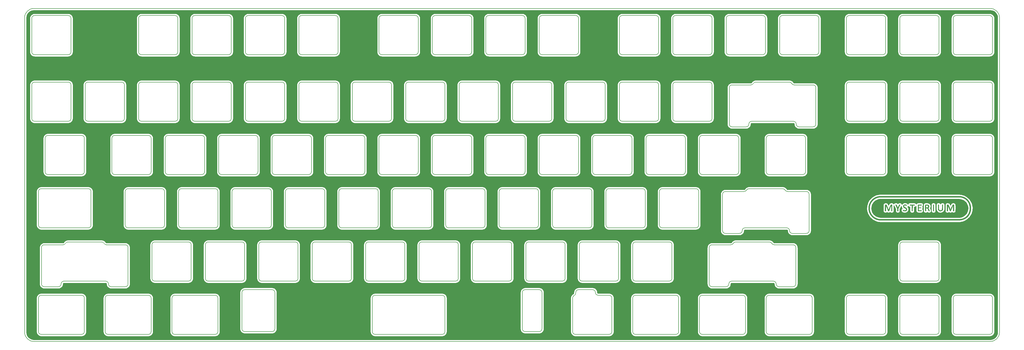
<source format=gbr>
%TF.GenerationSoftware,KiCad,Pcbnew,5.1.7-a382d34a8~88~ubuntu20.04.1*%
%TF.CreationDate,2021-02-20T20:02:39+01:00*%
%TF.ProjectId,mysterium-plate,6d797374-6572-4697-956d-2d706c617465,rev?*%
%TF.SameCoordinates,Original*%
%TF.FileFunction,Copper,L1,Top*%
%TF.FilePolarity,Positive*%
%FSLAX46Y46*%
G04 Gerber Fmt 4.6, Leading zero omitted, Abs format (unit mm)*
G04 Created by KiCad (PCBNEW 5.1.7-a382d34a8~88~ubuntu20.04.1) date 2021-02-20 20:02:39*
%MOMM*%
%LPD*%
G01*
G04 APERTURE LIST*
%TA.AperFunction,Profile*%
%ADD10C,0.200000*%
%TD*%
%TA.AperFunction,Profile*%
%ADD11C,0.150000*%
%TD*%
%TA.AperFunction,EtchedComponent*%
%ADD12C,0.010000*%
%TD*%
%TA.AperFunction,EtchedComponent*%
%ADD13C,0.500000*%
%TD*%
%TA.AperFunction,NonConductor*%
%ADD14C,0.254000*%
%TD*%
%TA.AperFunction,NonConductor*%
%ADD15C,0.150000*%
%TD*%
G04 APERTURE END LIST*
D10*
X225433208Y-148305982D02*
X225433208Y-160305989D01*
X214639451Y-184406002D02*
G75*
G02*
X215639452Y-183406001I1000001J0D01*
G01*
X145470664Y-142255979D02*
X157470671Y-142255979D01*
X221670706Y-99393456D02*
X233670712Y-99393456D01*
X68270623Y-129255972D02*
X68270623Y-141255978D01*
X182283184Y-160305989D02*
G75*
G02*
X181283184Y-161305989I-1000000J0D01*
G01*
X215620703Y-141255978D02*
G75*
G02*
X214620702Y-142255979I-1000001J0D01*
G01*
X221670706Y-142255979D02*
X233670712Y-142255979D01*
X178808182Y-180356000D02*
X190808189Y-180356000D01*
X228908210Y-166355992D02*
X216908203Y-166355992D01*
X115639398Y-198406009D02*
X125395654Y-198406009D01*
X43076859Y-199406010D02*
X57458117Y-199406010D01*
X315927507Y-148305983D02*
G75*
G02*
X316927507Y-149305983I0J-1000000D01*
G01*
X306165001Y-182356001D02*
X311165004Y-182356001D01*
X291820744Y-141255978D02*
G75*
G02*
X290820743Y-142255979I-1000001J0D01*
G01*
X259770726Y-142255978D02*
G75*
G02*
X258770726Y-141255978I0J1000000D01*
G01*
X196570693Y-141255978D02*
G75*
G02*
X195570692Y-142255979I-1000001J0D01*
G01*
X254008223Y-186406003D02*
X254008223Y-198406009D01*
X350258275Y-199406010D02*
X362258282Y-199406010D01*
X281288988Y-168355993D02*
X281288988Y-181356000D01*
X90701885Y-199406010D02*
G75*
G02*
X89701884Y-198406009I0J1000001D01*
G01*
X288288992Y-181356000D02*
G75*
G02*
X289288992Y-180356000I1000000J0D01*
G01*
X259770726Y-142255979D02*
X271770733Y-142255979D01*
X139708161Y-167355992D02*
X139708161Y-179355999D01*
X307489502Y-147305981D02*
G75*
G02*
X308355528Y-147805982I0J-1000001D01*
G01*
X149233167Y-148305982D02*
X149233167Y-160305989D01*
X297004721Y-109705961D02*
G75*
G02*
X296138695Y-110205962I-866026J500000D01*
G01*
X231195711Y-123205969D02*
X243195717Y-123205969D01*
X363258283Y-122205968D02*
G75*
G02*
X362258282Y-123205969I-1000001J0D01*
G01*
X206095698Y-122205968D02*
G75*
G02*
X205095697Y-123205969I-1000001J0D01*
G01*
X330208264Y-86393449D02*
X330208264Y-98393455D01*
X244195718Y-122205968D02*
G75*
G02*
X243195717Y-123205969I-1000001J0D01*
G01*
X248958221Y-179355999D02*
G75*
G02*
X247958220Y-180356000I-1000001J0D01*
G01*
X167995677Y-122205968D02*
G75*
G02*
X166995676Y-123205969I-1000001J0D01*
G01*
X363258282Y-122205968D02*
X363258282Y-110205962D01*
X201620695Y-129255972D02*
X201620695Y-141255978D01*
X382308293Y-98393455D02*
G75*
G02*
X381308292Y-99393456I-1000001J0D01*
G01*
X88320634Y-142255979D02*
G75*
G02*
X87320633Y-141255978I0J1000001D01*
G01*
X240720716Y-142255979D02*
X252720722Y-142255979D01*
X114608148Y-166355992D02*
X102608141Y-166355992D01*
X350258275Y-142255978D02*
G75*
G02*
X349258275Y-141255978I0J1000000D01*
G01*
X193095690Y-123205969D02*
X205095697Y-123205969D01*
X272770734Y-141255978D02*
G75*
G02*
X271770733Y-142255979I-1000001J0D01*
G01*
X263245729Y-122205968D02*
G75*
G02*
X262245728Y-123205969I-1000001J0D01*
G01*
X269295731Y-123205968D02*
G75*
G02*
X268295731Y-122205968I0J1000000D01*
G01*
X102608141Y-180355999D02*
G75*
G02*
X101608141Y-179355999I0J1000000D01*
G01*
X315927507Y-148305982D02*
X309221554Y-148305982D01*
X350258275Y-180356000D02*
X362258282Y-180356000D01*
X95558138Y-166355992D02*
X83558131Y-166355992D01*
X368308285Y-129255972D02*
X368308285Y-141255978D01*
X43076859Y-161305989D02*
X59839368Y-161305989D01*
X101608141Y-167355992D02*
G75*
G02*
X102608141Y-166355992I1000000J0D01*
G01*
X59745618Y-123205968D02*
G75*
G02*
X58745618Y-122205968I0J1000000D01*
G01*
X349258275Y-129255972D02*
X349258275Y-141255978D01*
X106083143Y-160305989D02*
X106083143Y-148305982D01*
X310927504Y-163305990D02*
X315927507Y-163305990D01*
X350258275Y-123205969D02*
X362258282Y-123205969D01*
X382308293Y-122205968D02*
G75*
G02*
X381308292Y-123205969I-1000001J0D01*
G01*
X172758180Y-179355999D02*
G75*
G02*
X171758179Y-180356000I-1000001J0D01*
G01*
X350258275Y-199406009D02*
G75*
G02*
X349258275Y-198406009I0J1000000D01*
G01*
X302633249Y-142255979D02*
X314633256Y-142255979D01*
X145470664Y-142255978D02*
G75*
G02*
X144470664Y-141255978I0J1000000D01*
G01*
X215908203Y-167355992D02*
G75*
G02*
X216908203Y-166355992I1000000J0D01*
G01*
X331208265Y-199406010D02*
G75*
G02*
X330208264Y-198406009I0J1000001D01*
G01*
X43163859Y-168355993D02*
X43163859Y-181356000D01*
X68039873Y-182356001D02*
X73039875Y-182356001D01*
X177520682Y-98393455D02*
G75*
G02*
X176520681Y-99393456I-1000001J0D01*
G01*
X320395759Y-98393455D02*
G75*
G02*
X319395758Y-99393456I-1000001J0D01*
G01*
X45458110Y-142255978D02*
G75*
G02*
X44458110Y-141255978I0J1000000D01*
G01*
X164520675Y-142255979D02*
G75*
G02*
X163520674Y-141255978I0J1000001D01*
G01*
X255008224Y-180356000D02*
X267008230Y-180356000D01*
X68270622Y-129255972D02*
G75*
G02*
X69270623Y-128255971I1000001J0D01*
G01*
X60839368Y-160305989D02*
G75*
G02*
X59839368Y-161305989I-1000000J0D01*
G01*
X162139423Y-199406009D02*
G75*
G02*
X161139423Y-198406009I0J1000000D01*
G01*
X163520674Y-86393449D02*
X163520674Y-98393455D01*
X234958213Y-167355992D02*
X234958213Y-179355999D01*
X66889372Y-199406010D02*
X81270630Y-199406010D01*
X287345741Y-86393449D02*
G75*
G02*
X288345742Y-85393448I1000001J0D01*
G01*
X369308285Y-142255978D02*
G75*
G02*
X368308285Y-141255978I0J1000000D01*
G01*
X232576962Y-186406003D02*
X232576962Y-198406009D01*
X120658151Y-167355992D02*
X120658151Y-179355999D01*
X369308285Y-99393456D02*
X381308292Y-99393456D01*
X294201995Y-198406009D02*
G75*
G02*
X293201994Y-199406010I-1000001J0D01*
G01*
X50163864Y-181356000D02*
G75*
G02*
X51163864Y-180356000I1000000J0D01*
G01*
X135945659Y-99393456D02*
X147945666Y-99393456D01*
X128895656Y-109205961D02*
X116895649Y-109205961D01*
X192095690Y-110205962D02*
X192095690Y-122205968D01*
X235958213Y-180355999D02*
G75*
G02*
X234958213Y-179355999I0J1000000D01*
G01*
X40695608Y-123205969D02*
X52695614Y-123205969D01*
X196570693Y-98393455D02*
G75*
G02*
X195570692Y-99393456I-1000001J0D01*
G01*
X282295738Y-98393455D02*
X282295738Y-86393449D01*
X344208272Y-122205968D02*
G75*
G02*
X343208271Y-123205969I-1000001J0D01*
G01*
X263533228Y-148305982D02*
X263533228Y-160305989D01*
X111133146Y-148305982D02*
X111133146Y-160305989D01*
X231195711Y-123205969D02*
G75*
G02*
X230195710Y-122205968I0J1000001D01*
G01*
X58458117Y-141255978D02*
X58458117Y-129255972D01*
X363258282Y-98393455D02*
X363258282Y-86393449D01*
X97845639Y-99393456D02*
G75*
G02*
X96845638Y-98393455I0J1000001D01*
G01*
X202620695Y-99393456D02*
X214620702Y-99393456D01*
X74033126Y-161305989D02*
X86033132Y-161305989D01*
X382308293Y-198406009D02*
G75*
G02*
X381308292Y-199406010I-1000001J0D01*
G01*
X239433215Y-160305989D02*
G75*
G02*
X238433215Y-161305989I-1000000J0D01*
G01*
X106083144Y-198406009D02*
G75*
G02*
X105083143Y-199406010I-1000001J0D01*
G01*
X318014508Y-198406009D02*
G75*
G02*
X317014507Y-199406010I-1000001J0D01*
G01*
X121658152Y-180356000D02*
G75*
G02*
X120658151Y-179355999I0J1000001D01*
G01*
X131183157Y-161305989D02*
X143183163Y-161305989D01*
X300345748Y-85393448D02*
X288345742Y-85393448D01*
X188333188Y-161305989D02*
X200333194Y-161305989D01*
X150233167Y-161305989D02*
G75*
G02*
X149233167Y-160305989I0J1000000D01*
G01*
X221670706Y-99393456D02*
G75*
G02*
X220670705Y-98393455I0J1000001D01*
G01*
X87320633Y-129255972D02*
X87320633Y-141255978D01*
X115895649Y-110205962D02*
X115895649Y-122205968D01*
X319308759Y-124205969D02*
G75*
G02*
X318308758Y-125205970I-1000001J0D01*
G01*
X154995670Y-123205969D02*
G75*
G02*
X153995669Y-122205968I0J1000001D01*
G01*
X74033126Y-161305990D02*
G75*
G02*
X73033125Y-160305989I0J1000001D01*
G01*
X90701885Y-199406010D02*
X105083143Y-199406010D01*
X116895649Y-99393456D02*
X128895656Y-99393456D01*
X369308285Y-123205969D02*
X381308292Y-123205969D01*
X313308755Y-125205970D02*
X318308758Y-125205970D01*
X239720715Y-129255972D02*
X239720715Y-141255978D01*
X215908203Y-167355992D02*
X215908203Y-179355999D01*
X289288992Y-180356000D02*
X304165000Y-180356000D01*
X245576969Y-185406003D02*
G75*
G02*
X246576969Y-186406003I0J-1000000D01*
G01*
X245576969Y-185406002D02*
X241695716Y-185406002D01*
X278820736Y-142255979D02*
X290820743Y-142255979D01*
X202620695Y-99393455D02*
G75*
G02*
X201620695Y-98393455I0J1000000D01*
G01*
X350258275Y-99393456D02*
X362258282Y-99393456D01*
X309221554Y-148305983D02*
G75*
G02*
X308355528Y-147805982I0J1000001D01*
G01*
X87033132Y-160305989D02*
G75*
G02*
X86033132Y-161305989I-1000000J0D01*
G01*
X131183157Y-161305990D02*
G75*
G02*
X130183156Y-160305989I0J1000001D01*
G01*
X368308285Y-110205962D02*
X368308285Y-122205968D01*
X197858193Y-180356000D02*
X209858199Y-180356000D01*
X363258283Y-198406009D02*
G75*
G02*
X362258282Y-199406010I-1000001J0D01*
G01*
X246576969Y-198406009D02*
X246576969Y-186406003D01*
X250245721Y-123205969D02*
X262245728Y-123205969D01*
X363258283Y-179355999D02*
G75*
G02*
X362258282Y-180356000I-1000001J0D01*
G01*
X215620703Y-98393455D02*
G75*
G02*
X214620702Y-99393456I-1000001J0D01*
G01*
X362258282Y-185406003D02*
G75*
G02*
X363258282Y-186406003I0J-1000000D01*
G01*
X221670706Y-142255979D02*
G75*
G02*
X220670705Y-141255978I0J1000001D01*
G01*
X250245721Y-99393456D02*
X262245728Y-99393456D01*
X363258282Y-198406009D02*
X363258282Y-186406003D01*
X233576962Y-199406009D02*
G75*
G02*
X232576962Y-198406009I0J1000000D01*
G01*
X225145708Y-122205968D02*
G75*
G02*
X224145707Y-123205969I-1000001J0D01*
G01*
X169283177Y-161305989D02*
X181283184Y-161305989D01*
X45458110Y-142255979D02*
X57458117Y-142255979D01*
X369308285Y-123205968D02*
G75*
G02*
X368308285Y-122205968I0J1000000D01*
G01*
X107370644Y-142255979D02*
X119370650Y-142255979D01*
X77795628Y-110205962D02*
X77795628Y-122205968D01*
X164520675Y-142255979D02*
X176520681Y-142255979D01*
X58745618Y-110205962D02*
X58745618Y-122205968D01*
X235958213Y-180356000D02*
X247958220Y-180356000D01*
X202620695Y-142255979D02*
X214620702Y-142255979D01*
X101608141Y-167355992D02*
X101608141Y-179355999D01*
X162233174Y-147305982D02*
X150233167Y-147305982D01*
X226433208Y-161305989D02*
X238433215Y-161305989D01*
X174045680Y-123205969D02*
G75*
G02*
X173045679Y-122205968I0J1000001D01*
G01*
X268295731Y-110205962D02*
X268295731Y-122205968D01*
X245483218Y-161305989D02*
X257483225Y-161305989D01*
X58458118Y-198406009D02*
G75*
G02*
X57458117Y-199406010I-1000001J0D01*
G01*
X350258275Y-123205968D02*
G75*
G02*
X349258275Y-122205968I0J1000000D01*
G01*
X309870753Y-109205961D02*
X297870747Y-109205961D01*
X302633249Y-199406009D02*
G75*
G02*
X301633249Y-198406009I0J1000000D01*
G01*
X282295739Y-98393455D02*
G75*
G02*
X281295738Y-99393456I-1000001J0D01*
G01*
X382308293Y-141255978D02*
G75*
G02*
X381308292Y-142255979I-1000001J0D01*
G01*
X177808182Y-167355992D02*
X177808182Y-179355999D01*
X207383198Y-161305990D02*
G75*
G02*
X206383197Y-160305989I0J1000001D01*
G01*
X88320634Y-142255979D02*
X100320640Y-142255979D01*
X125133153Y-160305989D02*
G75*
G02*
X124133153Y-161305989I-1000000J0D01*
G01*
X363258283Y-98393455D02*
G75*
G02*
X362258282Y-99393456I-1000001J0D01*
G01*
X263245729Y-98393455D02*
G75*
G02*
X262245728Y-99393456I-1000001J0D01*
G01*
X331208265Y-99393456D02*
G75*
G02*
X330208264Y-98393455I0J1000001D01*
G01*
X40695608Y-99393456D02*
X52695614Y-99393456D01*
X169283177Y-161305989D02*
G75*
G02*
X168283177Y-160305989I0J1000000D01*
G01*
X258483225Y-160305989D02*
G75*
G02*
X257483225Y-161305989I-1000000J0D01*
G01*
X344208272Y-98393455D02*
G75*
G02*
X343208271Y-99393456I-1000001J0D01*
G01*
X249245721Y-110205962D02*
X249245721Y-122205968D01*
X254008223Y-167355992D02*
X254008223Y-179355999D01*
X39695607Y-110205962D02*
X39695607Y-122205968D01*
X101320641Y-141255978D02*
G75*
G02*
X100320640Y-142255979I-1000001J0D01*
G01*
X90795635Y-109205961D02*
X78795628Y-109205961D01*
X331208265Y-123205969D02*
G75*
G02*
X330208264Y-122205968I0J1000001D01*
G01*
X126420654Y-142255978D02*
G75*
G02*
X125420654Y-141255978I0J1000000D01*
G01*
X212145700Y-123205968D02*
G75*
G02*
X211145700Y-122205968I0J1000000D01*
G01*
X168283177Y-148305982D02*
X168283177Y-160305989D01*
X51163864Y-180356000D02*
X66039872Y-180356000D01*
X110845646Y-122205968D02*
G75*
G02*
X109845645Y-123205969I-1000001J0D01*
G01*
X172758179Y-179355999D02*
X172758179Y-167355992D01*
X247958220Y-166355992D02*
X235958213Y-166355992D01*
X234958213Y-167355992D02*
G75*
G02*
X235958213Y-166355992I1000000J0D01*
G01*
X134658159Y-179355999D02*
X134658159Y-167355992D01*
X133658158Y-166355991D02*
G75*
G02*
X134658159Y-167355992I0J-1000001D01*
G01*
X133658158Y-166355992D02*
X121658152Y-166355992D01*
X120658152Y-167355992D02*
G75*
G02*
X121658152Y-166355992I1000000J0D01*
G01*
X81270630Y-185406002D02*
X66889372Y-185406002D01*
X183570685Y-142255979D02*
X195570692Y-142255979D01*
X381308292Y-185406002D02*
X369308285Y-185406002D01*
X229908211Y-179355999D02*
G75*
G02*
X228908210Y-180356000I-1000001J0D01*
G01*
X229908210Y-179355999D02*
X229908210Y-167355992D01*
X215639452Y-198406009D02*
G75*
G02*
X214639452Y-197406009I0J1000000D01*
G01*
X215639452Y-198406009D02*
X220639455Y-198406009D01*
X221639455Y-197406009D02*
G75*
G02*
X220639455Y-198406009I-1000000J0D01*
G01*
X228908210Y-166355992D02*
G75*
G02*
X229908210Y-167355992I0J-1000000D01*
G01*
X363258282Y-179355999D02*
X363258282Y-167355992D01*
X362258282Y-166355992D02*
G75*
G02*
X363258282Y-167355992I0J-1000000D01*
G01*
X362258282Y-166355992D02*
X350258275Y-166355992D01*
X349258275Y-167355992D02*
G75*
G02*
X350258275Y-166355992I1000000J0D01*
G01*
X214639452Y-184406002D02*
X214639452Y-197406009D01*
X226433208Y-161305989D02*
G75*
G02*
X225433208Y-160305989I0J1000000D01*
G01*
X186045686Y-185406002D02*
X162139423Y-185406002D01*
X369308285Y-199406010D02*
X381308292Y-199406010D01*
X105083143Y-185406003D02*
G75*
G02*
X106083143Y-186406003I0J-1000000D01*
G01*
X81270630Y-185406003D02*
G75*
G02*
X82270630Y-186406003I0J-1000000D01*
G01*
X161139423Y-186406003D02*
X161139423Y-198406009D01*
X105083143Y-185406002D02*
X90701885Y-185406002D01*
X294201995Y-198406009D02*
X294201995Y-186406003D01*
X64601871Y-166355992D02*
X52601864Y-166355992D01*
X277820735Y-186406003D02*
G75*
G02*
X278820736Y-185406002I1000001J0D01*
G01*
X65889371Y-186406003D02*
G75*
G02*
X66889372Y-185406002I1000001J0D01*
G01*
X65889371Y-186406003D02*
X65889371Y-198406009D01*
X115639398Y-198406009D02*
G75*
G02*
X114639398Y-197406009I0J1000000D01*
G01*
X293201994Y-185406002D02*
G75*
G02*
X294201995Y-186406003I0J-1000001D01*
G01*
X114639398Y-184406002D02*
X114639398Y-197406009D01*
X125395654Y-183406001D02*
X115639398Y-183406001D01*
X331208265Y-142255979D02*
G75*
G02*
X330208264Y-141255978I0J1000001D01*
G01*
X58458117Y-198406009D02*
X58458117Y-186406003D01*
X318014508Y-198406009D02*
X318014508Y-186406003D01*
X317014507Y-185406002D02*
G75*
G02*
X318014508Y-186406003I0J-1000001D01*
G01*
X42076859Y-148305982D02*
G75*
G02*
X43076859Y-147305982I1000000J0D01*
G01*
X57458117Y-185406003D02*
G75*
G02*
X58458117Y-186406003I0J-1000000D01*
G01*
X57458117Y-185406002D02*
X43076859Y-185406002D01*
X368308284Y-186406003D02*
G75*
G02*
X369308285Y-185406002I1000001J0D01*
G01*
X350258275Y-180355999D02*
G75*
G02*
X349258275Y-179355999I0J1000000D01*
G01*
X42076858Y-186406003D02*
G75*
G02*
X43076859Y-185406002I1000001J0D01*
G01*
X382308292Y-198406009D02*
X382308292Y-186406003D01*
X381308292Y-185406003D02*
G75*
G02*
X382308292Y-186406003I0J-1000000D01*
G01*
X317014507Y-185406002D02*
X302633249Y-185406002D01*
X50869813Y-167355992D02*
X44163860Y-167355992D01*
X240720716Y-142255979D02*
G75*
G02*
X239720715Y-141255978I0J1000001D01*
G01*
X301633248Y-186406003D02*
G75*
G02*
X302633249Y-185406002I1000001J0D01*
G01*
X74039876Y-181356000D02*
X74039876Y-168355993D01*
X77795628Y-86393449D02*
X77795628Y-98393455D01*
X73039875Y-167355992D02*
G75*
G02*
X74039876Y-168355993I0J-1000001D01*
G01*
X51735838Y-166855992D02*
G75*
G02*
X50869813Y-167355992I-866025J500000D01*
G01*
X73039875Y-167355992D02*
X66333923Y-167355992D01*
X66333923Y-167355993D02*
G75*
G02*
X65467897Y-166855992I0J1000001D01*
G01*
X43163859Y-168355993D02*
G75*
G02*
X44163860Y-167355992I1000001J0D01*
G01*
X277820736Y-186406003D02*
X277820736Y-198406009D01*
X343208271Y-185406002D02*
G75*
G02*
X344208272Y-186406003I0J-1000001D01*
G01*
X343208271Y-185406002D02*
X331208265Y-185406002D01*
X239695715Y-183406001D02*
G75*
G02*
X240695716Y-184406002I0J-1000001D01*
G01*
X330208264Y-186406003D02*
G75*
G02*
X331208265Y-185406002I1000001J0D01*
G01*
X66039872Y-180356000D02*
G75*
G02*
X67039872Y-181356000I0J-1000000D01*
G01*
X316927507Y-162305990D02*
G75*
G02*
X315927507Y-163305990I-1000000J0D01*
G01*
X241695716Y-185406002D02*
G75*
G02*
X240695716Y-184406002I0J1000000D01*
G01*
X60839369Y-160305989D02*
X60839369Y-148305982D01*
X59839368Y-147305982D02*
X43076859Y-147305982D01*
X82270631Y-198406009D02*
G75*
G02*
X81270630Y-199406010I-1000001J0D01*
G01*
X306395751Y-86393449D02*
X306395751Y-98393455D01*
X233695712Y-184406002D02*
G75*
G02*
X234695713Y-183406001I1000001J0D01*
G01*
X233695712Y-184406002D02*
X233695712Y-184610619D01*
X233695713Y-184610619D02*
G75*
G02*
X233136337Y-185508311I-1000001J0D01*
G01*
X362258282Y-185406002D02*
X350258275Y-185406002D01*
X81270630Y-128255971D02*
X69270623Y-128255971D01*
X232576961Y-186406003D02*
G75*
G02*
X233136337Y-185508311I1000001J0D01*
G01*
X255008224Y-199406010D02*
X269389481Y-199406010D01*
X269295731Y-99393456D02*
X281295738Y-99393456D01*
X270389482Y-198406009D02*
G75*
G02*
X269389481Y-199406010I-1000001J0D01*
G01*
X270389482Y-198406009D02*
X270389482Y-186406003D01*
X269389481Y-185406002D02*
G75*
G02*
X270389482Y-186406003I0J-1000001D01*
G01*
X349258274Y-186406003D02*
G75*
G02*
X350258275Y-185406002I1000001J0D01*
G01*
X312165004Y-181356000D02*
X312165004Y-168355993D01*
X311165004Y-167355993D02*
G75*
G02*
X312165004Y-168355993I0J-1000000D01*
G01*
X311165004Y-167355992D02*
X304459051Y-167355992D01*
X304459051Y-167355993D02*
G75*
G02*
X303593025Y-166855992I0J1000001D01*
G01*
X302726999Y-166355991D02*
G75*
G02*
X303593025Y-166855992I0J-1000001D01*
G01*
X302726999Y-166355992D02*
X290726993Y-166355992D01*
X289860968Y-166855992D02*
G75*
G02*
X290726993Y-166355992I866025J-500000D01*
G01*
X289860966Y-166855992D02*
G75*
G02*
X288994941Y-167355992I-866025J500000D01*
G01*
X288994941Y-167355992D02*
X282288988Y-167355992D01*
X281288987Y-168355993D02*
G75*
G02*
X282288988Y-167355992I1000001J0D01*
G01*
X40695608Y-123205969D02*
G75*
G02*
X39695607Y-122205968I0J1000001D01*
G01*
X139420662Y-141255978D02*
G75*
G02*
X138420661Y-142255979I-1000001J0D01*
G01*
X43076859Y-161305989D02*
G75*
G02*
X42076859Y-160305989I0J1000000D01*
G01*
X302633249Y-142255978D02*
G75*
G02*
X301633249Y-141255978I0J1000000D01*
G01*
X282288988Y-182356000D02*
G75*
G02*
X281288988Y-181356000I0J1000000D01*
G01*
X220383205Y-160305989D02*
X220383205Y-148305982D01*
X83558131Y-180356000D02*
G75*
G02*
X82558130Y-179355999I0J1000001D01*
G01*
X201620695Y-86393449D02*
X201620695Y-98393455D01*
X135945659Y-123205968D02*
G75*
G02*
X134945659Y-122205968I0J1000000D01*
G01*
X210858200Y-179355999D02*
G75*
G02*
X209858199Y-180356000I-1000001J0D01*
G01*
X282288988Y-182356001D02*
X287288991Y-182356001D01*
X112133146Y-161305989D02*
G75*
G02*
X111133146Y-160305989I0J1000000D01*
G01*
X106370643Y-129255972D02*
X106370643Y-141255978D01*
X307489502Y-147305982D02*
X295489495Y-147305982D01*
X120370651Y-141255978D02*
G75*
G02*
X119370650Y-142255979I-1000001J0D01*
G01*
X288288992Y-181356000D02*
G75*
G02*
X287288991Y-182356001I-1000001J0D01*
G01*
X187045687Y-198406009D02*
X187045687Y-186406003D01*
X134945659Y-110205962D02*
X134945659Y-122205968D01*
X39695607Y-86393449D02*
X39695607Y-98393455D01*
X148945667Y-98393455D02*
G75*
G02*
X147945666Y-99393456I-1000001J0D01*
G01*
X301633249Y-186406003D02*
X301633249Y-198406009D01*
X173045679Y-110205962D02*
X173045679Y-122205968D01*
X93083136Y-161305989D02*
G75*
G02*
X92083136Y-160305989I0J1000000D01*
G01*
X42076859Y-186406003D02*
X42076859Y-198406009D01*
X42076859Y-148305982D02*
X42076859Y-160305989D01*
X174045680Y-123205969D02*
X186045686Y-123205969D01*
X135945659Y-99393455D02*
G75*
G02*
X134945659Y-98393455I0J1000000D01*
G01*
X331208265Y-123205969D02*
X343208271Y-123205969D01*
X53695615Y-98393455D02*
G75*
G02*
X52695614Y-99393456I-1000001J0D01*
G01*
X50163863Y-181356000D02*
G75*
G02*
X49163862Y-182356001I-1000001J0D01*
G01*
X183570685Y-142255978D02*
G75*
G02*
X182570685Y-141255978I0J1000000D01*
G01*
X96845638Y-86393449D02*
X96845638Y-98393455D01*
X269295731Y-123205969D02*
X281295738Y-123205969D01*
X207383198Y-161305989D02*
X219383204Y-161305989D01*
X316927507Y-162305990D02*
X316927507Y-149305983D01*
X330208264Y-110205962D02*
X330208264Y-122205968D01*
X288345742Y-99393456D02*
G75*
G02*
X287345741Y-98393455I0J1000001D01*
G01*
X220639455Y-183406001D02*
G75*
G02*
X221639456Y-184406002I0J-1000001D01*
G01*
X211145700Y-110205962D02*
X211145700Y-122205968D01*
X301633249Y-129255972D02*
X301633249Y-141255978D01*
X234670713Y-98393455D02*
G75*
G02*
X233670712Y-99393456I-1000001J0D01*
G01*
X44163860Y-182356001D02*
G75*
G02*
X43163859Y-181356000I0J1000001D01*
G01*
X307395752Y-99393456D02*
X319395758Y-99393456D01*
X255008224Y-199406010D02*
G75*
G02*
X254008223Y-198406009I0J1000001D01*
G01*
X318308758Y-110205962D02*
X311602805Y-110205962D01*
X278820736Y-142255978D02*
G75*
G02*
X277820736Y-141255978I0J1000000D01*
G01*
X91795636Y-98393455D02*
G75*
G02*
X90795635Y-99393456I-1000001J0D01*
G01*
X97845639Y-99393456D02*
X109845645Y-99393456D01*
X58458118Y-141255978D02*
G75*
G02*
X57458117Y-142255979I-1000001J0D01*
G01*
X344208272Y-198406009D02*
G75*
G02*
X343208271Y-199406010I-1000001J0D01*
G01*
X349258275Y-186406003D02*
X349258275Y-198406009D01*
X116895649Y-123205968D02*
G75*
G02*
X115895649Y-122205968I0J1000000D01*
G01*
X112133146Y-161305989D02*
X124133153Y-161305989D01*
X363258283Y-141255978D02*
G75*
G02*
X362258282Y-142255979I-1000001J0D01*
G01*
X97845639Y-123205969D02*
G75*
G02*
X96845638Y-122205968I0J1000001D01*
G01*
X140708162Y-180356000D02*
X152708168Y-180356000D01*
X97845639Y-123205969D02*
X109845645Y-123205969D01*
X134658159Y-179355999D02*
G75*
G02*
X133658158Y-180356000I-1000001J0D01*
G01*
X115895649Y-86393449D02*
X115895649Y-98393455D01*
X116895649Y-99393455D02*
G75*
G02*
X115895649Y-98393455I0J1000000D01*
G01*
X40695608Y-99393456D02*
G75*
G02*
X39695607Y-98393455I0J1000001D01*
G01*
X331208265Y-99393456D02*
X343208271Y-99393456D01*
X82558130Y-167355992D02*
X82558130Y-179355999D01*
X164520675Y-99393456D02*
G75*
G02*
X163520674Y-98393455I0J1000001D01*
G01*
X249245721Y-86393449D02*
X249245721Y-98393455D01*
X369308285Y-142255979D02*
X381308292Y-142255979D01*
X162139423Y-199406010D02*
X186045686Y-199406010D01*
X318308758Y-110205962D02*
G75*
G02*
X319308758Y-111205962I0J-1000000D01*
G01*
X201333194Y-160305989D02*
G75*
G02*
X200333194Y-161305989I-1000000J0D01*
G01*
X72745626Y-122205968D02*
G75*
G02*
X71745625Y-123205969I-1000001J0D01*
G01*
X158758172Y-167355992D02*
X158758172Y-179355999D01*
X368308285Y-86393449D02*
X368308285Y-98393455D01*
X233576962Y-199406010D02*
X245576969Y-199406010D01*
X220639455Y-183406001D02*
X215639452Y-183406001D01*
X250245721Y-123205968D02*
G75*
G02*
X249245721Y-122205968I0J1000000D01*
G01*
X258770726Y-129255972D02*
X258770726Y-141255978D01*
X197858193Y-180356000D02*
G75*
G02*
X196858192Y-179355999I0J1000001D01*
G01*
X135945659Y-123205969D02*
X147945666Y-123205969D01*
X78795628Y-123205968D02*
G75*
G02*
X77795628Y-122205968I0J1000000D01*
G01*
X309870752Y-109205961D02*
G75*
G02*
X310736779Y-109705961I1J-1000001D01*
G01*
X182570685Y-129255972D02*
X182570685Y-141255978D01*
X77795627Y-110205962D02*
G75*
G02*
X78795628Y-109205961I1000001J0D01*
G01*
X201333195Y-160305989D02*
X201333195Y-148305982D01*
X245483218Y-161305989D02*
G75*
G02*
X244483218Y-160305989I0J1000000D01*
G01*
X250245721Y-99393455D02*
G75*
G02*
X249245721Y-98393455I0J1000000D01*
G01*
X44163860Y-182356001D02*
X49163862Y-182356001D01*
X149233167Y-148305982D02*
G75*
G02*
X150233167Y-147305982I1000000J0D01*
G01*
X330208264Y-129255972D02*
X330208264Y-141255978D01*
X350258275Y-99393455D02*
G75*
G02*
X349258275Y-98393455I0J1000000D01*
G01*
X178808182Y-180355999D02*
G75*
G02*
X177808182Y-179355999I0J1000000D01*
G01*
X187045687Y-122205968D02*
G75*
G02*
X186045686Y-123205969I-1000001J0D01*
G01*
X183570685Y-99393456D02*
X195570692Y-99393456D01*
X183570685Y-99393455D02*
G75*
G02*
X182570685Y-98393455I0J1000000D01*
G01*
X216908203Y-180355999D02*
G75*
G02*
X215908203Y-179355999I0J1000000D01*
G01*
X177520682Y-141255978D02*
G75*
G02*
X176520681Y-142255979I-1000001J0D01*
G01*
X188333188Y-161305990D02*
G75*
G02*
X187333187Y-160305989I0J1000001D01*
G01*
X307395752Y-99393456D02*
G75*
G02*
X306395751Y-98393455I0J1000001D01*
G01*
X158470671Y-141255978D02*
X158470671Y-129255972D01*
X164520675Y-99393456D02*
X176520681Y-99393456D01*
X66889372Y-199406010D02*
G75*
G02*
X65889371Y-198406009I0J1000001D01*
G01*
X246576970Y-198406009D02*
G75*
G02*
X245576969Y-199406010I-1000001J0D01*
G01*
X148945667Y-122205968D02*
G75*
G02*
X147945666Y-123205969I-1000001J0D01*
G01*
X220670705Y-86393449D02*
X220670705Y-98393455D01*
X78795628Y-99393455D02*
G75*
G02*
X77795628Y-98393455I0J1000000D01*
G01*
X163520674Y-129255972D02*
X163520674Y-141255978D01*
X74039876Y-181356000D02*
G75*
G02*
X73039875Y-182356001I-1000001J0D01*
G01*
X93083136Y-161305989D02*
X105083143Y-161305989D01*
X106083143Y-160305989D02*
G75*
G02*
X105083143Y-161305989I-1000000J0D01*
G01*
X134945659Y-86393449D02*
X134945659Y-98393455D01*
X107370644Y-142255979D02*
G75*
G02*
X106370643Y-141255978I0J1000001D01*
G01*
X153995669Y-110205962D02*
X153995669Y-122205968D01*
X369308285Y-99393455D02*
G75*
G02*
X368308285Y-98393455I0J1000000D01*
G01*
X129895657Y-98393455D02*
G75*
G02*
X128895656Y-99393456I-1000001J0D01*
G01*
X144183164Y-160305989D02*
X144183164Y-148305982D01*
X202620695Y-142255978D02*
G75*
G02*
X201620695Y-141255978I0J1000000D01*
G01*
X264533229Y-161305989D02*
X276533235Y-161305989D01*
X69270623Y-142255978D02*
G75*
G02*
X68270623Y-141255978I0J1000000D01*
G01*
X144183163Y-160305989D02*
G75*
G02*
X143183163Y-161305989I-1000000J0D01*
G01*
X287051491Y-163305991D02*
G75*
G02*
X286051490Y-162305990I0J1000001D01*
G01*
X287051491Y-163305990D02*
X292051494Y-163305990D01*
X293051494Y-162305990D02*
G75*
G02*
X294051495Y-161305989I1000001J0D01*
G01*
X83558131Y-180356000D02*
X95558138Y-180356000D01*
X96558138Y-179355999D02*
X96558138Y-167355992D01*
X220670705Y-129255972D02*
X220670705Y-141255978D01*
X134945658Y-86393449D02*
G75*
G02*
X135945659Y-85393448I1000001J0D01*
G01*
X271770733Y-128255971D02*
X259770726Y-128255971D01*
X196570692Y-141255978D02*
X196570692Y-129255972D01*
X195570692Y-128255971D02*
X183570685Y-128255971D01*
X221639456Y-197406009D02*
X221639456Y-184406002D01*
X143183163Y-147305981D02*
G75*
G02*
X144183164Y-148305982I0J-1000001D01*
G01*
X130183157Y-148305982D02*
G75*
G02*
X131183157Y-147305982I1000000J0D01*
G01*
X150233167Y-161305989D02*
X162233174Y-161305989D01*
X163233174Y-160305989D02*
X163233174Y-148305982D01*
X382308292Y-141255978D02*
X382308292Y-129255972D01*
X39695607Y-110205962D02*
G75*
G02*
X40695608Y-109205961I1000001J0D01*
G01*
X319395758Y-85393448D02*
G75*
G02*
X320395759Y-86393449I0J-1000001D01*
G01*
X281295738Y-85393449D02*
G75*
G02*
X282295738Y-86393449I0J-1000000D01*
G01*
X268295730Y-86393449D02*
G75*
G02*
X269295731Y-85393448I1000001J0D01*
G01*
X288345742Y-99393456D02*
X300345748Y-99393456D01*
X230195710Y-110205962D02*
X230195710Y-122205968D01*
X308927503Y-161305990D02*
G75*
G02*
X309927503Y-162305990I0J-1000000D01*
G01*
X293201994Y-185406002D02*
X278820736Y-185406002D01*
X331208265Y-142255979D02*
X343208271Y-142255979D01*
X64601871Y-166355991D02*
G75*
G02*
X65467897Y-166855992I0J-1000001D01*
G01*
X161139422Y-186406003D02*
G75*
G02*
X162139423Y-185406002I1000001J0D01*
G01*
X89701884Y-186406003D02*
G75*
G02*
X90701885Y-185406002I1000001J0D01*
G01*
X186045686Y-185406002D02*
G75*
G02*
X187045687Y-186406003I0J-1000001D01*
G01*
X68039873Y-182356001D02*
G75*
G02*
X67039872Y-181356000I0J1000001D01*
G01*
X121658152Y-180356000D02*
X133658158Y-180356000D01*
X82558131Y-167355992D02*
G75*
G02*
X83558131Y-166355992I1000000J0D01*
G01*
X267008230Y-166355992D02*
X255008224Y-166355992D01*
X191808189Y-179355999D02*
X191808189Y-167355992D01*
X190808189Y-166355992D02*
X178808182Y-166355992D01*
X196858193Y-167355992D02*
G75*
G02*
X197858193Y-166355992I1000000J0D01*
G01*
X281295738Y-109205962D02*
G75*
G02*
X282295738Y-110205962I0J-1000000D01*
G01*
X344208272Y-198406009D02*
X344208272Y-186406003D01*
X281295738Y-109205961D02*
X269295731Y-109205961D01*
X115895648Y-110205962D02*
G75*
G02*
X116895649Y-109205961I1000001J0D01*
G01*
X78795628Y-99393456D02*
X90795635Y-99393456D01*
X381308292Y-109205962D02*
G75*
G02*
X382308292Y-110205962I0J-1000000D01*
G01*
X368308284Y-110205962D02*
G75*
G02*
X369308285Y-109205961I1000001J0D01*
G01*
X176520681Y-128255971D02*
X164520675Y-128255971D01*
X138420661Y-128255971D02*
X126420654Y-128255971D01*
X234670713Y-141255978D02*
G75*
G02*
X233670712Y-142255979I-1000001J0D01*
G01*
X311602805Y-110205962D02*
G75*
G02*
X310736779Y-109705961I0J1000001D01*
G01*
X368308285Y-186406003D02*
X368308285Y-198406009D01*
X330208264Y-186406003D02*
X330208264Y-198406009D01*
X59839368Y-147305981D02*
G75*
G02*
X60839369Y-148305982I0J-1000001D01*
G01*
X182570685Y-86393449D02*
X182570685Y-98393455D01*
X234670713Y-141255978D02*
X234670713Y-129255972D01*
X287345741Y-86393449D02*
X287345741Y-98393455D01*
X212145700Y-123205969D02*
X224145707Y-123205969D01*
X254008223Y-186406003D02*
G75*
G02*
X255008224Y-185406002I1000001J0D01*
G01*
X82270630Y-198406009D02*
X82270630Y-186406003D01*
X53695615Y-122205968D02*
G75*
G02*
X52695614Y-123205969I-1000001J0D01*
G01*
X43076859Y-199406009D02*
G75*
G02*
X42076859Y-198406009I0J1000000D01*
G01*
X350258275Y-142255979D02*
X362258282Y-142255979D01*
X381308292Y-109205961D02*
X369308285Y-109205961D01*
X255008224Y-180356000D02*
G75*
G02*
X254008223Y-179355999I0J1000001D01*
G01*
X177520682Y-141255978D02*
X177520682Y-129255972D01*
X163520674Y-129255972D02*
G75*
G02*
X164520675Y-128255971I1000001J0D01*
G01*
X125420653Y-129255972D02*
G75*
G02*
X126420654Y-128255971I1000001J0D01*
G01*
X157470671Y-128255972D02*
G75*
G02*
X158470671Y-129255972I0J-1000000D01*
G01*
X144470663Y-129255972D02*
G75*
G02*
X145470664Y-128255971I1000001J0D01*
G01*
X87033133Y-160305989D02*
X87033133Y-148305982D01*
X51735839Y-166855992D02*
G75*
G02*
X52601864Y-166355992I866025J-500000D01*
G01*
X239695715Y-183406001D02*
X234695713Y-183406001D01*
X220383204Y-160305989D02*
G75*
G02*
X219383204Y-161305989I-1000000J0D01*
G01*
X319308758Y-124205969D02*
X319308758Y-111205962D01*
X277820736Y-129255972D02*
X277820736Y-141255978D01*
X110845646Y-98393455D02*
G75*
G02*
X109845645Y-99393456I-1000001J0D01*
G01*
X253720723Y-141255978D02*
G75*
G02*
X252720722Y-142255979I-1000001J0D01*
G01*
X53695615Y-98393455D02*
X53695615Y-86393449D01*
X52695614Y-85393448D02*
G75*
G02*
X53695615Y-86393449I0J-1000001D01*
G01*
X52695614Y-85393448D02*
X40695608Y-85393448D01*
X39695607Y-86393449D02*
G75*
G02*
X40695608Y-85393448I1000001J0D01*
G01*
X91795635Y-98393455D02*
X91795635Y-86393449D01*
X90795635Y-85393449D02*
G75*
G02*
X91795635Y-86393449I0J-1000000D01*
G01*
X90795635Y-85393448D02*
X78795628Y-85393448D01*
X77795627Y-86393449D02*
G75*
G02*
X78795628Y-85393448I1000001J0D01*
G01*
X264533229Y-161305990D02*
G75*
G02*
X263533228Y-160305989I0J1000001D01*
G01*
X234670713Y-98393455D02*
X234670713Y-86393449D01*
X233670712Y-85393448D02*
G75*
G02*
X234670713Y-86393449I0J-1000001D01*
G01*
X233670712Y-85393448D02*
X221670706Y-85393448D01*
X220670705Y-86393449D02*
G75*
G02*
X221670706Y-85393448I1000001J0D01*
G01*
X278820736Y-199406010D02*
X293201994Y-199406010D01*
X153708169Y-179355999D02*
G75*
G02*
X152708168Y-180356000I-1000001J0D01*
G01*
X129895656Y-98393455D02*
X129895656Y-86393449D01*
X128895656Y-85393449D02*
G75*
G02*
X129895656Y-86393449I0J-1000000D01*
G01*
X315633257Y-141255978D02*
G75*
G02*
X314633256Y-142255979I-1000001J0D01*
G01*
X344208272Y-141255978D02*
G75*
G02*
X343208271Y-142255979I-1000001J0D01*
G01*
X154995670Y-123205969D02*
X166995676Y-123205969D01*
X297004721Y-109705961D02*
G75*
G02*
X297870747Y-109205961I866026J-500001D01*
G01*
X187045687Y-198406009D02*
G75*
G02*
X186045686Y-199406010I-1000001J0D01*
G01*
X140708162Y-180356000D02*
G75*
G02*
X139708161Y-179355999I0J1000001D01*
G01*
X128895656Y-85393448D02*
X116895649Y-85393448D01*
X115895648Y-86393449D02*
G75*
G02*
X116895649Y-85393448I1000001J0D01*
G01*
X196570692Y-98393455D02*
X196570692Y-86393449D01*
X195570692Y-85393449D02*
G75*
G02*
X196570692Y-86393449I0J-1000000D01*
G01*
X195570692Y-85393448D02*
X183570685Y-85393448D01*
X182570684Y-86393449D02*
G75*
G02*
X183570685Y-85393448I1000001J0D01*
G01*
X110845646Y-98393455D02*
X110845646Y-86393449D01*
X269295731Y-99393455D02*
G75*
G02*
X268295731Y-98393455I0J1000000D01*
G01*
X126395654Y-197406009D02*
G75*
G02*
X125395654Y-198406009I-1000000J0D01*
G01*
X268008231Y-179355999D02*
G75*
G02*
X267008230Y-180356000I-1000001J0D01*
G01*
X109845645Y-85393448D02*
G75*
G02*
X110845646Y-86393449I0J-1000001D01*
G01*
X109845645Y-85393448D02*
X97845639Y-85393448D01*
X96845638Y-86393449D02*
G75*
G02*
X97845639Y-85393448I1000001J0D01*
G01*
X215620702Y-98393455D02*
X215620702Y-86393449D01*
X214620702Y-85393449D02*
G75*
G02*
X215620702Y-86393449I0J-1000000D01*
G01*
X214620702Y-85393448D02*
X202620695Y-85393448D01*
X186045686Y-109205961D02*
G75*
G02*
X187045687Y-110205962I0J-1000001D01*
G01*
X173045679Y-110205962D02*
G75*
G02*
X174045680Y-109205961I1000001J0D01*
G01*
X201620694Y-86393449D02*
G75*
G02*
X202620695Y-85393448I1000001J0D01*
G01*
X148945666Y-98393455D02*
X148945666Y-86393449D01*
X115608149Y-179355999D02*
G75*
G02*
X114608148Y-180356000I-1000001J0D01*
G01*
X147945666Y-85393449D02*
G75*
G02*
X148945666Y-86393449I0J-1000000D01*
G01*
X147945666Y-85393448D02*
X135945659Y-85393448D01*
X177520682Y-98393455D02*
X177520682Y-86393449D01*
X258770725Y-129255972D02*
G75*
G02*
X259770726Y-128255971I1000001J0D01*
G01*
X176520681Y-85393448D02*
G75*
G02*
X177520682Y-86393449I0J-1000001D01*
G01*
X176520681Y-85393448D02*
X164520675Y-85393448D01*
X163520674Y-86393449D02*
G75*
G02*
X164520675Y-85393448I1000001J0D01*
G01*
X53695615Y-122205968D02*
X53695615Y-110205962D01*
X52695614Y-109205961D02*
G75*
G02*
X53695615Y-110205962I0J-1000001D01*
G01*
X52695614Y-109205961D02*
X40695608Y-109205961D01*
X320395759Y-98393455D02*
X320395759Y-86393449D01*
X319395758Y-85393448D02*
X307395752Y-85393448D01*
X306395751Y-86393449D02*
G75*
G02*
X307395752Y-85393448I1000001J0D01*
G01*
X281295738Y-85393448D02*
X269295731Y-85393448D01*
X268295731Y-86393449D02*
X268295731Y-98393455D01*
X301345749Y-98393455D02*
G75*
G02*
X300345748Y-99393456I-1000001J0D01*
G01*
X301345749Y-98393455D02*
X301345749Y-86393449D01*
X300345748Y-85393448D02*
G75*
G02*
X301345749Y-86393449I0J-1000001D01*
G01*
X382308292Y-98393455D02*
X382308292Y-86393449D01*
X381308292Y-85393449D02*
G75*
G02*
X382308292Y-86393449I0J-1000000D01*
G01*
X381308292Y-85393448D02*
X369308285Y-85393448D01*
X368308284Y-86393449D02*
G75*
G02*
X369308285Y-85393448I1000001J0D01*
G01*
X344208272Y-98393455D02*
X344208272Y-86393449D01*
X343208271Y-85393448D02*
G75*
G02*
X344208272Y-86393449I0J-1000001D01*
G01*
X349258275Y-110205962D02*
X349258275Y-122205968D01*
X343208271Y-85393448D02*
X331208265Y-85393448D01*
X330208264Y-86393449D02*
G75*
G02*
X331208265Y-85393448I1000001J0D01*
G01*
X263245728Y-98393455D02*
X263245728Y-86393449D01*
X262245728Y-85393449D02*
G75*
G02*
X263245728Y-86393449I0J-1000000D01*
G01*
X262245728Y-85393448D02*
X250245721Y-85393448D01*
X249245720Y-86393449D02*
G75*
G02*
X250245721Y-85393448I1000001J0D01*
G01*
X362258282Y-85393449D02*
G75*
G02*
X363258282Y-86393449I0J-1000000D01*
G01*
X362258282Y-85393448D02*
X350258275Y-85393448D01*
X349258274Y-86393449D02*
G75*
G02*
X350258275Y-85393448I1000001J0D01*
G01*
X349258275Y-86393449D02*
X349258275Y-98393455D01*
X78795628Y-123205969D02*
X90795635Y-123205969D01*
X91795636Y-122205968D02*
G75*
G02*
X90795635Y-123205969I-1000001J0D01*
G01*
X91795635Y-122205968D02*
X91795635Y-110205962D01*
X90795635Y-109205962D02*
G75*
G02*
X91795635Y-110205962I0J-1000000D01*
G01*
X206095697Y-122205968D02*
X206095697Y-110205962D01*
X205095697Y-109205962D02*
G75*
G02*
X206095697Y-110205962I0J-1000000D01*
G01*
X205095697Y-109205961D02*
X193095690Y-109205961D01*
X192095689Y-110205962D02*
G75*
G02*
X193095690Y-109205961I1000001J0D01*
G01*
X148945666Y-122205968D02*
X148945666Y-110205962D01*
X147945666Y-109205962D02*
G75*
G02*
X148945666Y-110205962I0J-1000000D01*
G01*
X147945666Y-109205961D02*
X135945659Y-109205961D01*
X134945658Y-110205962D02*
G75*
G02*
X135945659Y-109205961I1000001J0D01*
G01*
X302633249Y-199406010D02*
X317014507Y-199406010D01*
X116895649Y-123205969D02*
X128895656Y-123205969D01*
X129895657Y-122205968D02*
G75*
G02*
X128895656Y-123205969I-1000001J0D01*
G01*
X129895656Y-122205968D02*
X129895656Y-110205962D01*
X128895656Y-109205962D02*
G75*
G02*
X129895656Y-110205962I0J-1000000D01*
G01*
X167995677Y-122205968D02*
X167995677Y-110205962D01*
X166995676Y-109205961D02*
G75*
G02*
X167995677Y-110205962I0J-1000001D01*
G01*
X166995676Y-109205961D02*
X154995670Y-109205961D01*
X278820736Y-199406009D02*
G75*
G02*
X277820736Y-198406009I0J1000000D01*
G01*
X158470672Y-141255978D02*
G75*
G02*
X157470671Y-142255979I-1000001J0D01*
G01*
X139420661Y-141255978D02*
X139420661Y-129255972D01*
X153995669Y-110205962D02*
G75*
G02*
X154995670Y-109205961I1000001J0D01*
G01*
X110845646Y-122205968D02*
X110845646Y-110205962D01*
X109845645Y-109205961D02*
G75*
G02*
X110845646Y-110205962I0J-1000001D01*
G01*
X109845645Y-109205961D02*
X97845639Y-109205961D01*
X96845638Y-110205962D02*
G75*
G02*
X97845639Y-109205961I1000001J0D01*
G01*
X72745625Y-122205968D02*
X72745625Y-110205962D01*
X89701884Y-186406003D02*
X89701884Y-198406009D01*
X252720722Y-128255971D02*
X240720716Y-128255971D01*
X291820744Y-141255978D02*
X291820744Y-129255972D01*
X290820743Y-128255971D02*
X278820736Y-128255971D01*
X71745625Y-109205962D02*
G75*
G02*
X72745625Y-110205962I0J-1000000D01*
G01*
X71745625Y-109205961D02*
X59745618Y-109205961D01*
X58745617Y-110205962D02*
G75*
G02*
X59745618Y-109205961I1000001J0D01*
G01*
X187045687Y-122205968D02*
X187045687Y-110205962D01*
X244483218Y-148305982D02*
G75*
G02*
X245483218Y-147305982I1000000J0D01*
G01*
X294623469Y-147805982D02*
G75*
G02*
X293757444Y-148305982I-866025J500000D01*
G01*
X349258275Y-167355992D02*
X349258275Y-179355999D01*
X286051490Y-149305983D02*
G75*
G02*
X287051491Y-148305982I1000001J0D01*
G01*
X186045686Y-109205961D02*
X174045680Y-109205961D01*
X362258282Y-109205962D02*
G75*
G02*
X363258282Y-110205962I0J-1000000D01*
G01*
X362258282Y-109205961D02*
X350258275Y-109205961D01*
X349258274Y-110205962D02*
G75*
G02*
X350258275Y-109205961I1000001J0D01*
G01*
X244195718Y-122205968D02*
X244195718Y-110205962D01*
X243195717Y-109205961D02*
G75*
G02*
X244195718Y-110205962I0J-1000001D01*
G01*
X243195717Y-109205961D02*
X231195711Y-109205961D01*
X125395654Y-183406002D02*
G75*
G02*
X126395654Y-184406002I0J-1000000D01*
G01*
X230195710Y-110205962D02*
G75*
G02*
X231195711Y-109205961I1000001J0D01*
G01*
X282295738Y-122205968D02*
X282295738Y-110205962D01*
X210858200Y-179355999D02*
X210858200Y-167355992D01*
X209858199Y-166355991D02*
G75*
G02*
X210858200Y-167355992I0J-1000001D01*
G01*
X153708169Y-179355999D02*
X153708169Y-167355992D01*
X152708168Y-166355992D02*
X140708162Y-166355992D01*
X268295730Y-110205962D02*
G75*
G02*
X269295731Y-109205961I1000001J0D01*
G01*
X344208272Y-122205968D02*
X344208272Y-110205962D01*
X126420654Y-142255979D02*
X138420661Y-142255979D01*
X343208271Y-109205961D02*
G75*
G02*
X344208272Y-110205962I0J-1000001D01*
G01*
X343208271Y-109205961D02*
X331208265Y-109205961D01*
X330208264Y-110205962D02*
G75*
G02*
X331208265Y-109205961I1000001J0D01*
G01*
X263245728Y-122205968D02*
X263245728Y-110205962D01*
X262245728Y-109205962D02*
G75*
G02*
X263245728Y-110205962I0J-1000000D01*
G01*
X262245728Y-109205961D02*
X250245721Y-109205961D01*
X249245720Y-110205962D02*
G75*
G02*
X250245721Y-109205961I1000001J0D01*
G01*
X296138695Y-110205962D02*
X289432742Y-110205962D01*
X331208265Y-199406010D02*
X343208271Y-199406010D01*
X288432742Y-111205962D02*
G75*
G02*
X289432742Y-110205962I1000000J0D01*
G01*
X288432742Y-111205962D02*
X288432742Y-124205969D01*
X244483218Y-148305982D02*
X244483218Y-160305989D01*
X289432742Y-125205969D02*
G75*
G02*
X288432742Y-124205969I0J1000000D01*
G01*
X289432742Y-125205970D02*
X294432745Y-125205970D01*
X59745618Y-123205969D02*
X71745625Y-123205969D01*
X295432746Y-124205969D02*
G75*
G02*
X294432745Y-125205970I-1000001J0D01*
G01*
X295432746Y-124205969D02*
G75*
G02*
X296432746Y-123205969I1000000J0D01*
G01*
X296432746Y-123205969D02*
X311308754Y-123205969D01*
X311308754Y-123205968D02*
G75*
G02*
X312308755Y-124205969I0J-1000001D01*
G01*
X313308755Y-125205969D02*
G75*
G02*
X312308755Y-124205969I0J1000000D01*
G01*
X225145707Y-122205968D02*
X225145707Y-110205962D01*
X224145707Y-109205962D02*
G75*
G02*
X225145707Y-110205962I0J-1000000D01*
G01*
X224145707Y-109205961D02*
X212145700Y-109205961D01*
X211145699Y-110205962D02*
G75*
G02*
X212145700Y-109205961I1000001J0D01*
G01*
X101320641Y-141255978D02*
X101320641Y-129255972D01*
X312165005Y-181356000D02*
G75*
G02*
X311165004Y-182356001I-1000001J0D01*
G01*
X100320640Y-128255971D02*
G75*
G02*
X101320641Y-129255972I0J-1000001D01*
G01*
X100320640Y-128255971D02*
X88320634Y-128255971D01*
X87320633Y-129255972D02*
G75*
G02*
X88320634Y-128255971I1000001J0D01*
G01*
X120370651Y-141255978D02*
X120370651Y-129255972D01*
X119370650Y-128255971D02*
G75*
G02*
X120370651Y-129255972I0J-1000001D01*
G01*
X119370650Y-128255971D02*
X107370644Y-128255971D01*
X96845638Y-110205962D02*
X96845638Y-122205968D01*
X106370643Y-129255972D02*
G75*
G02*
X107370644Y-128255971I1000001J0D01*
G01*
X382308292Y-122205968D02*
X382308292Y-110205962D01*
X176520681Y-128255971D02*
G75*
G02*
X177520682Y-129255972I0J-1000001D01*
G01*
X138420661Y-128255972D02*
G75*
G02*
X139420661Y-129255972I0J-1000000D01*
G01*
X125420654Y-129255972D02*
X125420654Y-141255978D01*
X157470671Y-128255971D02*
X145470664Y-128255971D01*
X144470664Y-129255972D02*
X144470664Y-141255978D01*
X69270623Y-142255979D02*
X81270630Y-142255979D01*
X82270631Y-141255978D02*
G75*
G02*
X81270630Y-142255979I-1000001J0D01*
G01*
X82270630Y-141255978D02*
X82270630Y-129255972D01*
X81270630Y-128255972D02*
G75*
G02*
X82270630Y-129255972I0J-1000000D01*
G01*
X57458117Y-128255972D02*
G75*
G02*
X58458117Y-129255972I0J-1000000D01*
G01*
X57458117Y-128255971D02*
X45458110Y-128255971D01*
X44458109Y-129255972D02*
G75*
G02*
X45458110Y-128255971I1000001J0D01*
G01*
X44458110Y-129255972D02*
X44458110Y-141255978D01*
X253720723Y-141255978D02*
X253720723Y-129255972D01*
X252720722Y-128255971D02*
G75*
G02*
X253720723Y-129255972I0J-1000001D01*
G01*
X239720715Y-129255972D02*
G75*
G02*
X240720716Y-128255971I1000001J0D01*
G01*
X290820743Y-128255971D02*
G75*
G02*
X291820744Y-129255972I0J-1000001D01*
G01*
X277820735Y-129255972D02*
G75*
G02*
X278820736Y-128255971I1000001J0D01*
G01*
X344208272Y-141255978D02*
X344208272Y-129255972D01*
X343208271Y-128255971D02*
G75*
G02*
X344208272Y-129255972I0J-1000001D01*
G01*
X343208271Y-128255971D02*
X331208265Y-128255971D01*
X330208264Y-129255972D02*
G75*
G02*
X331208265Y-128255971I1000001J0D01*
G01*
X315633256Y-141255978D02*
X315633256Y-129255972D01*
X314633256Y-128255972D02*
G75*
G02*
X315633256Y-129255972I0J-1000000D01*
G01*
X314633256Y-128255971D02*
X302633249Y-128255971D01*
X301633248Y-129255972D02*
G75*
G02*
X302633249Y-128255971I1000001J0D01*
G01*
X215620702Y-141255978D02*
X215620702Y-129255972D01*
X214620702Y-128255972D02*
G75*
G02*
X215620702Y-129255972I0J-1000000D01*
G01*
X214620702Y-128255971D02*
X202620695Y-128255971D01*
X201620694Y-129255972D02*
G75*
G02*
X202620695Y-128255971I1000001J0D01*
G01*
X233670712Y-128255971D02*
G75*
G02*
X234670713Y-129255972I0J-1000001D01*
G01*
X233670712Y-128255971D02*
X221670706Y-128255971D01*
X220670705Y-129255972D02*
G75*
G02*
X221670706Y-128255971I1000001J0D01*
G01*
X272770733Y-141255978D02*
X272770733Y-129255972D01*
X271770733Y-128255972D02*
G75*
G02*
X272770733Y-129255972I0J-1000000D01*
G01*
X195570692Y-128255972D02*
G75*
G02*
X196570692Y-129255972I0J-1000000D01*
G01*
X182570684Y-129255972D02*
G75*
G02*
X183570685Y-128255971I1000001J0D01*
G01*
X159758172Y-180355999D02*
G75*
G02*
X158758172Y-179355999I0J1000000D01*
G01*
X143183163Y-147305982D02*
X131183157Y-147305982D01*
X130183156Y-148305982D02*
X130183156Y-160305989D01*
X163233174Y-160305989D02*
G75*
G02*
X162233174Y-161305989I-1000000J0D01*
G01*
X162233174Y-147305982D02*
G75*
G02*
X163233174Y-148305982I0J-1000000D01*
G01*
X381308292Y-128255972D02*
G75*
G02*
X382308292Y-129255972I0J-1000000D01*
G01*
X381308292Y-128255971D02*
X369308285Y-128255971D01*
X114639397Y-184406002D02*
G75*
G02*
X115639398Y-183406001I1000001J0D01*
G01*
X248958220Y-179355999D02*
X248958220Y-167355992D01*
X171758179Y-166355992D02*
G75*
G02*
X172758179Y-167355992I0J-1000000D01*
G01*
X368308284Y-129255972D02*
G75*
G02*
X369308285Y-128255971I1000001J0D01*
G01*
X86033132Y-147305981D02*
G75*
G02*
X87033133Y-148305982I0J-1000001D01*
G01*
X86033132Y-147305982D02*
X74033126Y-147305982D01*
X73033126Y-148305982D02*
G75*
G02*
X74033126Y-147305982I1000000J0D01*
G01*
X73033125Y-148305982D02*
X73033125Y-160305989D01*
X363258282Y-141255978D02*
X363258282Y-129255972D01*
X362258282Y-128255972D02*
G75*
G02*
X363258282Y-129255972I0J-1000000D01*
G01*
X362258282Y-128255971D02*
X350258275Y-128255971D01*
X349258274Y-129255972D02*
G75*
G02*
X350258275Y-128255971I1000001J0D01*
G01*
X125133153Y-160305989D02*
X125133153Y-148305982D01*
X124133153Y-147305982D02*
G75*
G02*
X125133153Y-148305982I0J-1000000D01*
G01*
X124133153Y-147305982D02*
X112133146Y-147305982D01*
X111133146Y-148305982D02*
G75*
G02*
X112133146Y-147305982I1000000J0D01*
G01*
X105083143Y-147305982D02*
G75*
G02*
X106083143Y-148305982I0J-1000000D01*
G01*
X282295739Y-122205968D02*
G75*
G02*
X281295738Y-123205969I-1000001J0D01*
G01*
X105083143Y-147305982D02*
X93083136Y-147305982D01*
X92083136Y-148305982D02*
G75*
G02*
X93083136Y-147305982I1000000J0D01*
G01*
X92083136Y-148305982D02*
X92083136Y-160305989D01*
X200333194Y-147305981D02*
G75*
G02*
X201333195Y-148305982I0J-1000001D01*
G01*
X200333194Y-147305982D02*
X188333188Y-147305982D01*
X193095690Y-123205968D02*
G75*
G02*
X192095690Y-122205968I0J1000000D01*
G01*
X187333188Y-148305982D02*
G75*
G02*
X188333188Y-147305982I1000000J0D01*
G01*
X277533235Y-160305989D02*
G75*
G02*
X276533235Y-161305989I-1000000J0D01*
G01*
X187333187Y-148305982D02*
X187333187Y-160305989D01*
X159758172Y-180356000D02*
X171758179Y-180356000D01*
X182283184Y-160305989D02*
X182283184Y-148305982D01*
X369308285Y-199406009D02*
G75*
G02*
X368308285Y-198406009I0J1000000D01*
G01*
X126395654Y-197406009D02*
X126395654Y-184406002D01*
X181283184Y-147305982D02*
G75*
G02*
X182283184Y-148305982I0J-1000000D01*
G01*
X181283184Y-147305982D02*
X169283177Y-147305982D01*
X168283177Y-148305982D02*
G75*
G02*
X169283177Y-147305982I1000000J0D01*
G01*
X277533236Y-160305989D02*
X277533236Y-148305982D01*
X276533235Y-147305981D02*
G75*
G02*
X277533236Y-148305982I0J-1000001D01*
G01*
X276533235Y-147305982D02*
X264533229Y-147305982D01*
X263533229Y-148305982D02*
G75*
G02*
X264533229Y-147305982I1000000J0D01*
G01*
X239433215Y-160305989D02*
X239433215Y-148305982D01*
X238433215Y-147305982D02*
G75*
G02*
X239433215Y-148305982I0J-1000000D01*
G01*
X238433215Y-147305982D02*
X226433208Y-147305982D01*
X225433208Y-148305982D02*
G75*
G02*
X226433208Y-147305982I1000000J0D01*
G01*
X219383204Y-147305981D02*
G75*
G02*
X220383205Y-148305982I0J-1000001D01*
G01*
X219383204Y-147305982D02*
X207383198Y-147305982D01*
X206383198Y-148305982D02*
G75*
G02*
X207383198Y-147305982I1000000J0D01*
G01*
X206383197Y-148305982D02*
X206383197Y-160305989D01*
X258483225Y-160305989D02*
X258483225Y-148305982D01*
X257483225Y-147305982D02*
G75*
G02*
X258483225Y-148305982I0J-1000000D01*
G01*
X257483225Y-147305982D02*
X245483218Y-147305982D01*
X294623470Y-147805982D02*
G75*
G02*
X295489495Y-147305982I866025J-500000D01*
G01*
X293757444Y-148305982D02*
X287051491Y-148305982D01*
X286051490Y-149305983D02*
X286051490Y-162305990D01*
X293051494Y-162305990D02*
G75*
G02*
X292051494Y-163305990I-1000000J0D01*
G01*
X294051495Y-161305989D02*
X308927503Y-161305989D01*
X96558139Y-179355999D02*
G75*
G02*
X95558138Y-180356000I-1000001J0D01*
G01*
X95558138Y-166355992D02*
G75*
G02*
X96558138Y-167355992I0J-1000000D01*
G01*
X102608141Y-180356000D02*
X114608148Y-180356000D01*
X115608148Y-179355999D02*
X115608148Y-167355992D01*
X114608148Y-166355992D02*
G75*
G02*
X115608148Y-167355992I0J-1000000D01*
G01*
X268008231Y-179355999D02*
X268008231Y-167355992D01*
X267008230Y-166355991D02*
G75*
G02*
X268008231Y-167355992I0J-1000001D01*
G01*
X310927504Y-163305991D02*
G75*
G02*
X309927503Y-162305990I0J1000001D01*
G01*
X254008224Y-167355992D02*
G75*
G02*
X255008224Y-166355992I1000000J0D01*
G01*
X190808189Y-166355992D02*
G75*
G02*
X191808189Y-167355992I0J-1000000D01*
G01*
X177808182Y-167355992D02*
G75*
G02*
X178808182Y-166355992I1000000J0D01*
G01*
X209858199Y-166355992D02*
X197858193Y-166355992D01*
X152708168Y-166355991D02*
G75*
G02*
X153708169Y-167355992I0J-1000001D01*
G01*
X139708162Y-167355992D02*
G75*
G02*
X140708162Y-166355992I1000000J0D01*
G01*
X106083143Y-198406009D02*
X106083143Y-186406003D01*
X247958220Y-166355992D02*
G75*
G02*
X248958220Y-167355992I0J-1000000D01*
G01*
X171758179Y-166355992D02*
X159758172Y-166355992D01*
X216908203Y-180356000D02*
X228908210Y-180356000D01*
X158758172Y-167355992D02*
G75*
G02*
X159758172Y-166355992I1000000J0D01*
G01*
X196858192Y-167355992D02*
X196858192Y-179355999D01*
X191808190Y-179355999D02*
G75*
G02*
X190808189Y-180356000I-1000001J0D01*
G01*
X269389481Y-185406002D02*
X255008224Y-185406002D01*
X306165001Y-182356000D02*
G75*
G02*
X305165001Y-181356000I0J1000000D01*
G01*
X304165000Y-180355999D02*
G75*
G02*
X305165001Y-181356000I0J-1000001D01*
G01*
D11*
X384809999Y-198619941D02*
G75*
G02*
X381505940Y-201930000I-3307059J-3000D01*
G01*
X381499941Y-82863501D02*
G75*
G02*
X384810000Y-86167560I3000J-3307059D01*
G01*
X37147501Y-86173559D02*
G75*
G02*
X40451560Y-82863500I3307059J3000D01*
G01*
X40457559Y-201929999D02*
G75*
G02*
X37147500Y-198625940I-3000J3307059D01*
G01*
X384810000Y-86173559D02*
X384809999Y-198619941D01*
X381505940Y-201930000D02*
X40457559Y-201929999D01*
X37147500Y-198625940D02*
X37147501Y-86173559D01*
X40451560Y-82863500D02*
X381499941Y-82863500D01*
D12*
G36*
X351167343Y-152957902D02*
G01*
X351314428Y-152975900D01*
X351449846Y-153006604D01*
X351526256Y-153035151D01*
X351609266Y-153091061D01*
X351641737Y-153161641D01*
X351645601Y-153224761D01*
X351641129Y-153305874D01*
X351618080Y-153342663D01*
X351562003Y-153338647D01*
X351458450Y-153297349D01*
X351419548Y-153279842D01*
X351229366Y-153219238D01*
X351054786Y-153211453D01*
X350907506Y-153253326D01*
X350799224Y-153341694D01*
X350743847Y-153462499D01*
X350737997Y-153568555D01*
X350774686Y-153665801D01*
X350860812Y-153761882D01*
X351003272Y-153864444D01*
X351208963Y-153981132D01*
X351214219Y-153983899D01*
X351403136Y-154090694D01*
X351553709Y-154190888D01*
X351652665Y-154275419D01*
X351668671Y-154294195D01*
X351760277Y-154470049D01*
X351788334Y-154661066D01*
X351756666Y-154852716D01*
X351669095Y-155030470D01*
X351529442Y-155179799D01*
X351416505Y-155252707D01*
X351285802Y-155295570D01*
X351111945Y-155320238D01*
X350923445Y-155325379D01*
X350748816Y-155309658D01*
X350657903Y-155288166D01*
X350489738Y-155214178D01*
X350390608Y-155123398D01*
X350357216Y-155012774D01*
X350357195Y-155009608D01*
X350364856Y-154924722D01*
X350396483Y-154889879D01*
X350465042Y-154901573D01*
X350573345Y-154951158D01*
X350783731Y-155032824D01*
X350982154Y-155064818D01*
X351158685Y-155049990D01*
X351303396Y-154991190D01*
X351406357Y-154891267D01*
X351457640Y-154753069D01*
X351461543Y-154696280D01*
X351440233Y-154579313D01*
X351371266Y-154472421D01*
X351247084Y-154367866D01*
X351060130Y-154257913D01*
X351006715Y-154230677D01*
X350785129Y-154111007D01*
X350625775Y-154000144D01*
X350519841Y-153887582D01*
X350458515Y-153762812D01*
X350432986Y-153615328D01*
X350430818Y-153543986D01*
X350462966Y-153345103D01*
X350559830Y-153180798D01*
X350722037Y-153050093D01*
X350762420Y-153027875D01*
X350874852Y-152978417D01*
X350983217Y-152956154D01*
X351121192Y-152955267D01*
X351167343Y-152957902D01*
G37*
X351167343Y-152957902D02*
X351314428Y-152975900D01*
X351449846Y-153006604D01*
X351526256Y-153035151D01*
X351609266Y-153091061D01*
X351641737Y-153161641D01*
X351645601Y-153224761D01*
X351641129Y-153305874D01*
X351618080Y-153342663D01*
X351562003Y-153338647D01*
X351458450Y-153297349D01*
X351419548Y-153279842D01*
X351229366Y-153219238D01*
X351054786Y-153211453D01*
X350907506Y-153253326D01*
X350799224Y-153341694D01*
X350743847Y-153462499D01*
X350737997Y-153568555D01*
X350774686Y-153665801D01*
X350860812Y-153761882D01*
X351003272Y-153864444D01*
X351208963Y-153981132D01*
X351214219Y-153983899D01*
X351403136Y-154090694D01*
X351553709Y-154190888D01*
X351652665Y-154275419D01*
X351668671Y-154294195D01*
X351760277Y-154470049D01*
X351788334Y-154661066D01*
X351756666Y-154852716D01*
X351669095Y-155030470D01*
X351529442Y-155179799D01*
X351416505Y-155252707D01*
X351285802Y-155295570D01*
X351111945Y-155320238D01*
X350923445Y-155325379D01*
X350748816Y-155309658D01*
X350657903Y-155288166D01*
X350489738Y-155214178D01*
X350390608Y-155123398D01*
X350357216Y-155012774D01*
X350357195Y-155009608D01*
X350364856Y-154924722D01*
X350396483Y-154889879D01*
X350465042Y-154901573D01*
X350573345Y-154951158D01*
X350783731Y-155032824D01*
X350982154Y-155064818D01*
X351158685Y-155049990D01*
X351303396Y-154991190D01*
X351406357Y-154891267D01*
X351457640Y-154753069D01*
X351461543Y-154696280D01*
X351440233Y-154579313D01*
X351371266Y-154472421D01*
X351247084Y-154367866D01*
X351060130Y-154257913D01*
X351006715Y-154230677D01*
X350785129Y-154111007D01*
X350625775Y-154000144D01*
X350519841Y-153887582D01*
X350458515Y-153762812D01*
X350432986Y-153615328D01*
X350430818Y-153543986D01*
X350462966Y-153345103D01*
X350559830Y-153180798D01*
X350722037Y-153050093D01*
X350762420Y-153027875D01*
X350874852Y-152978417D01*
X350983217Y-152956154D01*
X351121192Y-152955267D01*
X351167343Y-152957902D01*
G36*
X363168438Y-153803598D02*
G01*
X363169318Y-154076251D01*
X363171875Y-154286117D01*
X363176897Y-154444024D01*
X363185171Y-154560805D01*
X363197483Y-154647289D01*
X363214622Y-154714306D01*
X363237375Y-154772686D01*
X363239169Y-154776664D01*
X363344353Y-154927477D01*
X363497109Y-155022353D01*
X363696495Y-155060734D01*
X363719804Y-155061459D01*
X363930768Y-155036959D01*
X364096000Y-154954966D01*
X364207232Y-154829992D01*
X364233852Y-154783764D01*
X364254298Y-154734827D01*
X364269555Y-154672900D01*
X364280607Y-154587705D01*
X364288440Y-154468963D01*
X364294037Y-154306395D01*
X364298383Y-154089721D01*
X364302034Y-153840410D01*
X364313684Y-152984540D01*
X364608022Y-152984540D01*
X364584876Y-154775924D01*
X364474113Y-154954956D01*
X364331761Y-155118449D01*
X364141560Y-155239538D01*
X363918921Y-155313479D01*
X363679254Y-155335532D01*
X363437972Y-155300952D01*
X363393171Y-155287574D01*
X363190911Y-155184197D01*
X363027976Y-155023122D01*
X362942927Y-154880338D01*
X362920990Y-154825765D01*
X362904242Y-154762172D01*
X362891989Y-154679300D01*
X362883538Y-154566889D01*
X362878196Y-154414681D01*
X362875272Y-154212416D01*
X362874072Y-153949835D01*
X362873945Y-153858816D01*
X362873137Y-152984540D01*
X363167630Y-152984540D01*
X363168438Y-153803598D01*
G37*
X363168438Y-153803598D02*
X363169318Y-154076251D01*
X363171875Y-154286117D01*
X363176897Y-154444024D01*
X363185171Y-154560805D01*
X363197483Y-154647289D01*
X363214622Y-154714306D01*
X363237375Y-154772686D01*
X363239169Y-154776664D01*
X363344353Y-154927477D01*
X363497109Y-155022353D01*
X363696495Y-155060734D01*
X363719804Y-155061459D01*
X363930768Y-155036959D01*
X364096000Y-154954966D01*
X364207232Y-154829992D01*
X364233852Y-154783764D01*
X364254298Y-154734827D01*
X364269555Y-154672900D01*
X364280607Y-154587705D01*
X364288440Y-154468963D01*
X364294037Y-154306395D01*
X364298383Y-154089721D01*
X364302034Y-153840410D01*
X364313684Y-152984540D01*
X364608022Y-152984540D01*
X364584876Y-154775924D01*
X364474113Y-154954956D01*
X364331761Y-155118449D01*
X364141560Y-155239538D01*
X363918921Y-155313479D01*
X363679254Y-155335532D01*
X363437972Y-155300952D01*
X363393171Y-155287574D01*
X363190911Y-155184197D01*
X363027976Y-155023122D01*
X362942927Y-154880338D01*
X362920990Y-154825765D01*
X362904242Y-154762172D01*
X362891989Y-154679300D01*
X362883538Y-154566889D01*
X362878196Y-154414681D01*
X362875272Y-154212416D01*
X362874072Y-153949835D01*
X362873945Y-153858816D01*
X362873137Y-152984540D01*
X363167630Y-152984540D01*
X363168438Y-153803598D01*
G36*
X344395824Y-153002721D02*
G01*
X344475356Y-153047185D01*
X344476992Y-153048961D01*
X344506225Y-153100030D01*
X344557820Y-153209555D01*
X344627384Y-153367405D01*
X344710524Y-153563445D01*
X344802846Y-153787542D01*
X344876164Y-153969669D01*
X344970196Y-154202039D01*
X345056364Y-154408245D01*
X345130769Y-154579491D01*
X345189507Y-154706979D01*
X345228679Y-154781914D01*
X345243505Y-154797929D01*
X345264170Y-154757317D01*
X345308340Y-154658158D01*
X345371886Y-154510148D01*
X345450680Y-154322982D01*
X345540592Y-154106352D01*
X345608233Y-153941642D01*
X345705356Y-153707247D01*
X345796516Y-153493074D01*
X345877132Y-153309434D01*
X345942621Y-153166632D01*
X345988402Y-153074979D01*
X346005752Y-153047338D01*
X346060954Y-153007395D01*
X346146474Y-152990803D01*
X346269079Y-152992120D01*
X346473572Y-153002946D01*
X346483299Y-154153309D01*
X346493026Y-155303671D01*
X346197485Y-155303671D01*
X346197485Y-154285217D01*
X346196563Y-154021655D01*
X346193961Y-153785327D01*
X346189922Y-153585276D01*
X346184691Y-153430547D01*
X346178512Y-153330182D01*
X346171630Y-153293226D01*
X346170701Y-153293546D01*
X346150645Y-153333417D01*
X346107175Y-153432876D01*
X346043974Y-153583056D01*
X345964726Y-153775091D01*
X345873115Y-154000115D01*
X345772824Y-154249260D01*
X345751412Y-154302797D01*
X345358906Y-155285265D01*
X345225005Y-155296751D01*
X345148025Y-155299362D01*
X345098244Y-155280379D01*
X345057361Y-155224455D01*
X345007075Y-155116244D01*
X345005520Y-155112693D01*
X344967288Y-155021284D01*
X344907813Y-154874039D01*
X344832213Y-154683866D01*
X344745604Y-154463669D01*
X344653104Y-154226358D01*
X344610812Y-154117140D01*
X344301688Y-153317132D01*
X344283282Y-154301198D01*
X344264876Y-155285265D01*
X344134720Y-155296220D01*
X344040914Y-155296761D01*
X343981949Y-155283707D01*
X343978270Y-155280882D01*
X343969346Y-155236083D01*
X343962286Y-155128942D01*
X343957029Y-154970714D01*
X343953516Y-154772656D01*
X343951688Y-154546024D01*
X343951485Y-154302073D01*
X343952846Y-154052059D01*
X343955712Y-153807238D01*
X343960024Y-153578866D01*
X343965721Y-153378199D01*
X343972745Y-153216492D01*
X343981034Y-153105003D01*
X343990084Y-153055744D01*
X344051978Y-153008590D01*
X344157793Y-152983791D01*
X344281189Y-152981712D01*
X344395824Y-153002721D01*
G37*
X344395824Y-153002721D02*
X344475356Y-153047185D01*
X344476992Y-153048961D01*
X344506225Y-153100030D01*
X344557820Y-153209555D01*
X344627384Y-153367405D01*
X344710524Y-153563445D01*
X344802846Y-153787542D01*
X344876164Y-153969669D01*
X344970196Y-154202039D01*
X345056364Y-154408245D01*
X345130769Y-154579491D01*
X345189507Y-154706979D01*
X345228679Y-154781914D01*
X345243505Y-154797929D01*
X345264170Y-154757317D01*
X345308340Y-154658158D01*
X345371886Y-154510148D01*
X345450680Y-154322982D01*
X345540592Y-154106352D01*
X345608233Y-153941642D01*
X345705356Y-153707247D01*
X345796516Y-153493074D01*
X345877132Y-153309434D01*
X345942621Y-153166632D01*
X345988402Y-153074979D01*
X346005752Y-153047338D01*
X346060954Y-153007395D01*
X346146474Y-152990803D01*
X346269079Y-152992120D01*
X346473572Y-153002946D01*
X346483299Y-154153309D01*
X346493026Y-155303671D01*
X346197485Y-155303671D01*
X346197485Y-154285217D01*
X346196563Y-154021655D01*
X346193961Y-153785327D01*
X346189922Y-153585276D01*
X346184691Y-153430547D01*
X346178512Y-153330182D01*
X346171630Y-153293226D01*
X346170701Y-153293546D01*
X346150645Y-153333417D01*
X346107175Y-153432876D01*
X346043974Y-153583056D01*
X345964726Y-153775091D01*
X345873115Y-154000115D01*
X345772824Y-154249260D01*
X345751412Y-154302797D01*
X345358906Y-155285265D01*
X345225005Y-155296751D01*
X345148025Y-155299362D01*
X345098244Y-155280379D01*
X345057361Y-155224455D01*
X345007075Y-155116244D01*
X345005520Y-155112693D01*
X344967288Y-155021284D01*
X344907813Y-154874039D01*
X344832213Y-154683866D01*
X344745604Y-154463669D01*
X344653104Y-154226358D01*
X344610812Y-154117140D01*
X344301688Y-153317132D01*
X344283282Y-154301198D01*
X344264876Y-155285265D01*
X344134720Y-155296220D01*
X344040914Y-155296761D01*
X343981949Y-155283707D01*
X343978270Y-155280882D01*
X343969346Y-155236083D01*
X343962286Y-155128942D01*
X343957029Y-154970714D01*
X343953516Y-154772656D01*
X343951688Y-154546024D01*
X343951485Y-154302073D01*
X343952846Y-154052059D01*
X343955712Y-153807238D01*
X343960024Y-153578866D01*
X343965721Y-153378199D01*
X343972745Y-153216492D01*
X343981034Y-153105003D01*
X343990084Y-153055744D01*
X344051978Y-153008590D01*
X344157793Y-152983791D01*
X344281189Y-152981712D01*
X344395824Y-153002721D01*
G36*
X348172243Y-153343454D02*
G01*
X348253664Y-153517532D01*
X348334275Y-153691119D01*
X348402173Y-153838526D01*
X348430732Y-153901231D01*
X348520643Y-154100095D01*
X348678315Y-153753984D01*
X348759070Y-153578825D01*
X348842419Y-153401503D01*
X348915095Y-153250121D01*
X348941651Y-153196207D01*
X349001035Y-153081804D01*
X349046981Y-153018482D01*
X349098302Y-152991138D01*
X349173810Y-152984669D01*
X349205298Y-152984540D01*
X349301436Y-152988442D01*
X349357441Y-152998265D01*
X349363282Y-153003314D01*
X349347530Y-153040345D01*
X349303490Y-153133239D01*
X349235984Y-153272102D01*
X349149834Y-153447042D01*
X349049864Y-153648163D01*
X349013572Y-153720772D01*
X348663862Y-154419457D01*
X348663862Y-155303671D01*
X348369369Y-155303671D01*
X348369369Y-154419457D01*
X348019659Y-153720772D01*
X347916087Y-153513001D01*
X347824696Y-153328047D01*
X347750308Y-153175804D01*
X347697746Y-153066165D01*
X347671832Y-153009025D01*
X347669948Y-153003314D01*
X347702892Y-152992148D01*
X347786299Y-152985425D01*
X347836806Y-152984540D01*
X348003664Y-152984540D01*
X348172243Y-153343454D01*
G37*
X348172243Y-153343454D02*
X348253664Y-153517532D01*
X348334275Y-153691119D01*
X348402173Y-153838526D01*
X348430732Y-153901231D01*
X348520643Y-154100095D01*
X348678315Y-153753984D01*
X348759070Y-153578825D01*
X348842419Y-153401503D01*
X348915095Y-153250121D01*
X348941651Y-153196207D01*
X349001035Y-153081804D01*
X349046981Y-153018482D01*
X349098302Y-152991138D01*
X349173810Y-152984669D01*
X349205298Y-152984540D01*
X349301436Y-152988442D01*
X349357441Y-152998265D01*
X349363282Y-153003314D01*
X349347530Y-153040345D01*
X349303490Y-153133239D01*
X349235984Y-153272102D01*
X349149834Y-153447042D01*
X349049864Y-153648163D01*
X349013572Y-153720772D01*
X348663862Y-154419457D01*
X348663862Y-155303671D01*
X348369369Y-155303671D01*
X348369369Y-154419457D01*
X348019659Y-153720772D01*
X347916087Y-153513001D01*
X347824696Y-153328047D01*
X347750308Y-153175804D01*
X347697746Y-153066165D01*
X347671832Y-153009025D01*
X347669948Y-153003314D01*
X347702892Y-152992148D01*
X347786299Y-152985425D01*
X347836806Y-152984540D01*
X348003664Y-152984540D01*
X348172243Y-153343454D01*
G36*
X353642630Y-152993065D02*
G01*
X354498499Y-153002946D01*
X354498499Y-153223816D01*
X353829035Y-153244832D01*
X353804958Y-153933744D01*
X353796978Y-154181213D01*
X353790103Y-154430919D01*
X353784809Y-154662616D01*
X353781570Y-154856058D01*
X353780777Y-154963164D01*
X353780673Y-155303671D01*
X353486180Y-155303671D01*
X353486180Y-153242222D01*
X352786760Y-153242222D01*
X352786760Y-152983184D01*
X353642630Y-152993065D01*
G37*
X353642630Y-152993065D02*
X354498499Y-153002946D01*
X354498499Y-153223816D01*
X353829035Y-153244832D01*
X353804958Y-153933744D01*
X353796978Y-154181213D01*
X353790103Y-154430919D01*
X353784809Y-154662616D01*
X353781570Y-154856058D01*
X353780777Y-154963164D01*
X353780673Y-155303671D01*
X353486180Y-155303671D01*
X353486180Y-153242222D01*
X352786760Y-153242222D01*
X352786760Y-152983184D01*
X353642630Y-152993065D01*
G36*
X356939600Y-153104178D02*
G01*
X356928064Y-153223816D01*
X356458717Y-153234119D01*
X355989369Y-153244421D01*
X355989369Y-153976042D01*
X356403499Y-153986451D01*
X356817630Y-153996859D01*
X356817630Y-154180917D01*
X356403499Y-154191326D01*
X355989369Y-154201734D01*
X355989369Y-155045990D01*
X356465220Y-155045990D01*
X356661872Y-155046958D01*
X356796815Y-155050908D01*
X356881949Y-155059403D01*
X356929174Y-155074011D01*
X356950390Y-155096297D01*
X356954880Y-155110410D01*
X356958631Y-155204451D01*
X356953286Y-155239251D01*
X356941306Y-155263286D01*
X356911592Y-155280523D01*
X356853538Y-155292069D01*
X356756536Y-155299032D01*
X356609980Y-155302517D01*
X356403265Y-155303632D01*
X356336081Y-155303671D01*
X356111702Y-155303084D01*
X355949792Y-155300497D01*
X355839202Y-155294668D01*
X355768782Y-155284358D01*
X355727382Y-155268325D01*
X355703853Y-155245329D01*
X355696171Y-155232468D01*
X355686910Y-155179329D01*
X355678740Y-155064222D01*
X355671744Y-154898792D01*
X355666007Y-154694688D01*
X355661613Y-154463556D01*
X355658644Y-154217043D01*
X355657186Y-153966797D01*
X355657322Y-153724465D01*
X355659135Y-153501693D01*
X355662710Y-153310130D01*
X355668131Y-153161422D01*
X355675481Y-153067216D01*
X355680409Y-153042769D01*
X355697742Y-153021148D01*
X355737433Y-153005523D01*
X355809713Y-152994971D01*
X355924813Y-152988571D01*
X356092964Y-152985401D01*
X356324396Y-152984541D01*
X356326944Y-152984540D01*
X356951135Y-152984540D01*
X356939600Y-153104178D01*
G37*
X356939600Y-153104178D02*
X356928064Y-153223816D01*
X356458717Y-153234119D01*
X355989369Y-153244421D01*
X355989369Y-153976042D01*
X356403499Y-153986451D01*
X356817630Y-153996859D01*
X356817630Y-154180917D01*
X356403499Y-154191326D01*
X355989369Y-154201734D01*
X355989369Y-155045990D01*
X356465220Y-155045990D01*
X356661872Y-155046958D01*
X356796815Y-155050908D01*
X356881949Y-155059403D01*
X356929174Y-155074011D01*
X356950390Y-155096297D01*
X356954880Y-155110410D01*
X356958631Y-155204451D01*
X356953286Y-155239251D01*
X356941306Y-155263286D01*
X356911592Y-155280523D01*
X356853538Y-155292069D01*
X356756536Y-155299032D01*
X356609980Y-155302517D01*
X356403265Y-155303632D01*
X356336081Y-155303671D01*
X356111702Y-155303084D01*
X355949792Y-155300497D01*
X355839202Y-155294668D01*
X355768782Y-155284358D01*
X355727382Y-155268325D01*
X355703853Y-155245329D01*
X355696171Y-155232468D01*
X355686910Y-155179329D01*
X355678740Y-155064222D01*
X355671744Y-154898792D01*
X355666007Y-154694688D01*
X355661613Y-154463556D01*
X355658644Y-154217043D01*
X355657186Y-153966797D01*
X355657322Y-153724465D01*
X355659135Y-153501693D01*
X355662710Y-153310130D01*
X355668131Y-153161422D01*
X355675481Y-153067216D01*
X355680409Y-153042769D01*
X355697742Y-153021148D01*
X355737433Y-153005523D01*
X355809713Y-152994971D01*
X355924813Y-152988571D01*
X356092964Y-152985401D01*
X356324396Y-152984541D01*
X356326944Y-152984540D01*
X356951135Y-152984540D01*
X356939600Y-153104178D01*
G36*
X358765464Y-152989343D02*
G01*
X358807338Y-152990493D01*
X359013277Y-152998772D01*
X359162582Y-153011722D01*
X359272211Y-153031892D01*
X359359123Y-153061828D01*
X359394441Y-153078702D01*
X359525759Y-153181500D01*
X359631643Y-153329173D01*
X359695417Y-153494372D01*
X359706531Y-153590529D01*
X359674414Y-153765235D01*
X359590613Y-153930834D01*
X359470259Y-154060432D01*
X359425137Y-154090693D01*
X359284006Y-154171872D01*
X359398822Y-154293540D01*
X359449103Y-154364276D01*
X359513779Y-154479789D01*
X359586217Y-154624976D01*
X359659783Y-154784732D01*
X359727842Y-154943955D01*
X359783762Y-155087539D01*
X359820907Y-155200381D01*
X359832644Y-155267377D01*
X359830356Y-155276062D01*
X359786045Y-155293814D01*
X359697398Y-155303219D01*
X359671574Y-155303671D01*
X359529718Y-155303671D01*
X359429020Y-155036787D01*
X359326089Y-154778005D01*
X359233996Y-154582659D01*
X359145931Y-154442707D01*
X359055083Y-154350107D01*
X358954641Y-154296820D01*
X358837796Y-154274803D01*
X358782086Y-154272946D01*
X358602992Y-154272946D01*
X358602992Y-155303671D01*
X358461881Y-155303671D01*
X358364602Y-155297790D01*
X358302332Y-155283240D01*
X358296229Y-155279130D01*
X358289980Y-155237415D01*
X358284317Y-155131487D01*
X358279452Y-154970757D01*
X358275594Y-154764634D01*
X358272954Y-154522527D01*
X358271743Y-154253846D01*
X358271688Y-154181818D01*
X358272083Y-154015265D01*
X358602992Y-154015265D01*
X358836824Y-154015265D01*
X358992239Y-154007685D01*
X359104316Y-153980392D01*
X359195251Y-153931300D01*
X359315105Y-153817124D01*
X359367861Y-153677234D01*
X359360776Y-153522133D01*
X359309225Y-153393439D01*
X359207356Y-153305904D01*
X359049776Y-153256564D01*
X358851470Y-153242359D01*
X358602992Y-153242222D01*
X358602992Y-154015265D01*
X358272083Y-154015265D01*
X358272472Y-153851312D01*
X358275015Y-153587711D01*
X358279597Y-153384312D01*
X358286502Y-153234410D01*
X358296010Y-153131303D01*
X358308404Y-153068287D01*
X358319585Y-153043544D01*
X358347943Y-153015652D01*
X358393207Y-152997755D01*
X358468879Y-152988383D01*
X358588464Y-152986069D01*
X358765464Y-152989343D01*
G37*
X358765464Y-152989343D02*
X358807338Y-152990493D01*
X359013277Y-152998772D01*
X359162582Y-153011722D01*
X359272211Y-153031892D01*
X359359123Y-153061828D01*
X359394441Y-153078702D01*
X359525759Y-153181500D01*
X359631643Y-153329173D01*
X359695417Y-153494372D01*
X359706531Y-153590529D01*
X359674414Y-153765235D01*
X359590613Y-153930834D01*
X359470259Y-154060432D01*
X359425137Y-154090693D01*
X359284006Y-154171872D01*
X359398822Y-154293540D01*
X359449103Y-154364276D01*
X359513779Y-154479789D01*
X359586217Y-154624976D01*
X359659783Y-154784732D01*
X359727842Y-154943955D01*
X359783762Y-155087539D01*
X359820907Y-155200381D01*
X359832644Y-155267377D01*
X359830356Y-155276062D01*
X359786045Y-155293814D01*
X359697398Y-155303219D01*
X359671574Y-155303671D01*
X359529718Y-155303671D01*
X359429020Y-155036787D01*
X359326089Y-154778005D01*
X359233996Y-154582659D01*
X359145931Y-154442707D01*
X359055083Y-154350107D01*
X358954641Y-154296820D01*
X358837796Y-154274803D01*
X358782086Y-154272946D01*
X358602992Y-154272946D01*
X358602992Y-155303671D01*
X358461881Y-155303671D01*
X358364602Y-155297790D01*
X358302332Y-155283240D01*
X358296229Y-155279130D01*
X358289980Y-155237415D01*
X358284317Y-155131487D01*
X358279452Y-154970757D01*
X358275594Y-154764634D01*
X358272954Y-154522527D01*
X358271743Y-154253846D01*
X358271688Y-154181818D01*
X358272083Y-154015265D01*
X358602992Y-154015265D01*
X358836824Y-154015265D01*
X358992239Y-154007685D01*
X359104316Y-153980392D01*
X359195251Y-153931300D01*
X359315105Y-153817124D01*
X359367861Y-153677234D01*
X359360776Y-153522133D01*
X359309225Y-153393439D01*
X359207356Y-153305904D01*
X359049776Y-153256564D01*
X358851470Y-153242359D01*
X358602992Y-153242222D01*
X358602992Y-154015265D01*
X358272083Y-154015265D01*
X358272472Y-153851312D01*
X358275015Y-153587711D01*
X358279597Y-153384312D01*
X358286502Y-153234410D01*
X358296010Y-153131303D01*
X358308404Y-153068287D01*
X358319585Y-153043544D01*
X358347943Y-153015652D01*
X358393207Y-152997755D01*
X358468879Y-152988383D01*
X358588464Y-152986069D01*
X358765464Y-152989343D01*
G36*
X361400673Y-155303671D02*
G01*
X361106180Y-155303671D01*
X361106180Y-152984540D01*
X361400673Y-152984540D01*
X361400673Y-155303671D01*
G37*
X361400673Y-155303671D02*
X361106180Y-155303671D01*
X361106180Y-152984540D01*
X361400673Y-152984540D01*
X361400673Y-155303671D01*
G36*
X366401045Y-152993930D02*
G01*
X366507042Y-153024936D01*
X366548487Y-153052354D01*
X366580670Y-153104862D01*
X366634463Y-153215709D01*
X366705281Y-153374432D01*
X366788537Y-153570565D01*
X366879645Y-153793643D01*
X366939688Y-153945035D01*
X367031169Y-154176837D01*
X367114833Y-154385913D01*
X367186656Y-154562440D01*
X367242611Y-154696594D01*
X367278674Y-154778549D01*
X367289731Y-154799397D01*
X367310181Y-154774894D01*
X367354012Y-154690661D01*
X367417295Y-154555335D01*
X367496098Y-154377555D01*
X367586493Y-154165961D01*
X367674928Y-153952730D01*
X367774551Y-153712978D01*
X367868149Y-153494653D01*
X367951336Y-153307444D01*
X368019728Y-153161037D01*
X368068939Y-153065118D01*
X368092368Y-153030555D01*
X368170996Y-152999416D01*
X368284749Y-152986043D01*
X368404486Y-152990145D01*
X368501066Y-153011432D01*
X368538170Y-153034996D01*
X368551278Y-153077972D01*
X368561141Y-153174025D01*
X368567873Y-153327222D01*
X368571588Y-153541631D01*
X368572398Y-153821320D01*
X368570418Y-154170359D01*
X368570286Y-154185358D01*
X368560528Y-155285265D01*
X368266035Y-155285265D01*
X368247630Y-154291732D01*
X368229224Y-153298200D01*
X367825731Y-154300935D01*
X367422239Y-155303671D01*
X367149816Y-155303671D01*
X366865217Y-154576642D01*
X366773003Y-154341098D01*
X366683046Y-154111361D01*
X366601284Y-153902589D01*
X366533651Y-153729940D01*
X366486086Y-153608574D01*
X366481374Y-153596556D01*
X366382130Y-153343498D01*
X366357778Y-153906104D01*
X366348647Y-154147687D01*
X366341077Y-154406318D01*
X366335780Y-154653278D01*
X366333471Y-154859846D01*
X366333427Y-154886190D01*
X366333427Y-155303671D01*
X366038934Y-155303671D01*
X366038934Y-154188280D01*
X366039816Y-153843310D01*
X366042596Y-153566714D01*
X366047472Y-153353264D01*
X366054644Y-153197730D01*
X366064311Y-153094882D01*
X366076672Y-153039492D01*
X366083108Y-153028714D01*
X366159376Y-152994311D01*
X366275256Y-152983219D01*
X366401045Y-152993930D01*
G37*
X366401045Y-152993930D02*
X366507042Y-153024936D01*
X366548487Y-153052354D01*
X366580670Y-153104862D01*
X366634463Y-153215709D01*
X366705281Y-153374432D01*
X366788537Y-153570565D01*
X366879645Y-153793643D01*
X366939688Y-153945035D01*
X367031169Y-154176837D01*
X367114833Y-154385913D01*
X367186656Y-154562440D01*
X367242611Y-154696594D01*
X367278674Y-154778549D01*
X367289731Y-154799397D01*
X367310181Y-154774894D01*
X367354012Y-154690661D01*
X367417295Y-154555335D01*
X367496098Y-154377555D01*
X367586493Y-154165961D01*
X367674928Y-153952730D01*
X367774551Y-153712978D01*
X367868149Y-153494653D01*
X367951336Y-153307444D01*
X368019728Y-153161037D01*
X368068939Y-153065118D01*
X368092368Y-153030555D01*
X368170996Y-152999416D01*
X368284749Y-152986043D01*
X368404486Y-152990145D01*
X368501066Y-153011432D01*
X368538170Y-153034996D01*
X368551278Y-153077972D01*
X368561141Y-153174025D01*
X368567873Y-153327222D01*
X368571588Y-153541631D01*
X368572398Y-153821320D01*
X368570418Y-154170359D01*
X368570286Y-154185358D01*
X368560528Y-155285265D01*
X368266035Y-155285265D01*
X368247630Y-154291732D01*
X368229224Y-153298200D01*
X367825731Y-154300935D01*
X367422239Y-155303671D01*
X367149816Y-155303671D01*
X366865217Y-154576642D01*
X366773003Y-154341098D01*
X366683046Y-154111361D01*
X366601284Y-153902589D01*
X366533651Y-153729940D01*
X366486086Y-153608574D01*
X366481374Y-153596556D01*
X366382130Y-153343498D01*
X366357778Y-153906104D01*
X366348647Y-154147687D01*
X366341077Y-154406318D01*
X366335780Y-154653278D01*
X366333471Y-154859846D01*
X366333427Y-154886190D01*
X366333427Y-155303671D01*
X366038934Y-155303671D01*
X366038934Y-154188280D01*
X366039816Y-153843310D01*
X366042596Y-153566714D01*
X366047472Y-153353264D01*
X366054644Y-153197730D01*
X366064311Y-153094882D01*
X366076672Y-153039492D01*
X366083108Y-153028714D01*
X366159376Y-152994311D01*
X366275256Y-152983219D01*
X366401045Y-152993930D01*
D13*
X342322050Y-150175700D02*
X370197050Y-150175700D01*
X342544850Y-158435700D02*
X370419850Y-158435700D01*
X370197050Y-150175700D02*
G75*
G02*
X370419850Y-158435700I111400J-4130000D01*
G01*
X342544850Y-158435700D02*
G75*
G02*
X342322050Y-150175700I-111400J4130000D01*
G01*
D14*
X382004408Y-83625844D02*
X382489132Y-83771712D01*
X382936287Y-84008947D01*
X383328849Y-84328521D01*
X383651862Y-84718255D01*
X383893023Y-85163308D01*
X384043148Y-85646729D01*
X384100001Y-86182977D01*
X384099999Y-198585538D01*
X384047656Y-199124409D01*
X383901788Y-199609132D01*
X383664552Y-200056288D01*
X383344979Y-200448849D01*
X382955243Y-200771863D01*
X382510192Y-201013023D01*
X382026771Y-201163148D01*
X381490523Y-201220001D01*
X40491962Y-201219999D01*
X39953091Y-201167656D01*
X39468368Y-201021788D01*
X39021212Y-200784552D01*
X38628651Y-200464979D01*
X38305637Y-200075243D01*
X38064477Y-199630192D01*
X37914352Y-199146771D01*
X37857499Y-198610523D01*
X37857499Y-186369899D01*
X41341859Y-186369899D01*
X41341860Y-198442114D01*
X41344952Y-198473504D01*
X41344909Y-198479607D01*
X41345910Y-198489821D01*
X41366311Y-198683917D01*
X41379703Y-198749158D01*
X41392188Y-198814607D01*
X41395154Y-198824432D01*
X41452866Y-199010870D01*
X41478690Y-199072302D01*
X41503636Y-199134046D01*
X41508454Y-199143108D01*
X41601279Y-199314784D01*
X41638516Y-199369991D01*
X41675009Y-199425757D01*
X41681495Y-199433710D01*
X41805898Y-199584087D01*
X41853205Y-199631065D01*
X41899776Y-199678622D01*
X41907683Y-199685164D01*
X42058925Y-199808514D01*
X42114418Y-199845383D01*
X42169379Y-199883016D01*
X42178406Y-199887897D01*
X42350728Y-199979522D01*
X42412367Y-200004928D01*
X42473548Y-200031150D01*
X42483351Y-200034185D01*
X42670187Y-200090594D01*
X42735579Y-200103542D01*
X42800695Y-200117383D01*
X42810901Y-200118456D01*
X43003377Y-200137329D01*
X43040754Y-200141010D01*
X57494222Y-200141010D01*
X57525621Y-200137917D01*
X57531715Y-200137960D01*
X57541929Y-200136959D01*
X57736025Y-200116558D01*
X57801266Y-200103166D01*
X57866715Y-200090681D01*
X57876540Y-200087715D01*
X58062978Y-200030003D01*
X58124430Y-200004171D01*
X58186157Y-199979231D01*
X58195219Y-199974414D01*
X58366896Y-199881588D01*
X58422149Y-199844319D01*
X58477863Y-199807861D01*
X58485816Y-199801375D01*
X58636194Y-199676972D01*
X58683172Y-199629665D01*
X58730730Y-199583093D01*
X58737272Y-199575186D01*
X58860623Y-199423943D01*
X58897513Y-199368420D01*
X58935124Y-199313490D01*
X58940002Y-199304468D01*
X58940005Y-199304464D01*
X58940007Y-199304460D01*
X59031630Y-199132142D01*
X59057033Y-199070510D01*
X59083259Y-199009321D01*
X59086294Y-198999518D01*
X59142703Y-198812682D01*
X59155645Y-198747322D01*
X59169492Y-198682174D01*
X59170565Y-198671968D01*
X59189610Y-198477733D01*
X59189610Y-198477722D01*
X59193117Y-198442114D01*
X59193117Y-186369899D01*
X65154371Y-186369899D01*
X65154372Y-198442114D01*
X65157464Y-198473504D01*
X65157421Y-198479607D01*
X65158422Y-198489821D01*
X65178823Y-198683917D01*
X65192215Y-198749158D01*
X65204700Y-198814607D01*
X65207666Y-198824432D01*
X65265378Y-199010870D01*
X65291210Y-199072322D01*
X65316150Y-199134049D01*
X65320967Y-199143111D01*
X65413793Y-199314788D01*
X65451062Y-199370041D01*
X65487520Y-199425755D01*
X65494006Y-199433708D01*
X65618409Y-199584086D01*
X65665716Y-199631064D01*
X65712288Y-199678622D01*
X65720195Y-199685164D01*
X65871438Y-199808515D01*
X65926961Y-199845405D01*
X65981891Y-199883016D01*
X65990913Y-199887894D01*
X65990917Y-199887897D01*
X65990921Y-199887899D01*
X66163239Y-199979522D01*
X66224871Y-200004925D01*
X66286060Y-200031151D01*
X66295857Y-200034184D01*
X66295862Y-200034186D01*
X66295865Y-200034187D01*
X66482699Y-200090595D01*
X66548059Y-200103537D01*
X66613207Y-200117384D01*
X66623413Y-200118457D01*
X66817648Y-200137502D01*
X66817649Y-200137502D01*
X66853267Y-200141010D01*
X81306735Y-200141010D01*
X81338134Y-200137917D01*
X81344228Y-200137960D01*
X81354442Y-200136959D01*
X81548538Y-200116558D01*
X81613779Y-200103166D01*
X81679228Y-200090681D01*
X81689053Y-200087715D01*
X81875491Y-200030003D01*
X81936943Y-200004171D01*
X81998670Y-199979231D01*
X82007732Y-199974414D01*
X82179409Y-199881588D01*
X82234662Y-199844319D01*
X82290376Y-199807861D01*
X82298329Y-199801375D01*
X82448707Y-199676972D01*
X82495685Y-199629665D01*
X82543243Y-199583093D01*
X82549785Y-199575186D01*
X82673136Y-199423943D01*
X82710026Y-199368420D01*
X82747637Y-199313490D01*
X82752515Y-199304468D01*
X82752518Y-199304464D01*
X82752520Y-199304460D01*
X82844143Y-199132142D01*
X82869546Y-199070510D01*
X82895772Y-199009321D01*
X82898807Y-198999518D01*
X82955216Y-198812682D01*
X82968158Y-198747322D01*
X82982005Y-198682174D01*
X82983078Y-198671968D01*
X83002123Y-198477733D01*
X83002123Y-198477722D01*
X83005630Y-198442114D01*
X83005630Y-186369899D01*
X88966884Y-186369899D01*
X88966885Y-198442114D01*
X88969977Y-198473504D01*
X88969934Y-198479607D01*
X88970935Y-198489821D01*
X88991336Y-198683917D01*
X89004728Y-198749158D01*
X89017213Y-198814607D01*
X89020179Y-198824432D01*
X89077891Y-199010870D01*
X89103723Y-199072322D01*
X89128663Y-199134049D01*
X89133480Y-199143111D01*
X89226306Y-199314788D01*
X89263575Y-199370041D01*
X89300033Y-199425755D01*
X89306519Y-199433708D01*
X89430922Y-199584086D01*
X89478229Y-199631064D01*
X89524801Y-199678622D01*
X89532708Y-199685164D01*
X89683951Y-199808515D01*
X89739474Y-199845405D01*
X89794404Y-199883016D01*
X89803426Y-199887894D01*
X89803430Y-199887897D01*
X89803434Y-199887899D01*
X89975752Y-199979522D01*
X90037384Y-200004925D01*
X90098573Y-200031151D01*
X90108370Y-200034184D01*
X90108375Y-200034186D01*
X90108378Y-200034187D01*
X90295212Y-200090595D01*
X90360572Y-200103537D01*
X90425720Y-200117384D01*
X90435926Y-200118457D01*
X90630161Y-200137502D01*
X90630162Y-200137502D01*
X90665780Y-200141010D01*
X105119248Y-200141010D01*
X105150647Y-200137917D01*
X105156741Y-200137960D01*
X105166955Y-200136959D01*
X105361051Y-200116558D01*
X105426292Y-200103166D01*
X105491741Y-200090681D01*
X105501566Y-200087715D01*
X105688004Y-200030003D01*
X105749456Y-200004171D01*
X105811183Y-199979231D01*
X105820245Y-199974414D01*
X105991922Y-199881588D01*
X106047175Y-199844319D01*
X106102889Y-199807861D01*
X106110842Y-199801375D01*
X106261220Y-199676972D01*
X106308198Y-199629665D01*
X106355756Y-199583093D01*
X106362298Y-199575186D01*
X106485649Y-199423943D01*
X106522539Y-199368420D01*
X106560150Y-199313490D01*
X106565028Y-199304468D01*
X106565031Y-199304464D01*
X106565033Y-199304460D01*
X106656656Y-199132142D01*
X106682059Y-199070510D01*
X106708285Y-199009321D01*
X106711320Y-198999518D01*
X106767729Y-198812682D01*
X106780671Y-198747322D01*
X106794518Y-198682174D01*
X106795591Y-198671968D01*
X106814636Y-198477733D01*
X106814636Y-198477722D01*
X106818143Y-198442114D01*
X106818143Y-186369898D01*
X106815050Y-186338499D01*
X106815093Y-186332405D01*
X106814092Y-186322191D01*
X106793691Y-186128094D01*
X106780298Y-186062846D01*
X106767814Y-185997405D01*
X106764848Y-185987580D01*
X106707136Y-185801142D01*
X106681318Y-185739723D01*
X106656366Y-185677965D01*
X106651548Y-185668904D01*
X106558723Y-185497227D01*
X106521458Y-185441980D01*
X106484993Y-185386255D01*
X106478507Y-185378302D01*
X106354103Y-185227924D01*
X106306797Y-185180947D01*
X106260226Y-185133390D01*
X106252319Y-185126848D01*
X106101077Y-185003498D01*
X106045558Y-184966611D01*
X105990623Y-184928997D01*
X105981596Y-184924115D01*
X105809274Y-184832490D01*
X105747647Y-184807089D01*
X105686454Y-184780862D01*
X105676651Y-184777827D01*
X105489815Y-184721418D01*
X105424423Y-184708470D01*
X105359307Y-184694629D01*
X105349101Y-184693556D01*
X105156847Y-184674705D01*
X105119248Y-184671002D01*
X90665780Y-184671002D01*
X90634381Y-184674095D01*
X90628287Y-184674052D01*
X90618073Y-184675053D01*
X90423976Y-184695454D01*
X90358728Y-184708847D01*
X90293287Y-184721331D01*
X90283462Y-184724297D01*
X90097024Y-184782009D01*
X90035561Y-184807846D01*
X89973845Y-184832781D01*
X89964784Y-184837598D01*
X89793106Y-184930424D01*
X89737836Y-184967705D01*
X89682140Y-185004151D01*
X89674187Y-185010637D01*
X89674184Y-185010639D01*
X89674181Y-185010642D01*
X89523808Y-185135040D01*
X89476845Y-185182332D01*
X89429272Y-185228919D01*
X89422730Y-185236826D01*
X89299379Y-185388069D01*
X89262522Y-185443544D01*
X89224878Y-185498521D01*
X89219997Y-185507548D01*
X89128372Y-185679870D01*
X89102981Y-185741473D01*
X89076743Y-185802691D01*
X89073708Y-185812494D01*
X89017299Y-185999330D01*
X89004356Y-186064698D01*
X88990510Y-186129839D01*
X88989437Y-186140045D01*
X88970392Y-186334279D01*
X88966884Y-186369899D01*
X83005630Y-186369899D01*
X83005630Y-186369898D01*
X83002537Y-186338499D01*
X83002580Y-186332405D01*
X83001579Y-186322191D01*
X82981178Y-186128094D01*
X82967785Y-186062846D01*
X82955301Y-185997405D01*
X82952335Y-185987580D01*
X82894623Y-185801142D01*
X82868805Y-185739723D01*
X82843853Y-185677965D01*
X82839035Y-185668904D01*
X82746210Y-185497227D01*
X82708945Y-185441980D01*
X82672480Y-185386255D01*
X82665994Y-185378302D01*
X82541590Y-185227924D01*
X82494284Y-185180947D01*
X82447713Y-185133390D01*
X82439806Y-185126848D01*
X82288564Y-185003498D01*
X82233045Y-184966611D01*
X82178110Y-184928997D01*
X82169083Y-184924115D01*
X81996761Y-184832490D01*
X81935134Y-184807089D01*
X81873941Y-184780862D01*
X81864138Y-184777827D01*
X81677302Y-184721418D01*
X81611910Y-184708470D01*
X81546794Y-184694629D01*
X81536588Y-184693556D01*
X81344334Y-184674705D01*
X81306735Y-184671002D01*
X66853267Y-184671002D01*
X66821868Y-184674095D01*
X66815774Y-184674052D01*
X66805560Y-184675053D01*
X66611463Y-184695454D01*
X66546215Y-184708847D01*
X66480774Y-184721331D01*
X66470949Y-184724297D01*
X66284511Y-184782009D01*
X66223048Y-184807846D01*
X66161332Y-184832781D01*
X66152271Y-184837598D01*
X65980593Y-184930424D01*
X65925323Y-184967705D01*
X65869627Y-185004151D01*
X65861674Y-185010637D01*
X65861671Y-185010639D01*
X65861668Y-185010642D01*
X65711295Y-185135040D01*
X65664332Y-185182332D01*
X65616759Y-185228919D01*
X65610217Y-185236826D01*
X65486866Y-185388069D01*
X65450009Y-185443544D01*
X65412365Y-185498521D01*
X65407484Y-185507548D01*
X65315859Y-185679870D01*
X65290468Y-185741473D01*
X65264230Y-185802691D01*
X65261195Y-185812494D01*
X65204786Y-185999330D01*
X65191843Y-186064698D01*
X65177997Y-186129839D01*
X65176924Y-186140045D01*
X65157879Y-186334279D01*
X65154371Y-186369899D01*
X59193117Y-186369899D01*
X59193117Y-186369898D01*
X59190024Y-186338499D01*
X59190067Y-186332405D01*
X59189066Y-186322191D01*
X59168665Y-186128094D01*
X59155272Y-186062846D01*
X59142788Y-185997405D01*
X59139822Y-185987580D01*
X59082110Y-185801142D01*
X59056292Y-185739723D01*
X59031340Y-185677965D01*
X59026522Y-185668904D01*
X58933697Y-185497227D01*
X58896432Y-185441980D01*
X58859967Y-185386255D01*
X58853481Y-185378302D01*
X58729077Y-185227924D01*
X58681771Y-185180947D01*
X58635200Y-185133390D01*
X58627293Y-185126848D01*
X58476051Y-185003498D01*
X58420532Y-184966611D01*
X58365597Y-184928997D01*
X58356570Y-184924115D01*
X58184248Y-184832490D01*
X58122621Y-184807089D01*
X58061428Y-184780862D01*
X58051625Y-184777827D01*
X57864789Y-184721418D01*
X57799397Y-184708470D01*
X57734281Y-184694629D01*
X57724075Y-184693556D01*
X57531821Y-184674705D01*
X57494222Y-184671002D01*
X43040754Y-184671002D01*
X43009355Y-184674095D01*
X43003261Y-184674052D01*
X42993047Y-184675053D01*
X42798950Y-184695454D01*
X42733702Y-184708847D01*
X42668261Y-184721331D01*
X42658436Y-184724297D01*
X42471998Y-184782009D01*
X42410535Y-184807846D01*
X42348819Y-184832781D01*
X42339758Y-184837598D01*
X42168080Y-184930424D01*
X42112810Y-184967705D01*
X42057114Y-185004151D01*
X42049161Y-185010637D01*
X42049158Y-185010639D01*
X42049155Y-185010642D01*
X41898782Y-185135040D01*
X41851819Y-185182332D01*
X41804246Y-185228919D01*
X41797704Y-185236826D01*
X41674353Y-185388069D01*
X41637496Y-185443544D01*
X41599852Y-185498521D01*
X41594971Y-185507548D01*
X41503346Y-185679870D01*
X41477955Y-185741473D01*
X41451717Y-185802691D01*
X41448682Y-185812494D01*
X41392273Y-185999330D01*
X41379330Y-186064698D01*
X41365484Y-186129839D01*
X41364411Y-186140045D01*
X41345366Y-186334279D01*
X41345366Y-186334291D01*
X41341859Y-186369899D01*
X37857499Y-186369899D01*
X37857499Y-184369898D01*
X113904398Y-184369898D01*
X113904399Y-197442114D01*
X113907491Y-197473504D01*
X113907448Y-197479607D01*
X113908449Y-197489821D01*
X113928850Y-197683917D01*
X113942242Y-197749158D01*
X113954727Y-197814607D01*
X113957693Y-197824432D01*
X114015405Y-198010870D01*
X114041229Y-198072302D01*
X114066175Y-198134046D01*
X114070993Y-198143108D01*
X114163818Y-198314784D01*
X114201055Y-198369991D01*
X114237548Y-198425757D01*
X114244034Y-198433710D01*
X114368437Y-198584087D01*
X114415744Y-198631065D01*
X114462315Y-198678622D01*
X114470222Y-198685164D01*
X114621464Y-198808514D01*
X114676957Y-198845383D01*
X114731918Y-198883016D01*
X114740945Y-198887897D01*
X114913267Y-198979522D01*
X114974906Y-199004928D01*
X115036087Y-199031150D01*
X115045890Y-199034185D01*
X115232726Y-199090594D01*
X115298118Y-199103542D01*
X115363234Y-199117383D01*
X115373440Y-199118456D01*
X115567673Y-199137501D01*
X115567675Y-199137501D01*
X115603293Y-199141009D01*
X125431759Y-199141009D01*
X125463158Y-199137916D01*
X125469252Y-199137959D01*
X125479466Y-199136958D01*
X125673562Y-199116557D01*
X125738803Y-199103165D01*
X125804252Y-199090680D01*
X125814077Y-199087714D01*
X126000515Y-199030002D01*
X126061947Y-199004178D01*
X126123691Y-198979232D01*
X126132753Y-198974414D01*
X126304429Y-198881589D01*
X126359636Y-198844352D01*
X126415402Y-198807859D01*
X126423355Y-198801373D01*
X126573732Y-198676970D01*
X126620710Y-198629663D01*
X126668267Y-198583092D01*
X126674809Y-198575185D01*
X126798159Y-198423943D01*
X126835028Y-198368450D01*
X126872661Y-198313489D01*
X126877542Y-198304462D01*
X126969167Y-198132140D01*
X126994573Y-198070501D01*
X127020795Y-198009320D01*
X127023830Y-197999517D01*
X127080239Y-197812681D01*
X127093187Y-197747289D01*
X127107028Y-197682173D01*
X127108101Y-197671967D01*
X127127146Y-197477734D01*
X127127146Y-197477732D01*
X127130654Y-197442114D01*
X127130654Y-186369899D01*
X160404423Y-186369899D01*
X160404424Y-198442114D01*
X160407516Y-198473504D01*
X160407473Y-198479607D01*
X160408474Y-198489821D01*
X160428875Y-198683917D01*
X160442267Y-198749158D01*
X160454752Y-198814607D01*
X160457718Y-198824432D01*
X160515430Y-199010870D01*
X160541254Y-199072302D01*
X160566200Y-199134046D01*
X160571018Y-199143108D01*
X160663843Y-199314784D01*
X160701080Y-199369991D01*
X160737573Y-199425757D01*
X160744059Y-199433710D01*
X160868462Y-199584087D01*
X160915769Y-199631065D01*
X160962340Y-199678622D01*
X160970247Y-199685164D01*
X161121489Y-199808514D01*
X161176982Y-199845383D01*
X161231943Y-199883016D01*
X161240970Y-199887897D01*
X161413292Y-199979522D01*
X161474931Y-200004928D01*
X161536112Y-200031150D01*
X161545915Y-200034185D01*
X161732751Y-200090594D01*
X161798143Y-200103542D01*
X161863259Y-200117383D01*
X161873465Y-200118456D01*
X162065941Y-200137329D01*
X162103318Y-200141010D01*
X186081791Y-200141010D01*
X186113190Y-200137917D01*
X186119284Y-200137960D01*
X186129498Y-200136959D01*
X186323594Y-200116558D01*
X186388835Y-200103166D01*
X186454284Y-200090681D01*
X186464109Y-200087715D01*
X186650547Y-200030003D01*
X186711999Y-200004171D01*
X186773726Y-199979231D01*
X186782788Y-199974414D01*
X186954465Y-199881588D01*
X187009718Y-199844319D01*
X187065432Y-199807861D01*
X187073385Y-199801375D01*
X187223763Y-199676972D01*
X187270741Y-199629665D01*
X187318299Y-199583093D01*
X187324841Y-199575186D01*
X187448192Y-199423943D01*
X187485082Y-199368420D01*
X187522693Y-199313490D01*
X187527571Y-199304468D01*
X187527574Y-199304464D01*
X187527576Y-199304460D01*
X187619199Y-199132142D01*
X187644602Y-199070510D01*
X187670828Y-199009321D01*
X187673863Y-198999518D01*
X187730272Y-198812682D01*
X187743214Y-198747322D01*
X187757061Y-198682174D01*
X187758134Y-198671968D01*
X187777179Y-198477733D01*
X187777179Y-198477732D01*
X187780687Y-198442114D01*
X187780687Y-186369898D01*
X187777594Y-186338499D01*
X187777637Y-186332405D01*
X187776636Y-186322191D01*
X187756235Y-186128094D01*
X187742842Y-186062846D01*
X187730358Y-185997405D01*
X187727392Y-185987580D01*
X187669680Y-185801142D01*
X187643843Y-185739679D01*
X187618908Y-185677963D01*
X187614091Y-185668902D01*
X187521265Y-185497224D01*
X187483984Y-185441954D01*
X187447538Y-185386258D01*
X187441052Y-185378305D01*
X187441050Y-185378302D01*
X187441047Y-185378299D01*
X187316649Y-185227926D01*
X187269342Y-185180948D01*
X187222770Y-185133390D01*
X187214863Y-185126848D01*
X187063620Y-185003497D01*
X187008145Y-184966640D01*
X186953168Y-184928996D01*
X186944141Y-184924115D01*
X186771819Y-184832490D01*
X186710216Y-184807099D01*
X186648998Y-184780861D01*
X186639195Y-184777826D01*
X186452359Y-184721417D01*
X186386991Y-184708474D01*
X186321850Y-184694628D01*
X186311644Y-184693555D01*
X186117410Y-184674510D01*
X186117409Y-184674510D01*
X186081791Y-184671002D01*
X162103318Y-184671002D01*
X162071919Y-184674095D01*
X162065825Y-184674052D01*
X162055611Y-184675053D01*
X161861514Y-184695454D01*
X161796266Y-184708847D01*
X161730825Y-184721331D01*
X161721000Y-184724297D01*
X161534562Y-184782009D01*
X161473099Y-184807846D01*
X161411383Y-184832781D01*
X161402322Y-184837598D01*
X161230644Y-184930424D01*
X161175374Y-184967705D01*
X161119678Y-185004151D01*
X161111725Y-185010637D01*
X161111722Y-185010639D01*
X161111719Y-185010642D01*
X160961346Y-185135040D01*
X160914383Y-185182332D01*
X160866810Y-185228919D01*
X160860268Y-185236826D01*
X160736917Y-185388069D01*
X160700060Y-185443544D01*
X160662416Y-185498521D01*
X160657535Y-185507548D01*
X160565910Y-185679870D01*
X160540519Y-185741473D01*
X160514281Y-185802691D01*
X160511246Y-185812494D01*
X160454837Y-185999330D01*
X160441894Y-186064698D01*
X160428048Y-186129839D01*
X160426975Y-186140045D01*
X160407930Y-186334279D01*
X160407930Y-186334291D01*
X160404423Y-186369899D01*
X127130654Y-186369899D01*
X127130654Y-184369898D01*
X213904452Y-184369898D01*
X213904453Y-197442114D01*
X213907545Y-197473504D01*
X213907502Y-197479607D01*
X213908503Y-197489821D01*
X213928904Y-197683917D01*
X213942296Y-197749158D01*
X213954781Y-197814607D01*
X213957747Y-197824432D01*
X214015459Y-198010870D01*
X214041283Y-198072302D01*
X214066229Y-198134046D01*
X214071047Y-198143108D01*
X214163872Y-198314784D01*
X214201109Y-198369991D01*
X214237602Y-198425757D01*
X214244088Y-198433710D01*
X214368491Y-198584087D01*
X214415798Y-198631065D01*
X214462369Y-198678622D01*
X214470276Y-198685164D01*
X214621518Y-198808514D01*
X214677011Y-198845383D01*
X214731972Y-198883016D01*
X214740999Y-198887897D01*
X214913321Y-198979522D01*
X214974960Y-199004928D01*
X215036141Y-199031150D01*
X215045944Y-199034185D01*
X215232780Y-199090594D01*
X215298172Y-199103542D01*
X215363288Y-199117383D01*
X215373494Y-199118456D01*
X215567727Y-199137501D01*
X215567729Y-199137501D01*
X215603347Y-199141009D01*
X220675560Y-199141009D01*
X220706959Y-199137916D01*
X220713053Y-199137959D01*
X220723267Y-199136958D01*
X220917363Y-199116557D01*
X220982604Y-199103165D01*
X221048053Y-199090680D01*
X221057878Y-199087714D01*
X221244316Y-199030002D01*
X221305748Y-199004178D01*
X221367492Y-198979232D01*
X221376554Y-198974414D01*
X221548230Y-198881589D01*
X221603437Y-198844352D01*
X221659203Y-198807859D01*
X221667156Y-198801373D01*
X221817533Y-198676970D01*
X221864511Y-198629663D01*
X221912068Y-198583092D01*
X221918610Y-198575185D01*
X222041960Y-198423943D01*
X222078829Y-198368450D01*
X222116462Y-198313489D01*
X222121343Y-198304462D01*
X222212968Y-198132140D01*
X222238374Y-198070501D01*
X222264596Y-198009320D01*
X222267631Y-197999517D01*
X222324040Y-197812681D01*
X222336988Y-197747289D01*
X222350829Y-197682173D01*
X222351902Y-197671967D01*
X222370775Y-197479491D01*
X222374456Y-197442114D01*
X222374456Y-186369899D01*
X231841962Y-186369899D01*
X231841963Y-198442114D01*
X231845055Y-198473504D01*
X231845012Y-198479607D01*
X231846013Y-198489821D01*
X231866414Y-198683917D01*
X231879806Y-198749158D01*
X231892291Y-198814607D01*
X231895257Y-198824432D01*
X231952969Y-199010870D01*
X231978793Y-199072302D01*
X232003739Y-199134046D01*
X232008557Y-199143108D01*
X232101382Y-199314784D01*
X232138619Y-199369991D01*
X232175112Y-199425757D01*
X232181598Y-199433710D01*
X232306001Y-199584087D01*
X232353308Y-199631065D01*
X232399879Y-199678622D01*
X232407786Y-199685164D01*
X232559028Y-199808514D01*
X232614521Y-199845383D01*
X232669482Y-199883016D01*
X232678509Y-199887897D01*
X232850831Y-199979522D01*
X232912470Y-200004928D01*
X232973651Y-200031150D01*
X232983454Y-200034185D01*
X233170290Y-200090594D01*
X233235682Y-200103542D01*
X233300798Y-200117383D01*
X233311004Y-200118456D01*
X233503480Y-200137329D01*
X233540857Y-200141010D01*
X245613074Y-200141010D01*
X245644473Y-200137917D01*
X245650567Y-200137960D01*
X245660781Y-200136959D01*
X245854877Y-200116558D01*
X245920118Y-200103166D01*
X245985567Y-200090681D01*
X245995392Y-200087715D01*
X246181830Y-200030003D01*
X246243282Y-200004171D01*
X246305009Y-199979231D01*
X246314071Y-199974414D01*
X246485748Y-199881588D01*
X246541001Y-199844319D01*
X246596715Y-199807861D01*
X246604668Y-199801375D01*
X246755046Y-199676972D01*
X246802024Y-199629665D01*
X246849582Y-199583093D01*
X246856124Y-199575186D01*
X246979475Y-199423943D01*
X247016365Y-199368420D01*
X247053976Y-199313490D01*
X247058854Y-199304468D01*
X247058857Y-199304464D01*
X247058859Y-199304460D01*
X247150482Y-199132142D01*
X247175885Y-199070510D01*
X247202111Y-199009321D01*
X247205146Y-198999518D01*
X247261555Y-198812682D01*
X247274497Y-198747322D01*
X247288344Y-198682174D01*
X247289417Y-198671968D01*
X247308462Y-198477733D01*
X247308462Y-198477722D01*
X247311969Y-198442114D01*
X247311969Y-186369899D01*
X253273223Y-186369899D01*
X253273224Y-198442114D01*
X253276316Y-198473504D01*
X253276273Y-198479607D01*
X253277274Y-198489821D01*
X253297675Y-198683917D01*
X253311067Y-198749158D01*
X253323552Y-198814607D01*
X253326518Y-198824432D01*
X253384230Y-199010870D01*
X253410062Y-199072322D01*
X253435002Y-199134049D01*
X253439819Y-199143111D01*
X253532645Y-199314788D01*
X253569914Y-199370041D01*
X253606372Y-199425755D01*
X253612858Y-199433708D01*
X253737261Y-199584086D01*
X253784568Y-199631064D01*
X253831140Y-199678622D01*
X253839047Y-199685164D01*
X253990290Y-199808515D01*
X254045813Y-199845405D01*
X254100743Y-199883016D01*
X254109765Y-199887894D01*
X254109769Y-199887897D01*
X254109773Y-199887899D01*
X254282091Y-199979522D01*
X254343723Y-200004925D01*
X254404912Y-200031151D01*
X254414709Y-200034184D01*
X254414714Y-200034186D01*
X254414717Y-200034187D01*
X254601551Y-200090595D01*
X254666911Y-200103537D01*
X254732059Y-200117384D01*
X254742265Y-200118457D01*
X254936500Y-200137502D01*
X254936501Y-200137502D01*
X254972119Y-200141010D01*
X269425586Y-200141010D01*
X269456985Y-200137917D01*
X269463079Y-200137960D01*
X269473293Y-200136959D01*
X269667389Y-200116558D01*
X269732630Y-200103166D01*
X269798079Y-200090681D01*
X269807904Y-200087715D01*
X269994342Y-200030003D01*
X270055794Y-200004171D01*
X270117521Y-199979231D01*
X270126583Y-199974414D01*
X270298260Y-199881588D01*
X270353513Y-199844319D01*
X270409227Y-199807861D01*
X270417180Y-199801375D01*
X270567558Y-199676972D01*
X270614536Y-199629665D01*
X270662094Y-199583093D01*
X270668636Y-199575186D01*
X270791987Y-199423943D01*
X270828877Y-199368420D01*
X270866488Y-199313490D01*
X270871366Y-199304468D01*
X270871369Y-199304464D01*
X270871371Y-199304460D01*
X270962994Y-199132142D01*
X270988397Y-199070510D01*
X271014623Y-199009321D01*
X271017658Y-198999518D01*
X271074067Y-198812682D01*
X271087009Y-198747322D01*
X271100856Y-198682174D01*
X271101929Y-198671968D01*
X271120974Y-198477733D01*
X271120974Y-198477732D01*
X271124482Y-198442114D01*
X271124482Y-186369899D01*
X277085736Y-186369899D01*
X277085737Y-198442114D01*
X277088829Y-198473504D01*
X277088786Y-198479607D01*
X277089787Y-198489821D01*
X277110188Y-198683917D01*
X277123580Y-198749158D01*
X277136065Y-198814607D01*
X277139031Y-198824432D01*
X277196743Y-199010870D01*
X277222567Y-199072302D01*
X277247513Y-199134046D01*
X277252331Y-199143108D01*
X277345156Y-199314784D01*
X277382393Y-199369991D01*
X277418886Y-199425757D01*
X277425372Y-199433710D01*
X277549775Y-199584087D01*
X277597082Y-199631065D01*
X277643653Y-199678622D01*
X277651560Y-199685164D01*
X277802802Y-199808514D01*
X277858295Y-199845383D01*
X277913256Y-199883016D01*
X277922283Y-199887897D01*
X278094605Y-199979522D01*
X278156244Y-200004928D01*
X278217425Y-200031150D01*
X278227228Y-200034185D01*
X278414064Y-200090594D01*
X278479456Y-200103542D01*
X278544572Y-200117383D01*
X278554778Y-200118456D01*
X278747254Y-200137329D01*
X278784631Y-200141010D01*
X293238099Y-200141010D01*
X293269498Y-200137917D01*
X293275592Y-200137960D01*
X293285806Y-200136959D01*
X293479902Y-200116558D01*
X293545143Y-200103166D01*
X293610592Y-200090681D01*
X293620417Y-200087715D01*
X293806855Y-200030003D01*
X293868307Y-200004171D01*
X293930034Y-199979231D01*
X293939096Y-199974414D01*
X294110773Y-199881588D01*
X294166026Y-199844319D01*
X294221740Y-199807861D01*
X294229693Y-199801375D01*
X294380071Y-199676972D01*
X294427049Y-199629665D01*
X294474607Y-199583093D01*
X294481149Y-199575186D01*
X294604500Y-199423943D01*
X294641390Y-199368420D01*
X294679001Y-199313490D01*
X294683879Y-199304468D01*
X294683882Y-199304464D01*
X294683884Y-199304460D01*
X294775507Y-199132142D01*
X294800910Y-199070510D01*
X294827136Y-199009321D01*
X294830171Y-198999518D01*
X294886580Y-198812682D01*
X294899522Y-198747322D01*
X294913369Y-198682174D01*
X294914442Y-198671968D01*
X294933487Y-198477733D01*
X294933487Y-198477732D01*
X294936995Y-198442114D01*
X294936995Y-186369899D01*
X300898249Y-186369899D01*
X300898250Y-198442114D01*
X300901342Y-198473504D01*
X300901299Y-198479607D01*
X300902300Y-198489821D01*
X300922701Y-198683917D01*
X300936093Y-198749158D01*
X300948578Y-198814607D01*
X300951544Y-198824432D01*
X301009256Y-199010870D01*
X301035080Y-199072302D01*
X301060026Y-199134046D01*
X301064844Y-199143108D01*
X301157669Y-199314784D01*
X301194906Y-199369991D01*
X301231399Y-199425757D01*
X301237885Y-199433710D01*
X301362288Y-199584087D01*
X301409595Y-199631065D01*
X301456166Y-199678622D01*
X301464073Y-199685164D01*
X301615315Y-199808514D01*
X301670808Y-199845383D01*
X301725769Y-199883016D01*
X301734796Y-199887897D01*
X301907118Y-199979522D01*
X301968757Y-200004928D01*
X302029938Y-200031150D01*
X302039741Y-200034185D01*
X302226577Y-200090594D01*
X302291969Y-200103542D01*
X302357085Y-200117383D01*
X302367291Y-200118456D01*
X302559767Y-200137329D01*
X302597144Y-200141010D01*
X317050612Y-200141010D01*
X317082011Y-200137917D01*
X317088105Y-200137960D01*
X317098319Y-200136959D01*
X317292415Y-200116558D01*
X317357656Y-200103166D01*
X317423105Y-200090681D01*
X317432930Y-200087715D01*
X317619368Y-200030003D01*
X317680820Y-200004171D01*
X317742547Y-199979231D01*
X317751609Y-199974414D01*
X317923286Y-199881588D01*
X317978539Y-199844319D01*
X318034253Y-199807861D01*
X318042206Y-199801375D01*
X318192584Y-199676972D01*
X318239562Y-199629665D01*
X318287120Y-199583093D01*
X318293662Y-199575186D01*
X318417013Y-199423943D01*
X318453903Y-199368420D01*
X318491514Y-199313490D01*
X318496392Y-199304468D01*
X318496395Y-199304464D01*
X318496397Y-199304460D01*
X318588020Y-199132142D01*
X318613423Y-199070510D01*
X318639649Y-199009321D01*
X318642684Y-198999518D01*
X318699093Y-198812682D01*
X318712035Y-198747322D01*
X318725882Y-198682174D01*
X318726955Y-198671968D01*
X318746000Y-198477733D01*
X318746000Y-198477732D01*
X318749508Y-198442114D01*
X318749508Y-186369899D01*
X329473264Y-186369899D01*
X329473265Y-198442114D01*
X329476357Y-198473504D01*
X329476314Y-198479607D01*
X329477315Y-198489821D01*
X329497716Y-198683917D01*
X329511108Y-198749158D01*
X329523593Y-198814607D01*
X329526559Y-198824432D01*
X329584271Y-199010870D01*
X329610103Y-199072322D01*
X329635043Y-199134049D01*
X329639860Y-199143111D01*
X329732686Y-199314788D01*
X329769955Y-199370041D01*
X329806413Y-199425755D01*
X329812899Y-199433708D01*
X329937302Y-199584086D01*
X329984609Y-199631064D01*
X330031181Y-199678622D01*
X330039088Y-199685164D01*
X330190331Y-199808515D01*
X330245854Y-199845405D01*
X330300784Y-199883016D01*
X330309806Y-199887894D01*
X330309810Y-199887897D01*
X330309814Y-199887899D01*
X330482132Y-199979522D01*
X330543764Y-200004925D01*
X330604953Y-200031151D01*
X330614750Y-200034184D01*
X330614755Y-200034186D01*
X330614758Y-200034187D01*
X330801592Y-200090595D01*
X330866952Y-200103537D01*
X330932100Y-200117384D01*
X330942306Y-200118457D01*
X331136541Y-200137502D01*
X331136542Y-200137502D01*
X331172160Y-200141010D01*
X343244376Y-200141010D01*
X343275775Y-200137917D01*
X343281869Y-200137960D01*
X343292083Y-200136959D01*
X343486179Y-200116558D01*
X343551420Y-200103166D01*
X343616869Y-200090681D01*
X343626694Y-200087715D01*
X343813132Y-200030003D01*
X343874584Y-200004171D01*
X343936311Y-199979231D01*
X343945373Y-199974414D01*
X344117050Y-199881588D01*
X344172303Y-199844319D01*
X344228017Y-199807861D01*
X344235970Y-199801375D01*
X344386348Y-199676972D01*
X344433326Y-199629665D01*
X344480884Y-199583093D01*
X344487426Y-199575186D01*
X344610777Y-199423943D01*
X344647667Y-199368420D01*
X344685278Y-199313490D01*
X344690156Y-199304468D01*
X344690159Y-199304464D01*
X344690161Y-199304460D01*
X344781784Y-199132142D01*
X344807187Y-199070510D01*
X344833413Y-199009321D01*
X344836448Y-198999518D01*
X344892857Y-198812682D01*
X344905799Y-198747322D01*
X344919646Y-198682174D01*
X344920719Y-198671968D01*
X344939764Y-198477733D01*
X344939764Y-198477732D01*
X344943272Y-198442114D01*
X344943272Y-186369899D01*
X348523275Y-186369899D01*
X348523276Y-198442114D01*
X348526368Y-198473504D01*
X348526325Y-198479607D01*
X348527326Y-198489821D01*
X348547727Y-198683917D01*
X348561119Y-198749158D01*
X348573604Y-198814607D01*
X348576570Y-198824432D01*
X348634282Y-199010870D01*
X348660106Y-199072302D01*
X348685052Y-199134046D01*
X348689870Y-199143108D01*
X348782695Y-199314784D01*
X348819932Y-199369991D01*
X348856425Y-199425757D01*
X348862911Y-199433710D01*
X348987314Y-199584087D01*
X349034621Y-199631065D01*
X349081192Y-199678622D01*
X349089099Y-199685164D01*
X349240341Y-199808514D01*
X349295834Y-199845383D01*
X349350795Y-199883016D01*
X349359822Y-199887897D01*
X349532144Y-199979522D01*
X349593783Y-200004928D01*
X349654964Y-200031150D01*
X349664767Y-200034185D01*
X349851603Y-200090594D01*
X349916995Y-200103542D01*
X349982111Y-200117383D01*
X349992317Y-200118456D01*
X350184793Y-200137329D01*
X350222170Y-200141010D01*
X362294387Y-200141010D01*
X362325786Y-200137917D01*
X362331880Y-200137960D01*
X362342094Y-200136959D01*
X362536190Y-200116558D01*
X362601431Y-200103166D01*
X362666880Y-200090681D01*
X362676705Y-200087715D01*
X362863143Y-200030003D01*
X362924595Y-200004171D01*
X362986322Y-199979231D01*
X362995384Y-199974414D01*
X363167061Y-199881588D01*
X363222314Y-199844319D01*
X363278028Y-199807861D01*
X363285981Y-199801375D01*
X363436359Y-199676972D01*
X363483337Y-199629665D01*
X363530895Y-199583093D01*
X363537437Y-199575186D01*
X363660788Y-199423943D01*
X363697678Y-199368420D01*
X363735289Y-199313490D01*
X363740167Y-199304468D01*
X363740170Y-199304464D01*
X363740172Y-199304460D01*
X363831795Y-199132142D01*
X363857198Y-199070510D01*
X363883424Y-199009321D01*
X363886459Y-198999518D01*
X363942868Y-198812682D01*
X363955810Y-198747322D01*
X363969657Y-198682174D01*
X363970730Y-198671968D01*
X363989775Y-198477733D01*
X363989775Y-198477722D01*
X363993282Y-198442114D01*
X363993282Y-186369899D01*
X367573285Y-186369899D01*
X367573286Y-198442114D01*
X367576378Y-198473504D01*
X367576335Y-198479607D01*
X367577336Y-198489821D01*
X367597737Y-198683917D01*
X367611129Y-198749158D01*
X367623614Y-198814607D01*
X367626580Y-198824432D01*
X367684292Y-199010870D01*
X367710116Y-199072302D01*
X367735062Y-199134046D01*
X367739880Y-199143108D01*
X367832705Y-199314784D01*
X367869942Y-199369991D01*
X367906435Y-199425757D01*
X367912921Y-199433710D01*
X368037324Y-199584087D01*
X368084631Y-199631065D01*
X368131202Y-199678622D01*
X368139109Y-199685164D01*
X368290351Y-199808514D01*
X368345844Y-199845383D01*
X368400805Y-199883016D01*
X368409832Y-199887897D01*
X368582154Y-199979522D01*
X368643793Y-200004928D01*
X368704974Y-200031150D01*
X368714777Y-200034185D01*
X368901613Y-200090594D01*
X368967005Y-200103542D01*
X369032121Y-200117383D01*
X369042327Y-200118456D01*
X369234803Y-200137329D01*
X369272180Y-200141010D01*
X381344397Y-200141010D01*
X381375796Y-200137917D01*
X381381890Y-200137960D01*
X381392104Y-200136959D01*
X381586200Y-200116558D01*
X381651441Y-200103166D01*
X381716890Y-200090681D01*
X381726715Y-200087715D01*
X381913153Y-200030003D01*
X381974605Y-200004171D01*
X382036332Y-199979231D01*
X382045394Y-199974414D01*
X382217071Y-199881588D01*
X382272324Y-199844319D01*
X382328038Y-199807861D01*
X382335991Y-199801375D01*
X382486369Y-199676972D01*
X382533347Y-199629665D01*
X382580905Y-199583093D01*
X382587447Y-199575186D01*
X382710798Y-199423943D01*
X382747688Y-199368420D01*
X382785299Y-199313490D01*
X382790177Y-199304468D01*
X382790180Y-199304464D01*
X382790182Y-199304460D01*
X382881805Y-199132142D01*
X382907208Y-199070510D01*
X382933434Y-199009321D01*
X382936469Y-198999518D01*
X382992878Y-198812682D01*
X383005820Y-198747322D01*
X383019667Y-198682174D01*
X383020740Y-198671968D01*
X383039785Y-198477733D01*
X383039785Y-198477722D01*
X383043292Y-198442114D01*
X383043292Y-186369898D01*
X383040199Y-186338499D01*
X383040242Y-186332405D01*
X383039241Y-186322191D01*
X383018840Y-186128094D01*
X383005447Y-186062846D01*
X382992963Y-185997405D01*
X382989997Y-185987580D01*
X382932285Y-185801142D01*
X382906467Y-185739723D01*
X382881515Y-185677965D01*
X382876697Y-185668904D01*
X382783872Y-185497227D01*
X382746607Y-185441980D01*
X382710142Y-185386255D01*
X382703656Y-185378302D01*
X382579252Y-185227924D01*
X382531946Y-185180947D01*
X382485375Y-185133390D01*
X382477468Y-185126848D01*
X382326226Y-185003498D01*
X382270707Y-184966611D01*
X382215772Y-184928997D01*
X382206745Y-184924115D01*
X382034423Y-184832490D01*
X381972796Y-184807089D01*
X381911603Y-184780862D01*
X381901800Y-184777827D01*
X381714964Y-184721418D01*
X381649572Y-184708470D01*
X381584456Y-184694629D01*
X381574250Y-184693556D01*
X381381996Y-184674705D01*
X381344397Y-184671002D01*
X369272180Y-184671002D01*
X369240781Y-184674095D01*
X369234687Y-184674052D01*
X369224473Y-184675053D01*
X369030376Y-184695454D01*
X368965128Y-184708847D01*
X368899687Y-184721331D01*
X368889862Y-184724297D01*
X368703424Y-184782009D01*
X368641961Y-184807846D01*
X368580245Y-184832781D01*
X368571184Y-184837598D01*
X368399506Y-184930424D01*
X368344236Y-184967705D01*
X368288540Y-185004151D01*
X368280587Y-185010637D01*
X368280584Y-185010639D01*
X368280581Y-185010642D01*
X368130208Y-185135040D01*
X368083245Y-185182332D01*
X368035672Y-185228919D01*
X368029130Y-185236826D01*
X367905779Y-185388069D01*
X367868922Y-185443544D01*
X367831278Y-185498521D01*
X367826397Y-185507548D01*
X367734772Y-185679870D01*
X367709381Y-185741473D01*
X367683143Y-185802691D01*
X367680108Y-185812494D01*
X367623699Y-185999330D01*
X367610756Y-186064698D01*
X367596910Y-186129839D01*
X367595837Y-186140045D01*
X367576792Y-186334279D01*
X367576792Y-186334291D01*
X367573285Y-186369899D01*
X363993282Y-186369899D01*
X363993282Y-186369898D01*
X363990189Y-186338499D01*
X363990232Y-186332405D01*
X363989231Y-186322191D01*
X363968830Y-186128094D01*
X363955437Y-186062846D01*
X363942953Y-185997405D01*
X363939987Y-185987580D01*
X363882275Y-185801142D01*
X363856457Y-185739723D01*
X363831505Y-185677965D01*
X363826687Y-185668904D01*
X363733862Y-185497227D01*
X363696597Y-185441980D01*
X363660132Y-185386255D01*
X363653646Y-185378302D01*
X363529242Y-185227924D01*
X363481936Y-185180947D01*
X363435365Y-185133390D01*
X363427458Y-185126848D01*
X363276216Y-185003498D01*
X363220697Y-184966611D01*
X363165762Y-184928997D01*
X363156735Y-184924115D01*
X362984413Y-184832490D01*
X362922786Y-184807089D01*
X362861593Y-184780862D01*
X362851790Y-184777827D01*
X362664954Y-184721418D01*
X362599562Y-184708470D01*
X362534446Y-184694629D01*
X362524240Y-184693556D01*
X362331986Y-184674705D01*
X362294387Y-184671002D01*
X350222170Y-184671002D01*
X350190771Y-184674095D01*
X350184677Y-184674052D01*
X350174463Y-184675053D01*
X349980366Y-184695454D01*
X349915118Y-184708847D01*
X349849677Y-184721331D01*
X349839852Y-184724297D01*
X349653414Y-184782009D01*
X349591951Y-184807846D01*
X349530235Y-184832781D01*
X349521174Y-184837598D01*
X349349496Y-184930424D01*
X349294226Y-184967705D01*
X349238530Y-185004151D01*
X349230577Y-185010637D01*
X349230574Y-185010639D01*
X349230571Y-185010642D01*
X349080198Y-185135040D01*
X349033235Y-185182332D01*
X348985662Y-185228919D01*
X348979120Y-185236826D01*
X348855769Y-185388069D01*
X348818912Y-185443544D01*
X348781268Y-185498521D01*
X348776387Y-185507548D01*
X348684762Y-185679870D01*
X348659371Y-185741473D01*
X348633133Y-185802691D01*
X348630098Y-185812494D01*
X348573689Y-185999330D01*
X348560746Y-186064698D01*
X348546900Y-186129839D01*
X348545827Y-186140045D01*
X348526782Y-186334279D01*
X348526782Y-186334291D01*
X348523275Y-186369899D01*
X344943272Y-186369899D01*
X344943272Y-186369898D01*
X344940179Y-186338499D01*
X344940222Y-186332405D01*
X344939221Y-186322191D01*
X344918820Y-186128094D01*
X344905427Y-186062846D01*
X344892943Y-185997405D01*
X344889977Y-185987580D01*
X344832265Y-185801142D01*
X344806428Y-185739679D01*
X344781493Y-185677963D01*
X344776676Y-185668902D01*
X344683850Y-185497224D01*
X344646569Y-185441954D01*
X344610123Y-185386258D01*
X344603637Y-185378305D01*
X344603635Y-185378302D01*
X344603632Y-185378299D01*
X344479234Y-185227926D01*
X344431927Y-185180948D01*
X344385355Y-185133390D01*
X344377448Y-185126848D01*
X344226205Y-185003497D01*
X344170730Y-184966640D01*
X344115753Y-184928996D01*
X344106726Y-184924115D01*
X343934404Y-184832490D01*
X343872801Y-184807099D01*
X343811583Y-184780861D01*
X343801780Y-184777826D01*
X343614944Y-184721417D01*
X343549576Y-184708474D01*
X343484435Y-184694628D01*
X343474229Y-184693555D01*
X343279995Y-184674510D01*
X343279994Y-184674510D01*
X343244376Y-184671002D01*
X331172160Y-184671002D01*
X331140761Y-184674095D01*
X331134667Y-184674052D01*
X331124453Y-184675053D01*
X330930356Y-184695454D01*
X330865108Y-184708847D01*
X330799667Y-184721331D01*
X330789842Y-184724297D01*
X330603404Y-184782009D01*
X330541941Y-184807846D01*
X330480225Y-184832781D01*
X330471164Y-184837598D01*
X330299486Y-184930424D01*
X330244216Y-184967705D01*
X330188520Y-185004151D01*
X330180567Y-185010637D01*
X330180564Y-185010639D01*
X330180561Y-185010642D01*
X330030188Y-185135040D01*
X329983225Y-185182332D01*
X329935652Y-185228919D01*
X329929110Y-185236826D01*
X329805759Y-185388069D01*
X329768902Y-185443544D01*
X329731258Y-185498521D01*
X329726377Y-185507548D01*
X329634752Y-185679870D01*
X329609361Y-185741473D01*
X329583123Y-185802691D01*
X329580088Y-185812494D01*
X329523679Y-185999330D01*
X329510736Y-186064698D01*
X329496890Y-186129839D01*
X329495817Y-186140045D01*
X329476772Y-186334279D01*
X329473264Y-186369899D01*
X318749508Y-186369899D01*
X318749508Y-186369898D01*
X318746415Y-186338499D01*
X318746458Y-186332405D01*
X318745457Y-186322191D01*
X318725056Y-186128094D01*
X318711663Y-186062846D01*
X318699179Y-185997405D01*
X318696213Y-185987580D01*
X318638501Y-185801142D01*
X318612664Y-185739679D01*
X318587729Y-185677963D01*
X318582912Y-185668902D01*
X318490086Y-185497224D01*
X318452805Y-185441954D01*
X318416359Y-185386258D01*
X318409873Y-185378305D01*
X318409871Y-185378302D01*
X318409868Y-185378299D01*
X318285470Y-185227926D01*
X318238163Y-185180948D01*
X318191591Y-185133390D01*
X318183684Y-185126848D01*
X318032441Y-185003497D01*
X317976966Y-184966640D01*
X317921989Y-184928996D01*
X317912962Y-184924115D01*
X317740640Y-184832490D01*
X317679037Y-184807099D01*
X317617819Y-184780861D01*
X317608016Y-184777826D01*
X317421180Y-184721417D01*
X317355812Y-184708474D01*
X317290671Y-184694628D01*
X317280465Y-184693555D01*
X317086231Y-184674510D01*
X317086230Y-184674510D01*
X317050612Y-184671002D01*
X302597144Y-184671002D01*
X302565745Y-184674095D01*
X302559651Y-184674052D01*
X302549437Y-184675053D01*
X302355340Y-184695454D01*
X302290092Y-184708847D01*
X302224651Y-184721331D01*
X302214826Y-184724297D01*
X302028388Y-184782009D01*
X301966925Y-184807846D01*
X301905209Y-184832781D01*
X301896148Y-184837598D01*
X301724470Y-184930424D01*
X301669200Y-184967705D01*
X301613504Y-185004151D01*
X301605551Y-185010637D01*
X301605548Y-185010639D01*
X301605545Y-185010642D01*
X301455172Y-185135040D01*
X301408209Y-185182332D01*
X301360636Y-185228919D01*
X301354094Y-185236826D01*
X301230743Y-185388069D01*
X301193886Y-185443544D01*
X301156242Y-185498521D01*
X301151361Y-185507548D01*
X301059736Y-185679870D01*
X301034345Y-185741473D01*
X301008107Y-185802691D01*
X301005072Y-185812494D01*
X300948663Y-185999330D01*
X300935720Y-186064698D01*
X300921874Y-186129839D01*
X300920801Y-186140045D01*
X300901756Y-186334279D01*
X300901756Y-186334291D01*
X300898249Y-186369899D01*
X294936995Y-186369899D01*
X294936995Y-186369898D01*
X294933902Y-186338499D01*
X294933945Y-186332405D01*
X294932944Y-186322191D01*
X294912543Y-186128094D01*
X294899150Y-186062846D01*
X294886666Y-185997405D01*
X294883700Y-185987580D01*
X294825988Y-185801142D01*
X294800151Y-185739679D01*
X294775216Y-185677963D01*
X294770399Y-185668902D01*
X294677573Y-185497224D01*
X294640292Y-185441954D01*
X294603846Y-185386258D01*
X294597360Y-185378305D01*
X294597358Y-185378302D01*
X294597355Y-185378299D01*
X294472957Y-185227926D01*
X294425650Y-185180948D01*
X294379078Y-185133390D01*
X294371171Y-185126848D01*
X294219928Y-185003497D01*
X294164453Y-184966640D01*
X294109476Y-184928996D01*
X294100449Y-184924115D01*
X293928127Y-184832490D01*
X293866524Y-184807099D01*
X293805306Y-184780861D01*
X293795503Y-184777826D01*
X293608667Y-184721417D01*
X293543299Y-184708474D01*
X293478158Y-184694628D01*
X293467952Y-184693555D01*
X293273718Y-184674510D01*
X293273717Y-184674510D01*
X293238099Y-184671002D01*
X278784631Y-184671002D01*
X278753232Y-184674095D01*
X278747138Y-184674052D01*
X278736924Y-184675053D01*
X278542827Y-184695454D01*
X278477579Y-184708847D01*
X278412138Y-184721331D01*
X278402313Y-184724297D01*
X278215875Y-184782009D01*
X278154412Y-184807846D01*
X278092696Y-184832781D01*
X278083635Y-184837598D01*
X277911957Y-184930424D01*
X277856687Y-184967705D01*
X277800991Y-185004151D01*
X277793038Y-185010637D01*
X277793035Y-185010639D01*
X277793032Y-185010642D01*
X277642659Y-185135040D01*
X277595696Y-185182332D01*
X277548123Y-185228919D01*
X277541581Y-185236826D01*
X277418230Y-185388069D01*
X277381373Y-185443544D01*
X277343729Y-185498521D01*
X277338848Y-185507548D01*
X277247223Y-185679870D01*
X277221832Y-185741473D01*
X277195594Y-185802691D01*
X277192559Y-185812494D01*
X277136150Y-185999330D01*
X277123207Y-186064698D01*
X277109361Y-186129839D01*
X277108288Y-186140045D01*
X277089243Y-186334279D01*
X277089243Y-186334291D01*
X277085736Y-186369899D01*
X271124482Y-186369899D01*
X271124482Y-186369898D01*
X271121389Y-186338499D01*
X271121432Y-186332405D01*
X271120431Y-186322191D01*
X271100030Y-186128094D01*
X271086637Y-186062846D01*
X271074153Y-185997405D01*
X271071187Y-185987580D01*
X271013475Y-185801142D01*
X270987638Y-185739679D01*
X270962703Y-185677963D01*
X270957886Y-185668902D01*
X270865060Y-185497224D01*
X270827779Y-185441954D01*
X270791333Y-185386258D01*
X270784847Y-185378305D01*
X270784845Y-185378302D01*
X270784842Y-185378299D01*
X270660444Y-185227926D01*
X270613137Y-185180948D01*
X270566565Y-185133390D01*
X270558658Y-185126848D01*
X270407415Y-185003497D01*
X270351940Y-184966640D01*
X270296963Y-184928996D01*
X270287936Y-184924115D01*
X270115614Y-184832490D01*
X270054011Y-184807099D01*
X269992793Y-184780861D01*
X269982990Y-184777826D01*
X269796154Y-184721417D01*
X269730786Y-184708474D01*
X269665645Y-184694628D01*
X269655439Y-184693555D01*
X269461205Y-184674510D01*
X269461204Y-184674510D01*
X269425586Y-184671002D01*
X254972119Y-184671002D01*
X254940720Y-184674095D01*
X254934626Y-184674052D01*
X254924412Y-184675053D01*
X254730315Y-184695454D01*
X254665067Y-184708847D01*
X254599626Y-184721331D01*
X254589801Y-184724297D01*
X254403363Y-184782009D01*
X254341900Y-184807846D01*
X254280184Y-184832781D01*
X254271123Y-184837598D01*
X254099445Y-184930424D01*
X254044175Y-184967705D01*
X253988479Y-185004151D01*
X253980526Y-185010637D01*
X253980523Y-185010639D01*
X253980520Y-185010642D01*
X253830147Y-185135040D01*
X253783184Y-185182332D01*
X253735611Y-185228919D01*
X253729069Y-185236826D01*
X253605718Y-185388069D01*
X253568861Y-185443544D01*
X253531217Y-185498521D01*
X253526336Y-185507548D01*
X253434711Y-185679870D01*
X253409320Y-185741473D01*
X253383082Y-185802691D01*
X253380047Y-185812494D01*
X253323638Y-185999330D01*
X253310695Y-186064698D01*
X253296849Y-186129839D01*
X253295776Y-186140045D01*
X253276731Y-186334279D01*
X253273223Y-186369899D01*
X247311969Y-186369899D01*
X247311969Y-186369898D01*
X247308876Y-186338499D01*
X247308919Y-186332405D01*
X247307918Y-186322191D01*
X247287517Y-186128094D01*
X247274124Y-186062846D01*
X247261640Y-185997405D01*
X247258674Y-185987580D01*
X247200962Y-185801142D01*
X247175144Y-185739723D01*
X247150192Y-185677965D01*
X247145374Y-185668904D01*
X247052549Y-185497227D01*
X247015284Y-185441980D01*
X246978819Y-185386255D01*
X246972333Y-185378302D01*
X246847929Y-185227924D01*
X246800623Y-185180947D01*
X246754052Y-185133390D01*
X246746145Y-185126848D01*
X246594903Y-185003498D01*
X246539384Y-184966611D01*
X246484449Y-184928997D01*
X246475422Y-184924115D01*
X246303100Y-184832490D01*
X246241473Y-184807089D01*
X246180280Y-184780862D01*
X246170477Y-184777827D01*
X245983641Y-184721418D01*
X245918249Y-184708470D01*
X245853133Y-184694629D01*
X245842927Y-184693556D01*
X245650673Y-184674705D01*
X245613074Y-184671002D01*
X241731663Y-184671002D01*
X241644930Y-184662498D01*
X241596076Y-184647748D01*
X241551017Y-184623790D01*
X241511470Y-184591536D01*
X241478943Y-184552217D01*
X241454673Y-184507331D01*
X241439581Y-184458575D01*
X241427582Y-184344421D01*
X241427666Y-184332404D01*
X241426665Y-184322190D01*
X241406264Y-184128093D01*
X241392871Y-184062845D01*
X241380387Y-183997404D01*
X241377421Y-183987579D01*
X241319709Y-183801141D01*
X241293872Y-183739678D01*
X241268937Y-183677962D01*
X241264120Y-183668901D01*
X241171294Y-183497223D01*
X241134013Y-183441953D01*
X241097567Y-183386257D01*
X241091081Y-183378304D01*
X241091079Y-183378301D01*
X241091076Y-183378298D01*
X240966678Y-183227925D01*
X240919371Y-183180947D01*
X240872799Y-183133389D01*
X240864892Y-183126847D01*
X240713649Y-183003496D01*
X240658174Y-182966639D01*
X240603197Y-182928995D01*
X240594170Y-182924114D01*
X240421848Y-182832489D01*
X240360245Y-182807098D01*
X240299027Y-182780860D01*
X240289224Y-182777825D01*
X240102388Y-182721416D01*
X240037020Y-182708473D01*
X239971879Y-182694627D01*
X239961673Y-182693554D01*
X239767439Y-182674509D01*
X239767438Y-182674509D01*
X239731820Y-182671001D01*
X234659608Y-182671001D01*
X234628209Y-182674094D01*
X234622115Y-182674051D01*
X234611901Y-182675052D01*
X234417804Y-182695453D01*
X234352556Y-182708846D01*
X234287115Y-182721330D01*
X234277290Y-182724296D01*
X234090852Y-182782008D01*
X234029389Y-182807845D01*
X233967673Y-182832780D01*
X233958612Y-182837597D01*
X233786934Y-182930423D01*
X233731664Y-182967704D01*
X233675968Y-183004150D01*
X233668015Y-183010636D01*
X233668012Y-183010638D01*
X233668009Y-183010641D01*
X233517636Y-183135039D01*
X233470658Y-183182346D01*
X233423100Y-183228918D01*
X233416558Y-183236825D01*
X233293207Y-183388068D01*
X233256350Y-183443543D01*
X233218706Y-183498520D01*
X233213825Y-183507547D01*
X233122200Y-183679869D01*
X233096809Y-183741472D01*
X233070571Y-183802690D01*
X233067536Y-183812493D01*
X233011127Y-183999329D01*
X232998184Y-184064697D01*
X232984338Y-184129838D01*
X232983265Y-184140044D01*
X232964220Y-184334278D01*
X232960712Y-184369898D01*
X232960712Y-184574683D01*
X232952209Y-184661406D01*
X232937459Y-184710260D01*
X232913502Y-184755316D01*
X232881247Y-184794865D01*
X232833598Y-184834283D01*
X232768038Y-184872244D01*
X232649470Y-184940898D01*
X232604015Y-184973527D01*
X232557217Y-185004151D01*
X232549264Y-185010637D01*
X232398885Y-185135040D01*
X232351922Y-185182332D01*
X232304349Y-185228919D01*
X232297807Y-185236826D01*
X232174456Y-185388069D01*
X232137599Y-185443544D01*
X232099955Y-185498521D01*
X232095074Y-185507548D01*
X232003449Y-185679870D01*
X231978058Y-185741473D01*
X231951820Y-185802691D01*
X231948785Y-185812494D01*
X231892376Y-185999330D01*
X231879433Y-186064698D01*
X231865587Y-186129839D01*
X231864514Y-186140045D01*
X231845469Y-186334279D01*
X231845469Y-186334291D01*
X231841962Y-186369899D01*
X222374456Y-186369899D01*
X222374456Y-184369897D01*
X222371363Y-184338498D01*
X222371406Y-184332404D01*
X222370405Y-184322190D01*
X222350004Y-184128093D01*
X222336611Y-184062845D01*
X222324127Y-183997404D01*
X222321161Y-183987579D01*
X222263449Y-183801141D01*
X222237612Y-183739678D01*
X222212677Y-183677962D01*
X222207860Y-183668901D01*
X222115034Y-183497223D01*
X222077753Y-183441953D01*
X222041307Y-183386257D01*
X222034821Y-183378304D01*
X222034819Y-183378301D01*
X222034816Y-183378298D01*
X221910418Y-183227925D01*
X221863111Y-183180947D01*
X221816539Y-183133389D01*
X221808632Y-183126847D01*
X221657389Y-183003496D01*
X221601914Y-182966639D01*
X221546937Y-182928995D01*
X221537910Y-182924114D01*
X221365588Y-182832489D01*
X221303985Y-182807098D01*
X221242767Y-182780860D01*
X221232964Y-182777825D01*
X221046128Y-182721416D01*
X220980760Y-182708473D01*
X220915619Y-182694627D01*
X220905413Y-182693554D01*
X220711179Y-182674509D01*
X220711178Y-182674509D01*
X220675560Y-182671001D01*
X215603347Y-182671001D01*
X215571948Y-182674094D01*
X215565854Y-182674051D01*
X215555640Y-182675052D01*
X215361543Y-182695453D01*
X215296295Y-182708846D01*
X215230854Y-182721330D01*
X215221029Y-182724296D01*
X215034591Y-182782008D01*
X214973128Y-182807845D01*
X214911412Y-182832780D01*
X214902351Y-182837597D01*
X214730673Y-182930423D01*
X214675403Y-182967704D01*
X214619707Y-183004150D01*
X214611754Y-183010636D01*
X214611751Y-183010638D01*
X214611748Y-183010641D01*
X214461375Y-183135039D01*
X214414397Y-183182346D01*
X214366839Y-183228918D01*
X214360297Y-183236825D01*
X214236946Y-183388068D01*
X214200089Y-183443543D01*
X214162445Y-183498520D01*
X214157564Y-183507547D01*
X214065939Y-183679869D01*
X214040548Y-183741472D01*
X214014310Y-183802690D01*
X214011275Y-183812493D01*
X213954866Y-183999329D01*
X213941923Y-184064697D01*
X213928077Y-184129838D01*
X213927004Y-184140044D01*
X213907959Y-184334278D01*
X213907959Y-184334290D01*
X213904452Y-184369898D01*
X127130654Y-184369898D01*
X127130654Y-184369897D01*
X127127561Y-184338498D01*
X127127604Y-184332404D01*
X127126603Y-184322190D01*
X127106202Y-184128093D01*
X127092809Y-184062845D01*
X127080325Y-183997404D01*
X127077359Y-183987579D01*
X127019647Y-183801141D01*
X126993829Y-183739722D01*
X126968877Y-183677964D01*
X126964059Y-183668903D01*
X126871234Y-183497226D01*
X126833969Y-183441979D01*
X126797504Y-183386254D01*
X126791018Y-183378301D01*
X126666614Y-183227923D01*
X126619308Y-183180946D01*
X126572737Y-183133389D01*
X126564830Y-183126847D01*
X126413588Y-183003497D01*
X126358069Y-182966610D01*
X126303134Y-182928996D01*
X126294107Y-182924114D01*
X126121785Y-182832489D01*
X126060158Y-182807088D01*
X125998965Y-182780861D01*
X125989162Y-182777826D01*
X125802326Y-182721417D01*
X125736934Y-182708469D01*
X125671818Y-182694628D01*
X125661612Y-182693555D01*
X125469358Y-182674704D01*
X125431759Y-182671001D01*
X115603293Y-182671001D01*
X115571894Y-182674094D01*
X115565800Y-182674051D01*
X115555586Y-182675052D01*
X115361489Y-182695453D01*
X115296241Y-182708846D01*
X115230800Y-182721330D01*
X115220975Y-182724296D01*
X115034537Y-182782008D01*
X114973074Y-182807845D01*
X114911358Y-182832780D01*
X114902297Y-182837597D01*
X114730619Y-182930423D01*
X114675349Y-182967704D01*
X114619653Y-183004150D01*
X114611700Y-183010636D01*
X114611697Y-183010638D01*
X114611694Y-183010641D01*
X114461321Y-183135039D01*
X114414343Y-183182346D01*
X114366785Y-183228918D01*
X114360243Y-183236825D01*
X114236892Y-183388068D01*
X114200035Y-183443543D01*
X114162391Y-183498520D01*
X114157510Y-183507547D01*
X114065885Y-183679869D01*
X114040494Y-183741472D01*
X114014256Y-183802690D01*
X114011221Y-183812493D01*
X113954812Y-183999329D01*
X113941869Y-184064697D01*
X113928023Y-184129838D01*
X113926950Y-184140044D01*
X113907905Y-184334278D01*
X113907905Y-184334290D01*
X113904398Y-184369898D01*
X37857499Y-184369898D01*
X37857499Y-168319889D01*
X42428859Y-168319889D01*
X42428860Y-181392105D01*
X42431952Y-181423495D01*
X42431909Y-181429598D01*
X42432910Y-181439812D01*
X42453311Y-181633908D01*
X42466703Y-181699149D01*
X42479188Y-181764598D01*
X42482154Y-181774423D01*
X42539866Y-181960861D01*
X42565698Y-182022313D01*
X42590638Y-182084040D01*
X42595455Y-182093102D01*
X42688281Y-182264779D01*
X42725550Y-182320032D01*
X42762008Y-182375746D01*
X42768494Y-182383699D01*
X42892897Y-182534077D01*
X42940204Y-182581055D01*
X42986776Y-182628613D01*
X42994683Y-182635155D01*
X43145926Y-182758506D01*
X43201449Y-182795396D01*
X43256379Y-182833007D01*
X43265401Y-182837885D01*
X43265405Y-182837888D01*
X43265409Y-182837890D01*
X43437727Y-182929513D01*
X43499359Y-182954916D01*
X43560548Y-182981142D01*
X43570345Y-182984175D01*
X43570350Y-182984177D01*
X43570353Y-182984178D01*
X43757187Y-183040586D01*
X43822547Y-183053528D01*
X43887695Y-183067375D01*
X43897901Y-183068448D01*
X44092136Y-183087493D01*
X44092137Y-183087493D01*
X44127755Y-183091001D01*
X49199967Y-183091001D01*
X49231366Y-183087908D01*
X49237460Y-183087951D01*
X49247674Y-183086950D01*
X49441770Y-183066549D01*
X49507011Y-183053157D01*
X49572460Y-183040672D01*
X49582285Y-183037706D01*
X49768723Y-182979994D01*
X49830175Y-182954162D01*
X49891902Y-182929222D01*
X49900964Y-182924405D01*
X50072641Y-182831579D01*
X50127894Y-182794310D01*
X50183608Y-182757852D01*
X50191561Y-182751366D01*
X50341939Y-182626963D01*
X50388917Y-182579656D01*
X50436475Y-182533084D01*
X50443017Y-182525177D01*
X50566368Y-182373934D01*
X50603258Y-182318411D01*
X50640869Y-182263481D01*
X50645747Y-182254459D01*
X50645750Y-182254455D01*
X50645752Y-182254451D01*
X50737375Y-182082133D01*
X50762778Y-182020501D01*
X50789004Y-181959312D01*
X50792039Y-181949509D01*
X50848448Y-181762673D01*
X50861390Y-181697313D01*
X50875237Y-181632165D01*
X50876310Y-181621959D01*
X50895341Y-181427865D01*
X50895356Y-181427724D01*
X50907368Y-181305213D01*
X50922118Y-181256360D01*
X50946076Y-181211301D01*
X50978330Y-181171755D01*
X51017650Y-181139226D01*
X51062534Y-181114957D01*
X51111291Y-181099865D01*
X51195628Y-181091000D01*
X66003925Y-181091000D01*
X66090659Y-181099504D01*
X66139512Y-181114254D01*
X66184571Y-181138212D01*
X66224117Y-181170466D01*
X66256646Y-181209786D01*
X66280915Y-181254670D01*
X66296007Y-181303427D01*
X66308006Y-181417580D01*
X66307922Y-181429598D01*
X66308923Y-181439812D01*
X66329324Y-181633908D01*
X66342716Y-181699149D01*
X66355201Y-181764598D01*
X66358167Y-181774423D01*
X66415879Y-181960861D01*
X66441711Y-182022313D01*
X66466651Y-182084040D01*
X66471468Y-182093102D01*
X66564294Y-182264779D01*
X66601563Y-182320032D01*
X66638021Y-182375746D01*
X66644507Y-182383699D01*
X66768910Y-182534077D01*
X66816217Y-182581055D01*
X66862789Y-182628613D01*
X66870696Y-182635155D01*
X67021939Y-182758506D01*
X67077462Y-182795396D01*
X67132392Y-182833007D01*
X67141414Y-182837885D01*
X67141418Y-182837888D01*
X67141422Y-182837890D01*
X67313740Y-182929513D01*
X67375372Y-182954916D01*
X67436561Y-182981142D01*
X67446358Y-182984175D01*
X67446363Y-182984177D01*
X67446366Y-182984178D01*
X67633200Y-183040586D01*
X67698560Y-183053528D01*
X67763708Y-183067375D01*
X67773914Y-183068448D01*
X67968149Y-183087493D01*
X67968150Y-183087493D01*
X68003768Y-183091001D01*
X73075980Y-183091001D01*
X73107379Y-183087908D01*
X73113473Y-183087951D01*
X73123687Y-183086950D01*
X73317783Y-183066549D01*
X73383024Y-183053157D01*
X73448473Y-183040672D01*
X73458298Y-183037706D01*
X73644736Y-182979994D01*
X73706188Y-182954162D01*
X73767915Y-182929222D01*
X73776977Y-182924405D01*
X73948654Y-182831579D01*
X74003907Y-182794310D01*
X74059621Y-182757852D01*
X74067574Y-182751366D01*
X74217952Y-182626963D01*
X74264930Y-182579656D01*
X74312488Y-182533084D01*
X74319030Y-182525177D01*
X74442381Y-182373934D01*
X74479271Y-182318411D01*
X74516882Y-182263481D01*
X74521760Y-182254459D01*
X74521763Y-182254455D01*
X74521765Y-182254451D01*
X74613388Y-182082133D01*
X74638791Y-182020501D01*
X74665017Y-181959312D01*
X74668052Y-181949509D01*
X74724461Y-181762673D01*
X74737403Y-181697313D01*
X74751250Y-181632165D01*
X74752323Y-181621959D01*
X74771368Y-181427724D01*
X74771368Y-181427722D01*
X74774876Y-181392105D01*
X74774876Y-168319888D01*
X74771783Y-168288489D01*
X74771826Y-168282395D01*
X74770825Y-168272181D01*
X74750424Y-168078084D01*
X74737031Y-168012836D01*
X74724547Y-167947395D01*
X74721581Y-167937570D01*
X74663869Y-167751132D01*
X74638032Y-167689669D01*
X74613097Y-167627953D01*
X74608280Y-167618892D01*
X74515454Y-167447214D01*
X74478173Y-167391944D01*
X74441727Y-167336248D01*
X74435241Y-167328295D01*
X74435239Y-167328292D01*
X74435236Y-167328289D01*
X74428287Y-167319888D01*
X81823130Y-167319888D01*
X81823131Y-179392104D01*
X81826223Y-179423494D01*
X81826180Y-179429597D01*
X81827181Y-179439811D01*
X81847582Y-179633907D01*
X81860974Y-179699148D01*
X81873459Y-179764597D01*
X81876425Y-179774422D01*
X81934137Y-179960860D01*
X81959969Y-180022312D01*
X81984909Y-180084039D01*
X81989726Y-180093101D01*
X82082552Y-180264778D01*
X82119821Y-180320031D01*
X82156279Y-180375745D01*
X82162765Y-180383698D01*
X82287168Y-180534076D01*
X82334475Y-180581054D01*
X82381047Y-180628612D01*
X82388954Y-180635154D01*
X82540197Y-180758505D01*
X82595720Y-180795395D01*
X82650650Y-180833006D01*
X82659672Y-180837884D01*
X82659676Y-180837887D01*
X82659680Y-180837889D01*
X82831998Y-180929512D01*
X82893630Y-180954915D01*
X82954819Y-180981141D01*
X82964616Y-180984174D01*
X82964621Y-180984176D01*
X82964624Y-180984177D01*
X83151458Y-181040585D01*
X83216818Y-181053527D01*
X83281966Y-181067374D01*
X83292172Y-181068447D01*
X83486407Y-181087492D01*
X83486408Y-181087492D01*
X83522026Y-181091000D01*
X95594243Y-181091000D01*
X95625642Y-181087907D01*
X95631736Y-181087950D01*
X95641950Y-181086949D01*
X95836046Y-181066548D01*
X95901287Y-181053156D01*
X95966736Y-181040671D01*
X95976561Y-181037705D01*
X96162999Y-180979993D01*
X96224451Y-180954161D01*
X96286178Y-180929221D01*
X96295240Y-180924404D01*
X96466917Y-180831578D01*
X96522170Y-180794309D01*
X96577884Y-180757851D01*
X96585837Y-180751365D01*
X96736215Y-180626962D01*
X96783206Y-180579642D01*
X96830751Y-180533083D01*
X96837293Y-180525176D01*
X96960644Y-180373933D01*
X96997534Y-180318410D01*
X97035145Y-180263480D01*
X97040023Y-180254458D01*
X97040026Y-180254454D01*
X97040028Y-180254450D01*
X97131651Y-180082132D01*
X97157054Y-180020500D01*
X97183280Y-179959311D01*
X97186315Y-179949508D01*
X97242724Y-179762672D01*
X97255666Y-179697312D01*
X97269513Y-179632164D01*
X97270586Y-179621958D01*
X97289631Y-179427723D01*
X97289631Y-179427712D01*
X97293138Y-179392104D01*
X97293138Y-167319888D01*
X100873141Y-167319888D01*
X100873142Y-179392104D01*
X100876234Y-179423494D01*
X100876191Y-179429597D01*
X100877192Y-179439811D01*
X100897593Y-179633907D01*
X100910985Y-179699148D01*
X100923470Y-179764597D01*
X100926436Y-179774422D01*
X100984148Y-179960860D01*
X101009972Y-180022292D01*
X101034918Y-180084036D01*
X101039736Y-180093098D01*
X101132561Y-180264774D01*
X101169798Y-180319981D01*
X101206291Y-180375747D01*
X101212777Y-180383700D01*
X101337180Y-180534077D01*
X101384487Y-180581055D01*
X101431058Y-180628612D01*
X101438965Y-180635154D01*
X101590207Y-180758504D01*
X101645700Y-180795373D01*
X101700661Y-180833006D01*
X101709688Y-180837887D01*
X101882010Y-180929512D01*
X101943649Y-180954918D01*
X102004830Y-180981140D01*
X102014633Y-180984175D01*
X102201469Y-181040584D01*
X102266861Y-181053532D01*
X102331977Y-181067373D01*
X102342183Y-181068446D01*
X102534659Y-181087319D01*
X102572036Y-181091000D01*
X114644253Y-181091000D01*
X114675652Y-181087907D01*
X114681746Y-181087950D01*
X114691960Y-181086949D01*
X114886056Y-181066548D01*
X114951297Y-181053156D01*
X115016746Y-181040671D01*
X115026571Y-181037705D01*
X115213009Y-180979993D01*
X115274461Y-180954161D01*
X115336188Y-180929221D01*
X115345250Y-180924404D01*
X115516927Y-180831578D01*
X115572180Y-180794309D01*
X115627894Y-180757851D01*
X115635847Y-180751365D01*
X115786225Y-180626962D01*
X115833216Y-180579642D01*
X115880761Y-180533083D01*
X115887303Y-180525176D01*
X116010654Y-180373933D01*
X116047544Y-180318410D01*
X116085155Y-180263480D01*
X116090033Y-180254458D01*
X116090036Y-180254454D01*
X116090038Y-180254450D01*
X116181661Y-180082132D01*
X116207064Y-180020500D01*
X116233290Y-179959311D01*
X116236325Y-179949508D01*
X116292734Y-179762672D01*
X116305676Y-179697312D01*
X116319523Y-179632164D01*
X116320596Y-179621958D01*
X116339641Y-179427723D01*
X116339641Y-179427712D01*
X116343148Y-179392104D01*
X116343148Y-167319888D01*
X119923151Y-167319888D01*
X119923152Y-179392104D01*
X119926244Y-179423494D01*
X119926201Y-179429597D01*
X119927202Y-179439811D01*
X119947603Y-179633907D01*
X119960995Y-179699148D01*
X119973480Y-179764597D01*
X119976446Y-179774422D01*
X120034158Y-179960860D01*
X120059990Y-180022312D01*
X120084930Y-180084039D01*
X120089747Y-180093101D01*
X120182573Y-180264778D01*
X120219842Y-180320031D01*
X120256300Y-180375745D01*
X120262786Y-180383698D01*
X120387189Y-180534076D01*
X120434496Y-180581054D01*
X120481068Y-180628612D01*
X120488975Y-180635154D01*
X120640218Y-180758505D01*
X120695741Y-180795395D01*
X120750671Y-180833006D01*
X120759693Y-180837884D01*
X120759697Y-180837887D01*
X120759701Y-180837889D01*
X120932019Y-180929512D01*
X120993651Y-180954915D01*
X121054840Y-180981141D01*
X121064637Y-180984174D01*
X121064642Y-180984176D01*
X121064645Y-180984177D01*
X121251479Y-181040585D01*
X121316839Y-181053527D01*
X121381987Y-181067374D01*
X121392193Y-181068447D01*
X121586428Y-181087492D01*
X121586429Y-181087492D01*
X121622047Y-181091000D01*
X133694263Y-181091000D01*
X133725662Y-181087907D01*
X133731756Y-181087950D01*
X133741970Y-181086949D01*
X133936066Y-181066548D01*
X134001307Y-181053156D01*
X134066756Y-181040671D01*
X134076581Y-181037705D01*
X134263019Y-180979993D01*
X134324471Y-180954161D01*
X134386198Y-180929221D01*
X134395260Y-180924404D01*
X134566937Y-180831578D01*
X134622190Y-180794309D01*
X134677904Y-180757851D01*
X134685857Y-180751365D01*
X134836235Y-180626962D01*
X134883226Y-180579642D01*
X134930771Y-180533083D01*
X134937313Y-180525176D01*
X135060664Y-180373933D01*
X135097554Y-180318410D01*
X135135165Y-180263480D01*
X135140043Y-180254458D01*
X135140046Y-180254454D01*
X135140048Y-180254450D01*
X135231671Y-180082132D01*
X135257074Y-180020500D01*
X135283300Y-179959311D01*
X135286335Y-179949508D01*
X135342744Y-179762672D01*
X135355686Y-179697312D01*
X135369533Y-179632164D01*
X135370606Y-179621958D01*
X135389651Y-179427723D01*
X135389651Y-179427722D01*
X135393159Y-179392104D01*
X135393159Y-167319888D01*
X138973161Y-167319888D01*
X138973162Y-179392104D01*
X138976254Y-179423494D01*
X138976211Y-179429597D01*
X138977212Y-179439811D01*
X138997613Y-179633907D01*
X139011005Y-179699148D01*
X139023490Y-179764597D01*
X139026456Y-179774422D01*
X139084168Y-179960860D01*
X139110000Y-180022312D01*
X139134940Y-180084039D01*
X139139757Y-180093101D01*
X139232583Y-180264778D01*
X139269852Y-180320031D01*
X139306310Y-180375745D01*
X139312796Y-180383698D01*
X139437199Y-180534076D01*
X139484506Y-180581054D01*
X139531078Y-180628612D01*
X139538985Y-180635154D01*
X139690228Y-180758505D01*
X139745751Y-180795395D01*
X139800681Y-180833006D01*
X139809703Y-180837884D01*
X139809707Y-180837887D01*
X139809711Y-180837889D01*
X139982029Y-180929512D01*
X140043661Y-180954915D01*
X140104850Y-180981141D01*
X140114647Y-180984174D01*
X140114652Y-180984176D01*
X140114655Y-180984177D01*
X140301489Y-181040585D01*
X140366849Y-181053527D01*
X140431997Y-181067374D01*
X140442203Y-181068447D01*
X140636438Y-181087492D01*
X140636439Y-181087492D01*
X140672057Y-181091000D01*
X152744273Y-181091000D01*
X152775672Y-181087907D01*
X152781766Y-181087950D01*
X152791980Y-181086949D01*
X152986076Y-181066548D01*
X153051317Y-181053156D01*
X153116766Y-181040671D01*
X153126591Y-181037705D01*
X153313029Y-180979993D01*
X153374481Y-180954161D01*
X153436208Y-180929221D01*
X153445270Y-180924404D01*
X153616947Y-180831578D01*
X153672200Y-180794309D01*
X153727914Y-180757851D01*
X153735867Y-180751365D01*
X153886245Y-180626962D01*
X153933236Y-180579642D01*
X153980781Y-180533083D01*
X153987323Y-180525176D01*
X154110674Y-180373933D01*
X154147564Y-180318410D01*
X154185175Y-180263480D01*
X154190053Y-180254458D01*
X154190056Y-180254454D01*
X154190058Y-180254450D01*
X154281681Y-180082132D01*
X154307084Y-180020500D01*
X154333310Y-179959311D01*
X154336345Y-179949508D01*
X154392754Y-179762672D01*
X154405696Y-179697312D01*
X154419543Y-179632164D01*
X154420616Y-179621958D01*
X154439661Y-179427723D01*
X154439661Y-179427722D01*
X154443169Y-179392104D01*
X154443169Y-167319888D01*
X158023172Y-167319888D01*
X158023173Y-179392104D01*
X158026265Y-179423494D01*
X158026222Y-179429597D01*
X158027223Y-179439811D01*
X158047624Y-179633907D01*
X158061016Y-179699148D01*
X158073501Y-179764597D01*
X158076467Y-179774422D01*
X158134179Y-179960860D01*
X158160003Y-180022292D01*
X158184949Y-180084036D01*
X158189767Y-180093098D01*
X158282592Y-180264774D01*
X158319829Y-180319981D01*
X158356322Y-180375747D01*
X158362808Y-180383700D01*
X158487211Y-180534077D01*
X158534518Y-180581055D01*
X158581089Y-180628612D01*
X158588996Y-180635154D01*
X158740238Y-180758504D01*
X158795731Y-180795373D01*
X158850692Y-180833006D01*
X158859719Y-180837887D01*
X159032041Y-180929512D01*
X159093680Y-180954918D01*
X159154861Y-180981140D01*
X159164664Y-180984175D01*
X159351500Y-181040584D01*
X159416892Y-181053532D01*
X159482008Y-181067373D01*
X159492214Y-181068446D01*
X159684690Y-181087319D01*
X159722067Y-181091000D01*
X171794284Y-181091000D01*
X171825683Y-181087907D01*
X171831777Y-181087950D01*
X171841991Y-181086949D01*
X172036087Y-181066548D01*
X172101328Y-181053156D01*
X172166777Y-181040671D01*
X172176602Y-181037705D01*
X172363040Y-180979993D01*
X172424492Y-180954161D01*
X172486219Y-180929221D01*
X172495281Y-180924404D01*
X172666958Y-180831578D01*
X172722211Y-180794309D01*
X172777925Y-180757851D01*
X172785878Y-180751365D01*
X172936256Y-180626962D01*
X172983247Y-180579642D01*
X173030792Y-180533083D01*
X173037334Y-180525176D01*
X173160685Y-180373933D01*
X173197575Y-180318410D01*
X173235186Y-180263480D01*
X173240064Y-180254458D01*
X173240067Y-180254454D01*
X173240069Y-180254450D01*
X173331692Y-180082132D01*
X173357095Y-180020500D01*
X173383321Y-179959311D01*
X173386356Y-179949508D01*
X173442765Y-179762672D01*
X173455707Y-179697312D01*
X173469554Y-179632164D01*
X173470627Y-179621958D01*
X173489672Y-179427723D01*
X173489672Y-179427712D01*
X173493179Y-179392104D01*
X173493179Y-167319888D01*
X177073182Y-167319888D01*
X177073183Y-179392104D01*
X177076275Y-179423494D01*
X177076232Y-179429597D01*
X177077233Y-179439811D01*
X177097634Y-179633907D01*
X177111026Y-179699148D01*
X177123511Y-179764597D01*
X177126477Y-179774422D01*
X177184189Y-179960860D01*
X177210013Y-180022292D01*
X177234959Y-180084036D01*
X177239777Y-180093098D01*
X177332602Y-180264774D01*
X177369839Y-180319981D01*
X177406332Y-180375747D01*
X177412818Y-180383700D01*
X177537221Y-180534077D01*
X177584528Y-180581055D01*
X177631099Y-180628612D01*
X177639006Y-180635154D01*
X177790248Y-180758504D01*
X177845741Y-180795373D01*
X177900702Y-180833006D01*
X177909729Y-180837887D01*
X178082051Y-180929512D01*
X178143690Y-180954918D01*
X178204871Y-180981140D01*
X178214674Y-180984175D01*
X178401510Y-181040584D01*
X178466902Y-181053532D01*
X178532018Y-181067373D01*
X178542224Y-181068446D01*
X178734700Y-181087319D01*
X178772077Y-181091000D01*
X190844294Y-181091000D01*
X190875693Y-181087907D01*
X190881787Y-181087950D01*
X190892001Y-181086949D01*
X191086097Y-181066548D01*
X191151338Y-181053156D01*
X191216787Y-181040671D01*
X191226612Y-181037705D01*
X191413050Y-180979993D01*
X191474502Y-180954161D01*
X191536229Y-180929221D01*
X191545291Y-180924404D01*
X191716968Y-180831578D01*
X191772221Y-180794309D01*
X191827935Y-180757851D01*
X191835888Y-180751365D01*
X191986266Y-180626962D01*
X192033257Y-180579642D01*
X192080802Y-180533083D01*
X192087344Y-180525176D01*
X192210695Y-180373933D01*
X192247585Y-180318410D01*
X192285196Y-180263480D01*
X192290074Y-180254458D01*
X192290077Y-180254454D01*
X192290079Y-180254450D01*
X192381702Y-180082132D01*
X192407105Y-180020500D01*
X192433331Y-179959311D01*
X192436366Y-179949508D01*
X192492775Y-179762672D01*
X192505717Y-179697312D01*
X192519564Y-179632164D01*
X192520637Y-179621958D01*
X192539682Y-179427723D01*
X192539682Y-179427712D01*
X192543189Y-179392104D01*
X192543189Y-167319888D01*
X196123192Y-167319888D01*
X196123193Y-179392104D01*
X196126285Y-179423494D01*
X196126242Y-179429597D01*
X196127243Y-179439811D01*
X196147644Y-179633907D01*
X196161036Y-179699148D01*
X196173521Y-179764597D01*
X196176487Y-179774422D01*
X196234199Y-179960860D01*
X196260031Y-180022312D01*
X196284971Y-180084039D01*
X196289788Y-180093101D01*
X196382614Y-180264778D01*
X196419883Y-180320031D01*
X196456341Y-180375745D01*
X196462827Y-180383698D01*
X196587230Y-180534076D01*
X196634537Y-180581054D01*
X196681109Y-180628612D01*
X196689016Y-180635154D01*
X196840259Y-180758505D01*
X196895782Y-180795395D01*
X196950712Y-180833006D01*
X196959734Y-180837884D01*
X196959738Y-180837887D01*
X196959742Y-180837889D01*
X197132060Y-180929512D01*
X197193692Y-180954915D01*
X197254881Y-180981141D01*
X197264678Y-180984174D01*
X197264683Y-180984176D01*
X197264686Y-180984177D01*
X197451520Y-181040585D01*
X197516880Y-181053527D01*
X197582028Y-181067374D01*
X197592234Y-181068447D01*
X197786469Y-181087492D01*
X197786470Y-181087492D01*
X197822088Y-181091000D01*
X209894304Y-181091000D01*
X209925703Y-181087907D01*
X209931797Y-181087950D01*
X209942011Y-181086949D01*
X210136107Y-181066548D01*
X210201348Y-181053156D01*
X210266797Y-181040671D01*
X210276622Y-181037705D01*
X210463060Y-180979993D01*
X210524512Y-180954161D01*
X210586239Y-180929221D01*
X210595301Y-180924404D01*
X210766978Y-180831578D01*
X210822231Y-180794309D01*
X210877945Y-180757851D01*
X210885898Y-180751365D01*
X211036276Y-180626962D01*
X211083267Y-180579642D01*
X211130812Y-180533083D01*
X211137354Y-180525176D01*
X211260705Y-180373933D01*
X211297595Y-180318410D01*
X211335206Y-180263480D01*
X211340084Y-180254458D01*
X211340087Y-180254454D01*
X211340089Y-180254450D01*
X211431712Y-180082132D01*
X211457115Y-180020500D01*
X211483341Y-179959311D01*
X211486376Y-179949508D01*
X211542785Y-179762672D01*
X211555727Y-179697312D01*
X211569574Y-179632164D01*
X211570647Y-179621958D01*
X211589692Y-179427723D01*
X211589692Y-179427722D01*
X211593200Y-179392104D01*
X211593200Y-167319888D01*
X215173203Y-167319888D01*
X215173204Y-179392104D01*
X215176296Y-179423494D01*
X215176253Y-179429597D01*
X215177254Y-179439811D01*
X215197655Y-179633907D01*
X215211047Y-179699148D01*
X215223532Y-179764597D01*
X215226498Y-179774422D01*
X215284210Y-179960860D01*
X215310034Y-180022292D01*
X215334980Y-180084036D01*
X215339798Y-180093098D01*
X215432623Y-180264774D01*
X215469860Y-180319981D01*
X215506353Y-180375747D01*
X215512839Y-180383700D01*
X215637242Y-180534077D01*
X215684549Y-180581055D01*
X215731120Y-180628612D01*
X215739027Y-180635154D01*
X215890269Y-180758504D01*
X215945762Y-180795373D01*
X216000723Y-180833006D01*
X216009750Y-180837887D01*
X216182072Y-180929512D01*
X216243711Y-180954918D01*
X216304892Y-180981140D01*
X216314695Y-180984175D01*
X216501531Y-181040584D01*
X216566923Y-181053532D01*
X216632039Y-181067373D01*
X216642245Y-181068446D01*
X216834721Y-181087319D01*
X216872098Y-181091000D01*
X228944315Y-181091000D01*
X228975714Y-181087907D01*
X228981808Y-181087950D01*
X228992022Y-181086949D01*
X229186118Y-181066548D01*
X229251359Y-181053156D01*
X229316808Y-181040671D01*
X229326633Y-181037705D01*
X229513071Y-180979993D01*
X229574523Y-180954161D01*
X229636250Y-180929221D01*
X229645312Y-180924404D01*
X229816989Y-180831578D01*
X229872242Y-180794309D01*
X229927956Y-180757851D01*
X229935909Y-180751365D01*
X230086287Y-180626962D01*
X230133278Y-180579642D01*
X230180823Y-180533083D01*
X230187365Y-180525176D01*
X230310716Y-180373933D01*
X230347606Y-180318410D01*
X230385217Y-180263480D01*
X230390095Y-180254458D01*
X230390098Y-180254454D01*
X230390100Y-180254450D01*
X230481723Y-180082132D01*
X230507126Y-180020500D01*
X230533352Y-179959311D01*
X230536387Y-179949508D01*
X230592796Y-179762672D01*
X230605738Y-179697312D01*
X230619585Y-179632164D01*
X230620658Y-179621958D01*
X230639703Y-179427723D01*
X230639703Y-179427712D01*
X230643210Y-179392104D01*
X230643210Y-167319888D01*
X234223213Y-167319888D01*
X234223214Y-179392104D01*
X234226306Y-179423494D01*
X234226263Y-179429597D01*
X234227264Y-179439811D01*
X234247665Y-179633907D01*
X234261057Y-179699148D01*
X234273542Y-179764597D01*
X234276508Y-179774422D01*
X234334220Y-179960860D01*
X234360044Y-180022292D01*
X234384990Y-180084036D01*
X234389808Y-180093098D01*
X234482633Y-180264774D01*
X234519870Y-180319981D01*
X234556363Y-180375747D01*
X234562849Y-180383700D01*
X234687252Y-180534077D01*
X234734559Y-180581055D01*
X234781130Y-180628612D01*
X234789037Y-180635154D01*
X234940279Y-180758504D01*
X234995772Y-180795373D01*
X235050733Y-180833006D01*
X235059760Y-180837887D01*
X235232082Y-180929512D01*
X235293721Y-180954918D01*
X235354902Y-180981140D01*
X235364705Y-180984175D01*
X235551541Y-181040584D01*
X235616933Y-181053532D01*
X235682049Y-181067373D01*
X235692255Y-181068446D01*
X235884731Y-181087319D01*
X235922108Y-181091000D01*
X247994325Y-181091000D01*
X248025724Y-181087907D01*
X248031818Y-181087950D01*
X248042032Y-181086949D01*
X248236128Y-181066548D01*
X248301369Y-181053156D01*
X248366818Y-181040671D01*
X248376643Y-181037705D01*
X248563081Y-180979993D01*
X248624533Y-180954161D01*
X248686260Y-180929221D01*
X248695322Y-180924404D01*
X248866999Y-180831578D01*
X248922252Y-180794309D01*
X248977966Y-180757851D01*
X248985919Y-180751365D01*
X249136297Y-180626962D01*
X249183288Y-180579642D01*
X249230833Y-180533083D01*
X249237375Y-180525176D01*
X249360726Y-180373933D01*
X249397616Y-180318410D01*
X249435227Y-180263480D01*
X249440105Y-180254458D01*
X249440108Y-180254454D01*
X249440110Y-180254450D01*
X249531733Y-180082132D01*
X249557136Y-180020500D01*
X249583362Y-179959311D01*
X249586397Y-179949508D01*
X249642806Y-179762672D01*
X249655748Y-179697312D01*
X249669595Y-179632164D01*
X249670668Y-179621958D01*
X249689713Y-179427723D01*
X249689713Y-179427712D01*
X249693220Y-179392104D01*
X249693220Y-167319888D01*
X253273223Y-167319888D01*
X253273224Y-179392104D01*
X253276316Y-179423494D01*
X253276273Y-179429597D01*
X253277274Y-179439811D01*
X253297675Y-179633907D01*
X253311067Y-179699148D01*
X253323552Y-179764597D01*
X253326518Y-179774422D01*
X253384230Y-179960860D01*
X253410062Y-180022312D01*
X253435002Y-180084039D01*
X253439819Y-180093101D01*
X253532645Y-180264778D01*
X253569914Y-180320031D01*
X253606372Y-180375745D01*
X253612858Y-180383698D01*
X253737261Y-180534076D01*
X253784568Y-180581054D01*
X253831140Y-180628612D01*
X253839047Y-180635154D01*
X253990290Y-180758505D01*
X254045813Y-180795395D01*
X254100743Y-180833006D01*
X254109765Y-180837884D01*
X254109769Y-180837887D01*
X254109773Y-180837889D01*
X254282091Y-180929512D01*
X254343723Y-180954915D01*
X254404912Y-180981141D01*
X254414709Y-180984174D01*
X254414714Y-180984176D01*
X254414717Y-180984177D01*
X254601551Y-181040585D01*
X254666911Y-181053527D01*
X254732059Y-181067374D01*
X254742265Y-181068447D01*
X254936500Y-181087492D01*
X254936501Y-181087492D01*
X254972119Y-181091000D01*
X267044335Y-181091000D01*
X267075734Y-181087907D01*
X267081828Y-181087950D01*
X267092042Y-181086949D01*
X267286138Y-181066548D01*
X267351379Y-181053156D01*
X267416828Y-181040671D01*
X267426653Y-181037705D01*
X267613091Y-180979993D01*
X267674543Y-180954161D01*
X267736270Y-180929221D01*
X267745332Y-180924404D01*
X267917009Y-180831578D01*
X267972262Y-180794309D01*
X268027976Y-180757851D01*
X268035929Y-180751365D01*
X268186307Y-180626962D01*
X268233298Y-180579642D01*
X268280843Y-180533083D01*
X268287385Y-180525176D01*
X268410736Y-180373933D01*
X268447626Y-180318410D01*
X268485237Y-180263480D01*
X268490115Y-180254458D01*
X268490118Y-180254454D01*
X268490120Y-180254450D01*
X268581743Y-180082132D01*
X268607146Y-180020500D01*
X268633372Y-179959311D01*
X268636407Y-179949508D01*
X268692816Y-179762672D01*
X268705758Y-179697312D01*
X268719605Y-179632164D01*
X268720678Y-179621958D01*
X268739723Y-179427723D01*
X268739723Y-179427722D01*
X268743231Y-179392104D01*
X268743231Y-168319889D01*
X280553988Y-168319889D01*
X280553989Y-181392105D01*
X280557081Y-181423495D01*
X280557038Y-181429598D01*
X280558039Y-181439812D01*
X280578440Y-181633908D01*
X280591832Y-181699149D01*
X280604317Y-181764598D01*
X280607283Y-181774423D01*
X280664995Y-181960861D01*
X280690819Y-182022293D01*
X280715765Y-182084037D01*
X280720583Y-182093099D01*
X280813408Y-182264775D01*
X280850645Y-182319982D01*
X280887138Y-182375748D01*
X280893624Y-182383701D01*
X281018027Y-182534078D01*
X281065334Y-182581056D01*
X281111905Y-182628613D01*
X281119812Y-182635155D01*
X281271054Y-182758505D01*
X281326547Y-182795374D01*
X281381508Y-182833007D01*
X281390535Y-182837888D01*
X281562857Y-182929513D01*
X281624496Y-182954919D01*
X281685677Y-182981141D01*
X281695480Y-182984176D01*
X281882316Y-183040585D01*
X281947708Y-183053533D01*
X282012824Y-183067374D01*
X282023030Y-183068447D01*
X282215506Y-183087320D01*
X282252883Y-183091001D01*
X287325096Y-183091001D01*
X287356495Y-183087908D01*
X287362589Y-183087951D01*
X287372803Y-183086950D01*
X287566899Y-183066549D01*
X287632140Y-183053157D01*
X287697589Y-183040672D01*
X287707414Y-183037706D01*
X287893852Y-182979994D01*
X287955304Y-182954162D01*
X288017031Y-182929222D01*
X288026093Y-182924405D01*
X288197770Y-182831579D01*
X288253023Y-182794310D01*
X288308737Y-182757852D01*
X288316690Y-182751366D01*
X288467068Y-182626963D01*
X288514046Y-182579656D01*
X288561604Y-182533084D01*
X288568146Y-182525177D01*
X288691497Y-182373934D01*
X288728387Y-182318411D01*
X288765998Y-182263481D01*
X288770876Y-182254459D01*
X288770879Y-182254455D01*
X288770881Y-182254451D01*
X288862504Y-182082133D01*
X288887907Y-182020501D01*
X288914133Y-181959312D01*
X288917168Y-181949509D01*
X288973577Y-181762673D01*
X288986519Y-181697313D01*
X289000366Y-181632165D01*
X289001439Y-181621959D01*
X289020484Y-181427724D01*
X289020484Y-181427722D01*
X289032496Y-181305213D01*
X289047246Y-181256360D01*
X289071204Y-181211301D01*
X289103458Y-181171755D01*
X289142778Y-181139226D01*
X289187662Y-181114957D01*
X289236419Y-181099865D01*
X289320756Y-181091000D01*
X304129063Y-181091000D01*
X304215787Y-181099503D01*
X304264642Y-181114254D01*
X304309696Y-181138209D01*
X304349244Y-181170464D01*
X304381773Y-181209784D01*
X304406045Y-181254675D01*
X304421136Y-181303427D01*
X304433135Y-181417580D01*
X304433051Y-181429598D01*
X304434052Y-181439812D01*
X304454453Y-181633908D01*
X304467845Y-181699149D01*
X304480330Y-181764598D01*
X304483296Y-181774423D01*
X304541008Y-181960861D01*
X304566832Y-182022293D01*
X304591778Y-182084037D01*
X304596596Y-182093099D01*
X304689421Y-182264775D01*
X304726658Y-182319982D01*
X304763151Y-182375748D01*
X304769637Y-182383701D01*
X304894040Y-182534078D01*
X304941347Y-182581056D01*
X304987918Y-182628613D01*
X304995825Y-182635155D01*
X305147067Y-182758505D01*
X305202560Y-182795374D01*
X305257521Y-182833007D01*
X305266548Y-182837888D01*
X305438870Y-182929513D01*
X305500509Y-182954919D01*
X305561690Y-182981141D01*
X305571493Y-182984176D01*
X305758329Y-183040585D01*
X305823721Y-183053533D01*
X305888837Y-183067374D01*
X305899043Y-183068447D01*
X306091519Y-183087320D01*
X306128896Y-183091001D01*
X311201109Y-183091001D01*
X311232508Y-183087908D01*
X311238602Y-183087951D01*
X311248816Y-183086950D01*
X311442912Y-183066549D01*
X311508153Y-183053157D01*
X311573602Y-183040672D01*
X311583427Y-183037706D01*
X311769865Y-182979994D01*
X311831317Y-182954162D01*
X311893044Y-182929222D01*
X311902106Y-182924405D01*
X312073783Y-182831579D01*
X312129036Y-182794310D01*
X312184750Y-182757852D01*
X312192703Y-182751366D01*
X312343081Y-182626963D01*
X312390059Y-182579656D01*
X312437617Y-182533084D01*
X312444159Y-182525177D01*
X312567510Y-182373934D01*
X312604400Y-182318411D01*
X312642011Y-182263481D01*
X312646889Y-182254459D01*
X312646892Y-182254455D01*
X312646894Y-182254451D01*
X312738517Y-182082133D01*
X312763920Y-182020501D01*
X312790146Y-181959312D01*
X312793181Y-181949509D01*
X312849590Y-181762673D01*
X312862532Y-181697313D01*
X312876379Y-181632165D01*
X312877452Y-181621959D01*
X312896497Y-181427724D01*
X312896497Y-181427713D01*
X312900004Y-181392105D01*
X312900004Y-168319888D01*
X312896911Y-168288489D01*
X312896954Y-168282395D01*
X312895953Y-168272181D01*
X312875552Y-168078084D01*
X312862159Y-168012836D01*
X312849675Y-167947395D01*
X312846709Y-167937570D01*
X312788997Y-167751132D01*
X312763179Y-167689713D01*
X312738227Y-167627955D01*
X312733409Y-167618894D01*
X312640584Y-167447217D01*
X312603319Y-167391970D01*
X312566854Y-167336245D01*
X312560368Y-167328292D01*
X312553416Y-167319888D01*
X348523275Y-167319888D01*
X348523276Y-179392104D01*
X348526368Y-179423494D01*
X348526325Y-179429597D01*
X348527326Y-179439811D01*
X348547727Y-179633907D01*
X348561119Y-179699148D01*
X348573604Y-179764597D01*
X348576570Y-179774422D01*
X348634282Y-179960860D01*
X348660106Y-180022292D01*
X348685052Y-180084036D01*
X348689870Y-180093098D01*
X348782695Y-180264774D01*
X348819932Y-180319981D01*
X348856425Y-180375747D01*
X348862911Y-180383700D01*
X348987314Y-180534077D01*
X349034621Y-180581055D01*
X349081192Y-180628612D01*
X349089099Y-180635154D01*
X349240341Y-180758504D01*
X349295834Y-180795373D01*
X349350795Y-180833006D01*
X349359822Y-180837887D01*
X349532144Y-180929512D01*
X349593783Y-180954918D01*
X349654964Y-180981140D01*
X349664767Y-180984175D01*
X349851603Y-181040584D01*
X349916995Y-181053532D01*
X349982111Y-181067373D01*
X349992317Y-181068446D01*
X350184793Y-181087319D01*
X350222170Y-181091000D01*
X362294387Y-181091000D01*
X362325786Y-181087907D01*
X362331880Y-181087950D01*
X362342094Y-181086949D01*
X362536190Y-181066548D01*
X362601431Y-181053156D01*
X362666880Y-181040671D01*
X362676705Y-181037705D01*
X362863143Y-180979993D01*
X362924595Y-180954161D01*
X362986322Y-180929221D01*
X362995384Y-180924404D01*
X363167061Y-180831578D01*
X363222314Y-180794309D01*
X363278028Y-180757851D01*
X363285981Y-180751365D01*
X363436359Y-180626962D01*
X363483350Y-180579642D01*
X363530895Y-180533083D01*
X363537437Y-180525176D01*
X363660788Y-180373933D01*
X363697678Y-180318410D01*
X363735289Y-180263480D01*
X363740167Y-180254458D01*
X363740170Y-180254454D01*
X363740172Y-180254450D01*
X363831795Y-180082132D01*
X363857198Y-180020500D01*
X363883424Y-179959311D01*
X363886459Y-179949508D01*
X363942868Y-179762672D01*
X363955810Y-179697312D01*
X363969657Y-179632164D01*
X363970730Y-179621958D01*
X363989775Y-179427723D01*
X363989775Y-179427712D01*
X363993282Y-179392104D01*
X363993282Y-167319887D01*
X363990189Y-167288488D01*
X363990232Y-167282394D01*
X363989231Y-167272180D01*
X363968830Y-167078083D01*
X363955437Y-167012835D01*
X363942953Y-166947394D01*
X363939987Y-166937569D01*
X363882275Y-166751131D01*
X363856457Y-166689712D01*
X363831505Y-166627954D01*
X363826687Y-166618893D01*
X363733862Y-166447216D01*
X363696597Y-166391969D01*
X363660132Y-166336244D01*
X363653646Y-166328291D01*
X363529242Y-166177913D01*
X363481936Y-166130936D01*
X363435365Y-166083379D01*
X363427458Y-166076837D01*
X363276216Y-165953487D01*
X363220697Y-165916600D01*
X363165762Y-165878986D01*
X363156735Y-165874104D01*
X362984413Y-165782479D01*
X362922786Y-165757078D01*
X362861593Y-165730851D01*
X362851790Y-165727816D01*
X362664954Y-165671407D01*
X362599562Y-165658459D01*
X362534446Y-165644618D01*
X362524240Y-165643545D01*
X362330006Y-165624500D01*
X362330005Y-165624500D01*
X362294387Y-165620992D01*
X350222170Y-165620992D01*
X350190771Y-165624085D01*
X350184677Y-165624042D01*
X350174463Y-165625043D01*
X349980366Y-165645444D01*
X349915118Y-165658837D01*
X349849677Y-165671321D01*
X349839852Y-165674287D01*
X349653414Y-165731999D01*
X349591995Y-165757817D01*
X349530237Y-165782769D01*
X349521176Y-165787587D01*
X349349499Y-165880412D01*
X349294252Y-165917677D01*
X349238527Y-165954142D01*
X349230574Y-165960628D01*
X349080196Y-166085032D01*
X349033219Y-166132338D01*
X348985662Y-166178909D01*
X348979120Y-166186816D01*
X348855770Y-166338058D01*
X348818883Y-166393577D01*
X348781269Y-166448512D01*
X348776387Y-166457539D01*
X348684762Y-166629861D01*
X348659361Y-166691488D01*
X348633134Y-166752681D01*
X348630099Y-166762484D01*
X348573690Y-166949320D01*
X348560742Y-167014712D01*
X348546901Y-167079828D01*
X348545828Y-167090034D01*
X348526824Y-167283852D01*
X348523275Y-167319888D01*
X312553416Y-167319888D01*
X312435964Y-167177914D01*
X312388658Y-167130937D01*
X312342087Y-167083380D01*
X312334180Y-167076838D01*
X312182938Y-166953488D01*
X312127419Y-166916601D01*
X312072484Y-166878987D01*
X312063457Y-166874105D01*
X311891135Y-166782480D01*
X311829508Y-166757079D01*
X311768315Y-166730852D01*
X311758512Y-166727817D01*
X311571676Y-166671408D01*
X311506284Y-166658460D01*
X311441168Y-166644619D01*
X311430962Y-166643546D01*
X311238708Y-166624695D01*
X311201109Y-166620992D01*
X304494987Y-166620992D01*
X304408264Y-166612489D01*
X304359410Y-166597739D01*
X304314354Y-166573782D01*
X304274805Y-166541527D01*
X304227459Y-166484294D01*
X304216379Y-166466564D01*
X304216340Y-166466500D01*
X304179352Y-166407308D01*
X304152733Y-166372743D01*
X304128851Y-166336247D01*
X304122365Y-166328294D01*
X303997962Y-166177915D01*
X303950655Y-166130937D01*
X303904083Y-166083379D01*
X303896176Y-166076837D01*
X303744933Y-165953486D01*
X303689458Y-165916629D01*
X303634481Y-165878985D01*
X303625454Y-165874104D01*
X303453132Y-165782479D01*
X303391529Y-165757088D01*
X303330311Y-165730850D01*
X303320508Y-165727815D01*
X303133672Y-165671406D01*
X303068304Y-165658463D01*
X303003163Y-165644617D01*
X302992957Y-165643544D01*
X302798723Y-165624499D01*
X302798712Y-165624499D01*
X302763104Y-165620992D01*
X290690888Y-165620992D01*
X290678098Y-165622252D01*
X290631585Y-165623876D01*
X290588342Y-165629646D01*
X290544791Y-165632081D01*
X290534660Y-165633721D01*
X290342228Y-165666269D01*
X290277943Y-165683735D01*
X290213422Y-165700301D01*
X290203803Y-165703878D01*
X290021357Y-165773182D01*
X289961659Y-165802816D01*
X289901606Y-165831589D01*
X289892865Y-165836966D01*
X289727355Y-165940389D01*
X289674539Y-165981063D01*
X289621237Y-166020938D01*
X289613707Y-166027910D01*
X289471437Y-166161510D01*
X289427541Y-166211652D01*
X289382981Y-166261141D01*
X289376949Y-166269443D01*
X289263474Y-166427944D01*
X289263337Y-166428132D01*
X289191680Y-166528221D01*
X289154479Y-166563156D01*
X289111202Y-166590198D01*
X289063498Y-166608319D01*
X288990253Y-166620708D01*
X288982118Y-166620992D01*
X282252883Y-166620992D01*
X282221484Y-166624085D01*
X282215390Y-166624042D01*
X282205176Y-166625043D01*
X282011079Y-166645444D01*
X281945831Y-166658837D01*
X281880390Y-166671321D01*
X281870565Y-166674287D01*
X281684127Y-166731999D01*
X281622664Y-166757836D01*
X281560948Y-166782771D01*
X281551887Y-166787588D01*
X281380209Y-166880414D01*
X281324939Y-166917695D01*
X281269243Y-166954141D01*
X281261290Y-166960627D01*
X281261287Y-166960629D01*
X281261284Y-166960632D01*
X281110911Y-167085030D01*
X281063933Y-167132337D01*
X281016375Y-167178909D01*
X281009833Y-167186816D01*
X280886482Y-167338059D01*
X280849625Y-167393534D01*
X280811981Y-167448511D01*
X280807100Y-167457538D01*
X280715475Y-167629860D01*
X280690084Y-167691463D01*
X280663846Y-167752681D01*
X280660811Y-167762484D01*
X280604402Y-167949320D01*
X280591459Y-168014688D01*
X280577613Y-168079829D01*
X280576540Y-168090035D01*
X280557495Y-168284269D01*
X280557495Y-168284281D01*
X280553988Y-168319889D01*
X268743231Y-168319889D01*
X268743231Y-167319887D01*
X268740138Y-167288488D01*
X268740181Y-167282394D01*
X268739180Y-167272180D01*
X268718779Y-167078083D01*
X268705386Y-167012835D01*
X268692902Y-166947394D01*
X268689936Y-166937569D01*
X268632224Y-166751131D01*
X268606387Y-166689668D01*
X268581452Y-166627952D01*
X268576635Y-166618891D01*
X268483809Y-166447213D01*
X268446528Y-166391943D01*
X268410082Y-166336247D01*
X268403596Y-166328294D01*
X268403594Y-166328291D01*
X268403591Y-166328288D01*
X268279193Y-166177915D01*
X268231886Y-166130937D01*
X268185314Y-166083379D01*
X268177407Y-166076837D01*
X268026164Y-165953486D01*
X267970689Y-165916629D01*
X267915712Y-165878985D01*
X267906685Y-165874104D01*
X267734363Y-165782479D01*
X267672760Y-165757088D01*
X267611542Y-165730850D01*
X267601739Y-165727815D01*
X267414903Y-165671406D01*
X267349535Y-165658463D01*
X267284394Y-165644617D01*
X267274188Y-165643544D01*
X267079954Y-165624499D01*
X267079943Y-165624499D01*
X267044335Y-165620992D01*
X254972119Y-165620992D01*
X254940720Y-165624085D01*
X254934626Y-165624042D01*
X254924412Y-165625043D01*
X254730315Y-165645444D01*
X254665067Y-165658837D01*
X254599626Y-165671321D01*
X254589801Y-165674287D01*
X254403363Y-165731999D01*
X254341944Y-165757817D01*
X254280186Y-165782769D01*
X254271125Y-165787587D01*
X254099448Y-165880412D01*
X254044201Y-165917677D01*
X253988476Y-165954142D01*
X253980523Y-165960628D01*
X253830145Y-166085032D01*
X253783168Y-166132338D01*
X253735611Y-166178909D01*
X253729069Y-166186816D01*
X253605719Y-166338058D01*
X253568832Y-166393577D01*
X253531218Y-166448512D01*
X253526336Y-166457539D01*
X253434711Y-166629861D01*
X253409310Y-166691488D01*
X253383083Y-166752681D01*
X253380048Y-166762484D01*
X253323639Y-166949320D01*
X253310691Y-167014712D01*
X253296850Y-167079828D01*
X253295777Y-167090034D01*
X253276916Y-167282394D01*
X253273223Y-167319888D01*
X249693220Y-167319888D01*
X249693220Y-167319887D01*
X249690127Y-167288488D01*
X249690170Y-167282394D01*
X249689169Y-167272180D01*
X249668768Y-167078083D01*
X249655375Y-167012835D01*
X249642891Y-166947394D01*
X249639925Y-166937569D01*
X249582213Y-166751131D01*
X249556395Y-166689712D01*
X249531443Y-166627954D01*
X249526625Y-166618893D01*
X249433800Y-166447216D01*
X249396535Y-166391969D01*
X249360070Y-166336244D01*
X249353584Y-166328291D01*
X249229180Y-166177913D01*
X249181874Y-166130936D01*
X249135303Y-166083379D01*
X249127396Y-166076837D01*
X248976154Y-165953487D01*
X248920635Y-165916600D01*
X248865700Y-165878986D01*
X248856673Y-165874104D01*
X248684351Y-165782479D01*
X248622724Y-165757078D01*
X248561531Y-165730851D01*
X248551728Y-165727816D01*
X248364892Y-165671407D01*
X248299500Y-165658459D01*
X248234384Y-165644618D01*
X248224178Y-165643545D01*
X248029944Y-165624500D01*
X248029943Y-165624500D01*
X247994325Y-165620992D01*
X235922108Y-165620992D01*
X235890709Y-165624085D01*
X235884615Y-165624042D01*
X235874401Y-165625043D01*
X235680304Y-165645444D01*
X235615056Y-165658837D01*
X235549615Y-165671321D01*
X235539790Y-165674287D01*
X235353352Y-165731999D01*
X235291933Y-165757817D01*
X235230175Y-165782769D01*
X235221114Y-165787587D01*
X235049437Y-165880412D01*
X234994190Y-165917677D01*
X234938465Y-165954142D01*
X234930512Y-165960628D01*
X234780134Y-166085032D01*
X234733157Y-166132338D01*
X234685600Y-166178909D01*
X234679058Y-166186816D01*
X234555708Y-166338058D01*
X234518821Y-166393577D01*
X234481207Y-166448512D01*
X234476325Y-166457539D01*
X234384700Y-166629861D01*
X234359299Y-166691488D01*
X234333072Y-166752681D01*
X234330037Y-166762484D01*
X234273628Y-166949320D01*
X234260680Y-167014712D01*
X234246839Y-167079828D01*
X234245766Y-167090034D01*
X234226762Y-167283852D01*
X234223213Y-167319888D01*
X230643210Y-167319888D01*
X230643210Y-167319887D01*
X230640117Y-167288488D01*
X230640160Y-167282394D01*
X230639159Y-167272180D01*
X230618758Y-167078083D01*
X230605365Y-167012835D01*
X230592881Y-166947394D01*
X230589915Y-166937569D01*
X230532203Y-166751131D01*
X230506385Y-166689712D01*
X230481433Y-166627954D01*
X230476615Y-166618893D01*
X230383790Y-166447216D01*
X230346525Y-166391969D01*
X230310060Y-166336244D01*
X230303574Y-166328291D01*
X230179170Y-166177913D01*
X230131864Y-166130936D01*
X230085293Y-166083379D01*
X230077386Y-166076837D01*
X229926144Y-165953487D01*
X229870625Y-165916600D01*
X229815690Y-165878986D01*
X229806663Y-165874104D01*
X229634341Y-165782479D01*
X229572714Y-165757078D01*
X229511521Y-165730851D01*
X229501718Y-165727816D01*
X229314882Y-165671407D01*
X229249490Y-165658459D01*
X229184374Y-165644618D01*
X229174168Y-165643545D01*
X228979934Y-165624500D01*
X228979933Y-165624500D01*
X228944315Y-165620992D01*
X216872098Y-165620992D01*
X216840699Y-165624085D01*
X216834605Y-165624042D01*
X216824391Y-165625043D01*
X216630294Y-165645444D01*
X216565046Y-165658837D01*
X216499605Y-165671321D01*
X216489780Y-165674287D01*
X216303342Y-165731999D01*
X216241923Y-165757817D01*
X216180165Y-165782769D01*
X216171104Y-165787587D01*
X215999427Y-165880412D01*
X215944180Y-165917677D01*
X215888455Y-165954142D01*
X215880502Y-165960628D01*
X215730124Y-166085032D01*
X215683147Y-166132338D01*
X215635590Y-166178909D01*
X215629048Y-166186816D01*
X215505698Y-166338058D01*
X215468811Y-166393577D01*
X215431197Y-166448512D01*
X215426315Y-166457539D01*
X215334690Y-166629861D01*
X215309289Y-166691488D01*
X215283062Y-166752681D01*
X215280027Y-166762484D01*
X215223618Y-166949320D01*
X215210670Y-167014712D01*
X215196829Y-167079828D01*
X215195756Y-167090034D01*
X215176752Y-167283852D01*
X215173203Y-167319888D01*
X211593200Y-167319888D01*
X211593200Y-167319887D01*
X211590107Y-167288488D01*
X211590150Y-167282394D01*
X211589149Y-167272180D01*
X211568748Y-167078083D01*
X211555355Y-167012835D01*
X211542871Y-166947394D01*
X211539905Y-166937569D01*
X211482193Y-166751131D01*
X211456356Y-166689668D01*
X211431421Y-166627952D01*
X211426604Y-166618891D01*
X211333778Y-166447213D01*
X211296497Y-166391943D01*
X211260051Y-166336247D01*
X211253565Y-166328294D01*
X211253563Y-166328291D01*
X211253560Y-166328288D01*
X211129162Y-166177915D01*
X211081855Y-166130937D01*
X211035283Y-166083379D01*
X211027376Y-166076837D01*
X210876133Y-165953486D01*
X210820658Y-165916629D01*
X210765681Y-165878985D01*
X210756654Y-165874104D01*
X210584332Y-165782479D01*
X210522729Y-165757088D01*
X210461511Y-165730850D01*
X210451708Y-165727815D01*
X210264872Y-165671406D01*
X210199504Y-165658463D01*
X210134363Y-165644617D01*
X210124157Y-165643544D01*
X209929923Y-165624499D01*
X209929912Y-165624499D01*
X209894304Y-165620992D01*
X197822088Y-165620992D01*
X197790689Y-165624085D01*
X197784595Y-165624042D01*
X197774381Y-165625043D01*
X197580284Y-165645444D01*
X197515036Y-165658837D01*
X197449595Y-165671321D01*
X197439770Y-165674287D01*
X197253332Y-165731999D01*
X197191913Y-165757817D01*
X197130155Y-165782769D01*
X197121094Y-165787587D01*
X196949417Y-165880412D01*
X196894170Y-165917677D01*
X196838445Y-165954142D01*
X196830492Y-165960628D01*
X196680114Y-166085032D01*
X196633137Y-166132338D01*
X196585580Y-166178909D01*
X196579038Y-166186816D01*
X196455688Y-166338058D01*
X196418801Y-166393577D01*
X196381187Y-166448512D01*
X196376305Y-166457539D01*
X196284680Y-166629861D01*
X196259279Y-166691488D01*
X196233052Y-166752681D01*
X196230017Y-166762484D01*
X196173608Y-166949320D01*
X196160660Y-167014712D01*
X196146819Y-167079828D01*
X196145746Y-167090034D01*
X196126885Y-167282394D01*
X196123192Y-167319888D01*
X192543189Y-167319888D01*
X192543189Y-167319887D01*
X192540096Y-167288488D01*
X192540139Y-167282394D01*
X192539138Y-167272180D01*
X192518737Y-167078083D01*
X192505344Y-167012835D01*
X192492860Y-166947394D01*
X192489894Y-166937569D01*
X192432182Y-166751131D01*
X192406364Y-166689712D01*
X192381412Y-166627954D01*
X192376594Y-166618893D01*
X192283769Y-166447216D01*
X192246504Y-166391969D01*
X192210039Y-166336244D01*
X192203553Y-166328291D01*
X192079149Y-166177913D01*
X192031843Y-166130936D01*
X191985272Y-166083379D01*
X191977365Y-166076837D01*
X191826123Y-165953487D01*
X191770604Y-165916600D01*
X191715669Y-165878986D01*
X191706642Y-165874104D01*
X191534320Y-165782479D01*
X191472693Y-165757078D01*
X191411500Y-165730851D01*
X191401697Y-165727816D01*
X191214861Y-165671407D01*
X191149469Y-165658459D01*
X191084353Y-165644618D01*
X191074147Y-165643545D01*
X190879913Y-165624500D01*
X190879912Y-165624500D01*
X190844294Y-165620992D01*
X178772077Y-165620992D01*
X178740678Y-165624085D01*
X178734584Y-165624042D01*
X178724370Y-165625043D01*
X178530273Y-165645444D01*
X178465025Y-165658837D01*
X178399584Y-165671321D01*
X178389759Y-165674287D01*
X178203321Y-165731999D01*
X178141902Y-165757817D01*
X178080144Y-165782769D01*
X178071083Y-165787587D01*
X177899406Y-165880412D01*
X177844159Y-165917677D01*
X177788434Y-165954142D01*
X177780481Y-165960628D01*
X177630103Y-166085032D01*
X177583126Y-166132338D01*
X177535569Y-166178909D01*
X177529027Y-166186816D01*
X177405677Y-166338058D01*
X177368790Y-166393577D01*
X177331176Y-166448512D01*
X177326294Y-166457539D01*
X177234669Y-166629861D01*
X177209268Y-166691488D01*
X177183041Y-166752681D01*
X177180006Y-166762484D01*
X177123597Y-166949320D01*
X177110649Y-167014712D01*
X177096808Y-167079828D01*
X177095735Y-167090034D01*
X177076731Y-167283852D01*
X177073182Y-167319888D01*
X173493179Y-167319888D01*
X173493179Y-167319887D01*
X173490086Y-167288488D01*
X173490129Y-167282394D01*
X173489128Y-167272180D01*
X173468727Y-167078083D01*
X173455334Y-167012835D01*
X173442850Y-166947394D01*
X173439884Y-166937569D01*
X173382172Y-166751131D01*
X173356354Y-166689712D01*
X173331402Y-166627954D01*
X173326584Y-166618893D01*
X173233759Y-166447216D01*
X173196494Y-166391969D01*
X173160029Y-166336244D01*
X173153543Y-166328291D01*
X173029139Y-166177913D01*
X172981833Y-166130936D01*
X172935262Y-166083379D01*
X172927355Y-166076837D01*
X172776113Y-165953487D01*
X172720594Y-165916600D01*
X172665659Y-165878986D01*
X172656632Y-165874104D01*
X172484310Y-165782479D01*
X172422683Y-165757078D01*
X172361490Y-165730851D01*
X172351687Y-165727816D01*
X172164851Y-165671407D01*
X172099459Y-165658459D01*
X172034343Y-165644618D01*
X172024137Y-165643545D01*
X171829903Y-165624500D01*
X171829902Y-165624500D01*
X171794284Y-165620992D01*
X159722067Y-165620992D01*
X159690668Y-165624085D01*
X159684574Y-165624042D01*
X159674360Y-165625043D01*
X159480263Y-165645444D01*
X159415015Y-165658837D01*
X159349574Y-165671321D01*
X159339749Y-165674287D01*
X159153311Y-165731999D01*
X159091892Y-165757817D01*
X159030134Y-165782769D01*
X159021073Y-165787587D01*
X158849396Y-165880412D01*
X158794149Y-165917677D01*
X158738424Y-165954142D01*
X158730471Y-165960628D01*
X158580093Y-166085032D01*
X158533116Y-166132338D01*
X158485559Y-166178909D01*
X158479017Y-166186816D01*
X158355667Y-166338058D01*
X158318780Y-166393577D01*
X158281166Y-166448512D01*
X158276284Y-166457539D01*
X158184659Y-166629861D01*
X158159258Y-166691488D01*
X158133031Y-166752681D01*
X158129996Y-166762484D01*
X158073587Y-166949320D01*
X158060639Y-167014712D01*
X158046798Y-167079828D01*
X158045725Y-167090034D01*
X158026721Y-167283852D01*
X158023172Y-167319888D01*
X154443169Y-167319888D01*
X154443169Y-167319887D01*
X154440076Y-167288488D01*
X154440119Y-167282394D01*
X154439118Y-167272180D01*
X154418717Y-167078083D01*
X154405324Y-167012835D01*
X154392840Y-166947394D01*
X154389874Y-166937569D01*
X154332162Y-166751131D01*
X154306325Y-166689668D01*
X154281390Y-166627952D01*
X154276573Y-166618891D01*
X154183747Y-166447213D01*
X154146466Y-166391943D01*
X154110020Y-166336247D01*
X154103534Y-166328294D01*
X154103532Y-166328291D01*
X154103529Y-166328288D01*
X153979131Y-166177915D01*
X153931824Y-166130937D01*
X153885252Y-166083379D01*
X153877345Y-166076837D01*
X153726102Y-165953486D01*
X153670627Y-165916629D01*
X153615650Y-165878985D01*
X153606623Y-165874104D01*
X153434301Y-165782479D01*
X153372698Y-165757088D01*
X153311480Y-165730850D01*
X153301677Y-165727815D01*
X153114841Y-165671406D01*
X153049473Y-165658463D01*
X152984332Y-165644617D01*
X152974126Y-165643544D01*
X152779892Y-165624499D01*
X152779881Y-165624499D01*
X152744273Y-165620992D01*
X140672057Y-165620992D01*
X140640658Y-165624085D01*
X140634564Y-165624042D01*
X140624350Y-165625043D01*
X140430253Y-165645444D01*
X140365005Y-165658837D01*
X140299564Y-165671321D01*
X140289739Y-165674287D01*
X140103301Y-165731999D01*
X140041882Y-165757817D01*
X139980124Y-165782769D01*
X139971063Y-165787587D01*
X139799386Y-165880412D01*
X139744139Y-165917677D01*
X139688414Y-165954142D01*
X139680461Y-165960628D01*
X139530083Y-166085032D01*
X139483106Y-166132338D01*
X139435549Y-166178909D01*
X139429007Y-166186816D01*
X139305657Y-166338058D01*
X139268770Y-166393577D01*
X139231156Y-166448512D01*
X139226274Y-166457539D01*
X139134649Y-166629861D01*
X139109248Y-166691488D01*
X139083021Y-166752681D01*
X139079986Y-166762484D01*
X139023577Y-166949320D01*
X139010629Y-167014712D01*
X138996788Y-167079828D01*
X138995715Y-167090034D01*
X138976854Y-167282394D01*
X138973161Y-167319888D01*
X135393159Y-167319888D01*
X135393159Y-167319887D01*
X135390066Y-167288488D01*
X135390109Y-167282394D01*
X135389108Y-167272180D01*
X135368707Y-167078083D01*
X135355314Y-167012835D01*
X135342830Y-166947394D01*
X135339864Y-166937569D01*
X135282152Y-166751131D01*
X135256315Y-166689668D01*
X135231380Y-166627952D01*
X135226563Y-166618891D01*
X135133737Y-166447213D01*
X135096456Y-166391943D01*
X135060010Y-166336247D01*
X135053524Y-166328294D01*
X135053522Y-166328291D01*
X135053519Y-166328288D01*
X134929121Y-166177915D01*
X134881814Y-166130937D01*
X134835242Y-166083379D01*
X134827335Y-166076837D01*
X134676092Y-165953486D01*
X134620617Y-165916629D01*
X134565640Y-165878985D01*
X134556613Y-165874104D01*
X134384291Y-165782479D01*
X134322688Y-165757088D01*
X134261470Y-165730850D01*
X134251667Y-165727815D01*
X134064831Y-165671406D01*
X133999463Y-165658463D01*
X133934322Y-165644617D01*
X133924116Y-165643544D01*
X133729882Y-165624499D01*
X133729871Y-165624499D01*
X133694263Y-165620992D01*
X121622047Y-165620992D01*
X121590648Y-165624085D01*
X121584554Y-165624042D01*
X121574340Y-165625043D01*
X121380243Y-165645444D01*
X121314995Y-165658837D01*
X121249554Y-165671321D01*
X121239729Y-165674287D01*
X121053291Y-165731999D01*
X120991872Y-165757817D01*
X120930114Y-165782769D01*
X120921053Y-165787587D01*
X120749376Y-165880412D01*
X120694129Y-165917677D01*
X120638404Y-165954142D01*
X120630451Y-165960628D01*
X120480073Y-166085032D01*
X120433096Y-166132338D01*
X120385539Y-166178909D01*
X120378997Y-166186816D01*
X120255647Y-166338058D01*
X120218760Y-166393577D01*
X120181146Y-166448512D01*
X120176264Y-166457539D01*
X120084639Y-166629861D01*
X120059238Y-166691488D01*
X120033011Y-166752681D01*
X120029976Y-166762484D01*
X119973567Y-166949320D01*
X119960619Y-167014712D01*
X119946778Y-167079828D01*
X119945705Y-167090034D01*
X119926844Y-167282394D01*
X119923151Y-167319888D01*
X116343148Y-167319888D01*
X116343148Y-167319887D01*
X116340055Y-167288488D01*
X116340098Y-167282394D01*
X116339097Y-167272180D01*
X116318696Y-167078083D01*
X116305303Y-167012835D01*
X116292819Y-166947394D01*
X116289853Y-166937569D01*
X116232141Y-166751131D01*
X116206323Y-166689712D01*
X116181371Y-166627954D01*
X116176553Y-166618893D01*
X116083728Y-166447216D01*
X116046463Y-166391969D01*
X116009998Y-166336244D01*
X116003512Y-166328291D01*
X115879108Y-166177913D01*
X115831802Y-166130936D01*
X115785231Y-166083379D01*
X115777324Y-166076837D01*
X115626082Y-165953487D01*
X115570563Y-165916600D01*
X115515628Y-165878986D01*
X115506601Y-165874104D01*
X115334279Y-165782479D01*
X115272652Y-165757078D01*
X115211459Y-165730851D01*
X115201656Y-165727816D01*
X115014820Y-165671407D01*
X114949428Y-165658459D01*
X114884312Y-165644618D01*
X114874106Y-165643545D01*
X114679872Y-165624500D01*
X114679871Y-165624500D01*
X114644253Y-165620992D01*
X102572036Y-165620992D01*
X102540637Y-165624085D01*
X102534543Y-165624042D01*
X102524329Y-165625043D01*
X102330232Y-165645444D01*
X102264984Y-165658837D01*
X102199543Y-165671321D01*
X102189718Y-165674287D01*
X102003280Y-165731999D01*
X101941861Y-165757817D01*
X101880103Y-165782769D01*
X101871042Y-165787587D01*
X101699365Y-165880412D01*
X101644118Y-165917677D01*
X101588393Y-165954142D01*
X101580440Y-165960628D01*
X101430062Y-166085032D01*
X101383085Y-166132338D01*
X101335528Y-166178909D01*
X101328986Y-166186816D01*
X101205636Y-166338058D01*
X101168749Y-166393577D01*
X101131135Y-166448512D01*
X101126253Y-166457539D01*
X101034628Y-166629861D01*
X101009227Y-166691488D01*
X100983000Y-166752681D01*
X100979965Y-166762484D01*
X100923556Y-166949320D01*
X100910608Y-167014712D01*
X100896767Y-167079828D01*
X100895694Y-167090034D01*
X100876690Y-167283852D01*
X100873141Y-167319888D01*
X97293138Y-167319888D01*
X97293138Y-167319887D01*
X97290045Y-167288488D01*
X97290088Y-167282394D01*
X97289087Y-167272180D01*
X97268686Y-167078083D01*
X97255293Y-167012835D01*
X97242809Y-166947394D01*
X97239843Y-166937569D01*
X97182131Y-166751131D01*
X97156313Y-166689712D01*
X97131361Y-166627954D01*
X97126543Y-166618893D01*
X97033718Y-166447216D01*
X96996453Y-166391969D01*
X96959988Y-166336244D01*
X96953502Y-166328291D01*
X96829098Y-166177913D01*
X96781792Y-166130936D01*
X96735221Y-166083379D01*
X96727314Y-166076837D01*
X96576072Y-165953487D01*
X96520553Y-165916600D01*
X96465618Y-165878986D01*
X96456591Y-165874104D01*
X96284269Y-165782479D01*
X96222642Y-165757078D01*
X96161449Y-165730851D01*
X96151646Y-165727816D01*
X95964810Y-165671407D01*
X95899418Y-165658459D01*
X95834302Y-165644618D01*
X95824096Y-165643545D01*
X95629862Y-165624500D01*
X95629861Y-165624500D01*
X95594243Y-165620992D01*
X83522026Y-165620992D01*
X83490627Y-165624085D01*
X83484533Y-165624042D01*
X83474319Y-165625043D01*
X83280222Y-165645444D01*
X83214974Y-165658837D01*
X83149533Y-165671321D01*
X83139708Y-165674287D01*
X82953270Y-165731999D01*
X82891851Y-165757817D01*
X82830093Y-165782769D01*
X82821032Y-165787587D01*
X82649355Y-165880412D01*
X82594108Y-165917677D01*
X82538383Y-165954142D01*
X82530430Y-165960628D01*
X82380052Y-166085032D01*
X82333075Y-166132338D01*
X82285518Y-166178909D01*
X82278976Y-166186816D01*
X82155626Y-166338058D01*
X82118739Y-166393577D01*
X82081125Y-166448512D01*
X82076243Y-166457539D01*
X81984618Y-166629861D01*
X81959217Y-166691488D01*
X81932990Y-166752681D01*
X81929955Y-166762484D01*
X81873546Y-166949320D01*
X81860598Y-167014712D01*
X81846757Y-167079828D01*
X81845684Y-167090034D01*
X81826823Y-167282394D01*
X81823130Y-167319888D01*
X74428287Y-167319888D01*
X74310838Y-167177916D01*
X74263531Y-167130938D01*
X74216959Y-167083380D01*
X74209052Y-167076838D01*
X74057809Y-166953487D01*
X74002334Y-166916630D01*
X73947357Y-166878986D01*
X73938330Y-166874105D01*
X73766008Y-166782480D01*
X73704405Y-166757089D01*
X73643187Y-166730851D01*
X73633384Y-166727816D01*
X73446548Y-166671407D01*
X73381180Y-166658464D01*
X73316039Y-166644618D01*
X73305833Y-166643545D01*
X73111599Y-166624500D01*
X73111598Y-166624500D01*
X73075980Y-166620992D01*
X66369859Y-166620992D01*
X66283136Y-166612489D01*
X66234282Y-166597739D01*
X66189226Y-166573782D01*
X66149677Y-166541527D01*
X66102331Y-166484294D01*
X66091251Y-166466564D01*
X66091212Y-166466500D01*
X66054224Y-166407308D01*
X66027605Y-166372743D01*
X66003723Y-166336247D01*
X65997237Y-166328294D01*
X65872834Y-166177915D01*
X65825527Y-166130937D01*
X65778955Y-166083379D01*
X65771048Y-166076837D01*
X65619805Y-165953486D01*
X65564330Y-165916629D01*
X65509353Y-165878985D01*
X65500326Y-165874104D01*
X65328004Y-165782479D01*
X65266401Y-165757088D01*
X65205183Y-165730850D01*
X65195380Y-165727815D01*
X65008544Y-165671406D01*
X64943176Y-165658463D01*
X64878035Y-165644617D01*
X64867829Y-165643544D01*
X64673595Y-165624499D01*
X64673584Y-165624499D01*
X64637976Y-165620992D01*
X52565759Y-165620992D01*
X52552969Y-165622252D01*
X52506456Y-165623876D01*
X52463213Y-165629646D01*
X52419662Y-165632081D01*
X52409531Y-165633721D01*
X52217099Y-165666269D01*
X52152814Y-165683735D01*
X52088293Y-165700301D01*
X52078674Y-165703878D01*
X51896228Y-165773182D01*
X51836530Y-165802816D01*
X51776477Y-165831589D01*
X51767736Y-165836966D01*
X51602226Y-165940389D01*
X51549410Y-165981063D01*
X51496108Y-166020938D01*
X51488578Y-166027910D01*
X51346308Y-166161510D01*
X51302412Y-166211652D01*
X51257852Y-166261141D01*
X51251820Y-166269443D01*
X51138277Y-166428038D01*
X51138209Y-166428132D01*
X51066552Y-166528221D01*
X51029351Y-166563156D01*
X50986074Y-166590198D01*
X50938370Y-166608319D01*
X50865125Y-166620708D01*
X50856990Y-166620992D01*
X44127755Y-166620992D01*
X44096356Y-166624085D01*
X44090262Y-166624042D01*
X44080048Y-166625043D01*
X43885951Y-166645444D01*
X43820703Y-166658837D01*
X43755262Y-166671321D01*
X43745437Y-166674287D01*
X43558999Y-166731999D01*
X43497536Y-166757836D01*
X43435820Y-166782771D01*
X43426759Y-166787588D01*
X43255081Y-166880414D01*
X43199811Y-166917695D01*
X43144115Y-166954141D01*
X43136162Y-166960627D01*
X43136159Y-166960629D01*
X43136156Y-166960632D01*
X42985783Y-167085030D01*
X42938805Y-167132337D01*
X42891247Y-167178909D01*
X42884705Y-167186816D01*
X42761354Y-167338059D01*
X42724497Y-167393534D01*
X42686853Y-167448511D01*
X42681972Y-167457538D01*
X42590347Y-167629860D01*
X42564956Y-167691463D01*
X42538718Y-167752681D01*
X42535683Y-167762484D01*
X42479274Y-167949320D01*
X42466331Y-168014688D01*
X42452485Y-168079829D01*
X42451412Y-168090035D01*
X42432367Y-168284269D01*
X42428859Y-168319889D01*
X37857499Y-168319889D01*
X37857499Y-148269878D01*
X41341859Y-148269878D01*
X41341860Y-160342094D01*
X41344952Y-160373484D01*
X41344909Y-160379587D01*
X41345910Y-160389801D01*
X41366311Y-160583897D01*
X41379703Y-160649138D01*
X41392188Y-160714587D01*
X41395154Y-160724412D01*
X41452866Y-160910850D01*
X41478690Y-160972282D01*
X41503636Y-161034026D01*
X41508454Y-161043088D01*
X41601279Y-161214764D01*
X41638516Y-161269971D01*
X41675009Y-161325737D01*
X41681495Y-161333690D01*
X41805898Y-161484067D01*
X41853205Y-161531045D01*
X41899776Y-161578602D01*
X41907683Y-161585144D01*
X42058925Y-161708494D01*
X42114418Y-161745363D01*
X42169379Y-161782996D01*
X42178406Y-161787877D01*
X42350728Y-161879502D01*
X42412367Y-161904908D01*
X42473548Y-161931130D01*
X42483351Y-161934165D01*
X42670187Y-161990574D01*
X42735579Y-162003522D01*
X42800695Y-162017363D01*
X42810901Y-162018436D01*
X43005134Y-162037481D01*
X43005136Y-162037481D01*
X43040754Y-162040989D01*
X59875473Y-162040989D01*
X59906872Y-162037896D01*
X59912966Y-162037939D01*
X59923180Y-162036938D01*
X60117276Y-162016537D01*
X60182517Y-162003145D01*
X60247966Y-161990660D01*
X60257791Y-161987694D01*
X60444229Y-161929982D01*
X60505661Y-161904158D01*
X60567405Y-161879212D01*
X60576467Y-161874394D01*
X60748143Y-161781569D01*
X60803350Y-161744332D01*
X60859116Y-161707839D01*
X60867069Y-161701353D01*
X61017446Y-161576950D01*
X61064437Y-161529630D01*
X61111981Y-161483072D01*
X61118523Y-161475165D01*
X61241873Y-161323923D01*
X61278742Y-161268430D01*
X61316375Y-161213469D01*
X61321256Y-161204442D01*
X61412881Y-161032120D01*
X61438287Y-160970481D01*
X61464509Y-160909300D01*
X61467544Y-160899497D01*
X61523953Y-160712661D01*
X61536901Y-160647269D01*
X61550742Y-160582153D01*
X61551815Y-160571947D01*
X61570688Y-160379471D01*
X61574369Y-160342094D01*
X61574369Y-148269878D01*
X72298125Y-148269878D01*
X72298126Y-160342094D01*
X72301218Y-160373484D01*
X72301175Y-160379587D01*
X72302176Y-160389801D01*
X72322577Y-160583897D01*
X72335969Y-160649138D01*
X72348454Y-160714587D01*
X72351420Y-160724412D01*
X72409132Y-160910850D01*
X72434964Y-160972302D01*
X72459904Y-161034029D01*
X72464721Y-161043091D01*
X72557547Y-161214768D01*
X72594816Y-161270021D01*
X72631274Y-161325735D01*
X72637760Y-161333688D01*
X72762163Y-161484066D01*
X72809470Y-161531044D01*
X72856042Y-161578602D01*
X72863949Y-161585144D01*
X73015192Y-161708495D01*
X73070715Y-161745385D01*
X73125645Y-161782996D01*
X73134667Y-161787874D01*
X73134671Y-161787877D01*
X73134675Y-161787879D01*
X73306993Y-161879502D01*
X73368625Y-161904905D01*
X73429814Y-161931131D01*
X73439611Y-161934164D01*
X73439616Y-161934166D01*
X73439619Y-161934167D01*
X73626453Y-161990575D01*
X73691813Y-162003517D01*
X73756961Y-162017364D01*
X73767167Y-162018437D01*
X73961402Y-162037482D01*
X73961413Y-162037482D01*
X73997021Y-162040989D01*
X86069237Y-162040989D01*
X86100636Y-162037896D01*
X86106730Y-162037939D01*
X86116944Y-162036938D01*
X86311040Y-162016537D01*
X86376281Y-162003145D01*
X86441730Y-161990660D01*
X86451555Y-161987694D01*
X86637993Y-161929982D01*
X86699425Y-161904158D01*
X86761169Y-161879212D01*
X86770231Y-161874394D01*
X86941907Y-161781569D01*
X86997114Y-161744332D01*
X87052880Y-161707839D01*
X87060833Y-161701353D01*
X87211210Y-161576950D01*
X87258201Y-161529630D01*
X87305745Y-161483072D01*
X87312287Y-161475165D01*
X87435637Y-161323923D01*
X87472506Y-161268430D01*
X87510139Y-161213469D01*
X87515020Y-161204442D01*
X87606645Y-161032120D01*
X87632051Y-160970481D01*
X87658273Y-160909300D01*
X87661308Y-160899497D01*
X87717717Y-160712661D01*
X87730665Y-160647269D01*
X87744506Y-160582153D01*
X87745579Y-160571947D01*
X87764452Y-160379471D01*
X87768133Y-160342094D01*
X87768133Y-148269878D01*
X91348136Y-148269878D01*
X91348137Y-160342094D01*
X91351229Y-160373484D01*
X91351186Y-160379587D01*
X91352187Y-160389801D01*
X91372588Y-160583897D01*
X91385980Y-160649138D01*
X91398465Y-160714587D01*
X91401431Y-160724412D01*
X91459143Y-160910850D01*
X91484967Y-160972282D01*
X91509913Y-161034026D01*
X91514731Y-161043088D01*
X91607556Y-161214764D01*
X91644793Y-161269971D01*
X91681286Y-161325737D01*
X91687772Y-161333690D01*
X91812175Y-161484067D01*
X91859482Y-161531045D01*
X91906053Y-161578602D01*
X91913960Y-161585144D01*
X92065202Y-161708494D01*
X92120695Y-161745363D01*
X92175656Y-161782996D01*
X92184683Y-161787877D01*
X92357005Y-161879502D01*
X92418644Y-161904908D01*
X92479825Y-161931130D01*
X92489628Y-161934165D01*
X92676464Y-161990574D01*
X92741856Y-162003522D01*
X92806972Y-162017363D01*
X92817178Y-162018436D01*
X93011411Y-162037481D01*
X93011413Y-162037481D01*
X93047031Y-162040989D01*
X105119248Y-162040989D01*
X105150647Y-162037896D01*
X105156741Y-162037939D01*
X105166955Y-162036938D01*
X105361051Y-162016537D01*
X105426292Y-162003145D01*
X105491741Y-161990660D01*
X105501566Y-161987694D01*
X105688004Y-161929982D01*
X105749436Y-161904158D01*
X105811180Y-161879212D01*
X105820242Y-161874394D01*
X105991918Y-161781569D01*
X106047125Y-161744332D01*
X106102891Y-161707839D01*
X106110844Y-161701353D01*
X106261221Y-161576950D01*
X106308212Y-161529630D01*
X106355756Y-161483072D01*
X106362298Y-161475165D01*
X106485648Y-161323923D01*
X106522517Y-161268430D01*
X106560150Y-161213469D01*
X106565031Y-161204442D01*
X106656656Y-161032120D01*
X106682062Y-160970481D01*
X106708284Y-160909300D01*
X106711319Y-160899497D01*
X106767728Y-160712661D01*
X106780676Y-160647269D01*
X106794517Y-160582153D01*
X106795590Y-160571947D01*
X106814635Y-160377714D01*
X106814635Y-160377712D01*
X106818143Y-160342094D01*
X106818143Y-148269878D01*
X110398146Y-148269878D01*
X110398147Y-160342094D01*
X110401239Y-160373484D01*
X110401196Y-160379587D01*
X110402197Y-160389801D01*
X110422598Y-160583897D01*
X110435990Y-160649138D01*
X110448475Y-160714587D01*
X110451441Y-160724412D01*
X110509153Y-160910850D01*
X110534977Y-160972282D01*
X110559923Y-161034026D01*
X110564741Y-161043088D01*
X110657566Y-161214764D01*
X110694803Y-161269971D01*
X110731296Y-161325737D01*
X110737782Y-161333690D01*
X110862185Y-161484067D01*
X110909492Y-161531045D01*
X110956063Y-161578602D01*
X110963970Y-161585144D01*
X111115212Y-161708494D01*
X111170705Y-161745363D01*
X111225666Y-161782996D01*
X111234693Y-161787877D01*
X111407015Y-161879502D01*
X111468654Y-161904908D01*
X111529835Y-161931130D01*
X111539638Y-161934165D01*
X111726474Y-161990574D01*
X111791866Y-162003522D01*
X111856982Y-162017363D01*
X111867188Y-162018436D01*
X112061421Y-162037481D01*
X112061423Y-162037481D01*
X112097041Y-162040989D01*
X124169258Y-162040989D01*
X124200657Y-162037896D01*
X124206751Y-162037939D01*
X124216965Y-162036938D01*
X124411061Y-162016537D01*
X124476302Y-162003145D01*
X124541751Y-161990660D01*
X124551576Y-161987694D01*
X124738014Y-161929982D01*
X124799446Y-161904158D01*
X124861190Y-161879212D01*
X124870252Y-161874394D01*
X125041928Y-161781569D01*
X125097135Y-161744332D01*
X125152901Y-161707839D01*
X125160854Y-161701353D01*
X125311231Y-161576950D01*
X125358222Y-161529630D01*
X125405766Y-161483072D01*
X125412308Y-161475165D01*
X125535658Y-161323923D01*
X125572527Y-161268430D01*
X125610160Y-161213469D01*
X125615041Y-161204442D01*
X125706666Y-161032120D01*
X125732072Y-160970481D01*
X125758294Y-160909300D01*
X125761329Y-160899497D01*
X125817738Y-160712661D01*
X125830686Y-160647269D01*
X125844527Y-160582153D01*
X125845600Y-160571947D01*
X125864645Y-160377714D01*
X125864645Y-160377712D01*
X125868153Y-160342094D01*
X125868153Y-148269878D01*
X129448156Y-148269878D01*
X129448157Y-160342094D01*
X129451249Y-160373484D01*
X129451206Y-160379587D01*
X129452207Y-160389801D01*
X129472608Y-160583897D01*
X129486000Y-160649138D01*
X129498485Y-160714587D01*
X129501451Y-160724412D01*
X129559163Y-160910850D01*
X129584995Y-160972302D01*
X129609935Y-161034029D01*
X129614752Y-161043091D01*
X129707578Y-161214768D01*
X129744847Y-161270021D01*
X129781305Y-161325735D01*
X129787791Y-161333688D01*
X129912194Y-161484066D01*
X129959501Y-161531044D01*
X130006073Y-161578602D01*
X130013980Y-161585144D01*
X130165223Y-161708495D01*
X130220746Y-161745385D01*
X130275676Y-161782996D01*
X130284698Y-161787874D01*
X130284702Y-161787877D01*
X130284706Y-161787879D01*
X130457024Y-161879502D01*
X130518656Y-161904905D01*
X130579845Y-161931131D01*
X130589642Y-161934164D01*
X130589647Y-161934166D01*
X130589650Y-161934167D01*
X130776484Y-161990575D01*
X130841844Y-162003517D01*
X130906992Y-162017364D01*
X130917198Y-162018437D01*
X131111433Y-162037482D01*
X131111444Y-162037482D01*
X131147052Y-162040989D01*
X143219268Y-162040989D01*
X143250667Y-162037896D01*
X143256761Y-162037939D01*
X143266975Y-162036938D01*
X143461071Y-162016537D01*
X143526312Y-162003145D01*
X143591761Y-161990660D01*
X143601586Y-161987694D01*
X143788024Y-161929982D01*
X143849456Y-161904158D01*
X143911200Y-161879212D01*
X143920262Y-161874394D01*
X144091938Y-161781569D01*
X144147145Y-161744332D01*
X144202911Y-161707839D01*
X144210864Y-161701353D01*
X144361241Y-161576950D01*
X144408232Y-161529630D01*
X144455776Y-161483072D01*
X144462318Y-161475165D01*
X144585668Y-161323923D01*
X144622537Y-161268430D01*
X144660170Y-161213469D01*
X144665051Y-161204442D01*
X144756676Y-161032120D01*
X144782082Y-160970481D01*
X144808304Y-160909300D01*
X144811339Y-160899497D01*
X144867748Y-160712661D01*
X144880696Y-160647269D01*
X144894537Y-160582153D01*
X144895610Y-160571947D01*
X144914483Y-160379471D01*
X144918164Y-160342094D01*
X144918164Y-148269878D01*
X148498167Y-148269878D01*
X148498168Y-160342094D01*
X148501260Y-160373484D01*
X148501217Y-160379587D01*
X148502218Y-160389801D01*
X148522619Y-160583897D01*
X148536011Y-160649138D01*
X148548496Y-160714587D01*
X148551462Y-160724412D01*
X148609174Y-160910850D01*
X148634998Y-160972282D01*
X148659944Y-161034026D01*
X148664762Y-161043088D01*
X148757587Y-161214764D01*
X148794824Y-161269971D01*
X148831317Y-161325737D01*
X148837803Y-161333690D01*
X148962206Y-161484067D01*
X149009513Y-161531045D01*
X149056084Y-161578602D01*
X149063991Y-161585144D01*
X149215233Y-161708494D01*
X149270726Y-161745363D01*
X149325687Y-161782996D01*
X149334714Y-161787877D01*
X149507036Y-161879502D01*
X149568675Y-161904908D01*
X149629856Y-161931130D01*
X149639659Y-161934165D01*
X149826495Y-161990574D01*
X149891887Y-162003522D01*
X149957003Y-162017363D01*
X149967209Y-162018436D01*
X150161442Y-162037481D01*
X150161444Y-162037481D01*
X150197062Y-162040989D01*
X162269279Y-162040989D01*
X162300678Y-162037896D01*
X162306772Y-162037939D01*
X162316986Y-162036938D01*
X162511082Y-162016537D01*
X162576323Y-162003145D01*
X162641772Y-161990660D01*
X162651597Y-161987694D01*
X162838035Y-161929982D01*
X162899467Y-161904158D01*
X162961211Y-161879212D01*
X162970273Y-161874394D01*
X163141949Y-161781569D01*
X163197156Y-161744332D01*
X163252922Y-161707839D01*
X163260875Y-161701353D01*
X163411252Y-161576950D01*
X163458243Y-161529630D01*
X163505787Y-161483072D01*
X163512329Y-161475165D01*
X163635679Y-161323923D01*
X163672548Y-161268430D01*
X163710181Y-161213469D01*
X163715062Y-161204442D01*
X163806687Y-161032120D01*
X163832093Y-160970481D01*
X163858315Y-160909300D01*
X163861350Y-160899497D01*
X163917759Y-160712661D01*
X163930707Y-160647269D01*
X163944548Y-160582153D01*
X163945621Y-160571947D01*
X163964666Y-160377714D01*
X163964666Y-160377712D01*
X163968174Y-160342094D01*
X163968174Y-148269878D01*
X167548177Y-148269878D01*
X167548178Y-160342094D01*
X167551270Y-160373484D01*
X167551227Y-160379587D01*
X167552228Y-160389801D01*
X167572629Y-160583897D01*
X167586021Y-160649138D01*
X167598506Y-160714587D01*
X167601472Y-160724412D01*
X167659184Y-160910850D01*
X167685008Y-160972282D01*
X167709954Y-161034026D01*
X167714772Y-161043088D01*
X167807597Y-161214764D01*
X167844834Y-161269971D01*
X167881327Y-161325737D01*
X167887813Y-161333690D01*
X168012216Y-161484067D01*
X168059523Y-161531045D01*
X168106094Y-161578602D01*
X168114001Y-161585144D01*
X168265243Y-161708494D01*
X168320736Y-161745363D01*
X168375697Y-161782996D01*
X168384724Y-161787877D01*
X168557046Y-161879502D01*
X168618685Y-161904908D01*
X168679866Y-161931130D01*
X168689669Y-161934165D01*
X168876505Y-161990574D01*
X168941897Y-162003522D01*
X169007013Y-162017363D01*
X169017219Y-162018436D01*
X169211452Y-162037481D01*
X169211454Y-162037481D01*
X169247072Y-162040989D01*
X181319289Y-162040989D01*
X181350688Y-162037896D01*
X181356782Y-162037939D01*
X181366996Y-162036938D01*
X181561092Y-162016537D01*
X181626333Y-162003145D01*
X181691782Y-161990660D01*
X181701607Y-161987694D01*
X181888045Y-161929982D01*
X181949477Y-161904158D01*
X182011221Y-161879212D01*
X182020283Y-161874394D01*
X182191959Y-161781569D01*
X182247166Y-161744332D01*
X182302932Y-161707839D01*
X182310885Y-161701353D01*
X182461262Y-161576950D01*
X182508253Y-161529630D01*
X182555797Y-161483072D01*
X182562339Y-161475165D01*
X182685689Y-161323923D01*
X182722558Y-161268430D01*
X182760191Y-161213469D01*
X182765072Y-161204442D01*
X182856697Y-161032120D01*
X182882103Y-160970481D01*
X182908325Y-160909300D01*
X182911360Y-160899497D01*
X182967769Y-160712661D01*
X182980717Y-160647269D01*
X182994558Y-160582153D01*
X182995631Y-160571947D01*
X183014676Y-160377714D01*
X183014676Y-160377712D01*
X183018184Y-160342094D01*
X183018184Y-148269878D01*
X186598187Y-148269878D01*
X186598188Y-160342094D01*
X186601280Y-160373484D01*
X186601237Y-160379587D01*
X186602238Y-160389801D01*
X186622639Y-160583897D01*
X186636031Y-160649138D01*
X186648516Y-160714587D01*
X186651482Y-160724412D01*
X186709194Y-160910850D01*
X186735026Y-160972302D01*
X186759966Y-161034029D01*
X186764783Y-161043091D01*
X186857609Y-161214768D01*
X186894878Y-161270021D01*
X186931336Y-161325735D01*
X186937822Y-161333688D01*
X187062225Y-161484066D01*
X187109532Y-161531044D01*
X187156104Y-161578602D01*
X187164011Y-161585144D01*
X187315254Y-161708495D01*
X187370777Y-161745385D01*
X187425707Y-161782996D01*
X187434729Y-161787874D01*
X187434733Y-161787877D01*
X187434737Y-161787879D01*
X187607055Y-161879502D01*
X187668687Y-161904905D01*
X187729876Y-161931131D01*
X187739673Y-161934164D01*
X187739678Y-161934166D01*
X187739681Y-161934167D01*
X187926515Y-161990575D01*
X187991875Y-162003517D01*
X188057023Y-162017364D01*
X188067229Y-162018437D01*
X188261464Y-162037482D01*
X188261475Y-162037482D01*
X188297083Y-162040989D01*
X200369299Y-162040989D01*
X200400698Y-162037896D01*
X200406792Y-162037939D01*
X200417006Y-162036938D01*
X200611102Y-162016537D01*
X200676343Y-162003145D01*
X200741792Y-161990660D01*
X200751617Y-161987694D01*
X200938055Y-161929982D01*
X200999487Y-161904158D01*
X201061231Y-161879212D01*
X201070293Y-161874394D01*
X201241969Y-161781569D01*
X201297176Y-161744332D01*
X201352942Y-161707839D01*
X201360895Y-161701353D01*
X201511272Y-161576950D01*
X201558263Y-161529630D01*
X201605807Y-161483072D01*
X201612349Y-161475165D01*
X201735699Y-161323923D01*
X201772568Y-161268430D01*
X201810201Y-161213469D01*
X201815082Y-161204442D01*
X201906707Y-161032120D01*
X201932113Y-160970481D01*
X201958335Y-160909300D01*
X201961370Y-160899497D01*
X202017779Y-160712661D01*
X202030727Y-160647269D01*
X202044568Y-160582153D01*
X202045641Y-160571947D01*
X202064514Y-160379471D01*
X202068195Y-160342094D01*
X202068195Y-148269878D01*
X205648197Y-148269878D01*
X205648198Y-160342094D01*
X205651290Y-160373484D01*
X205651247Y-160379587D01*
X205652248Y-160389801D01*
X205672649Y-160583897D01*
X205686041Y-160649138D01*
X205698526Y-160714587D01*
X205701492Y-160724412D01*
X205759204Y-160910850D01*
X205785036Y-160972302D01*
X205809976Y-161034029D01*
X205814793Y-161043091D01*
X20590
... [710501 chars truncated]
</source>
